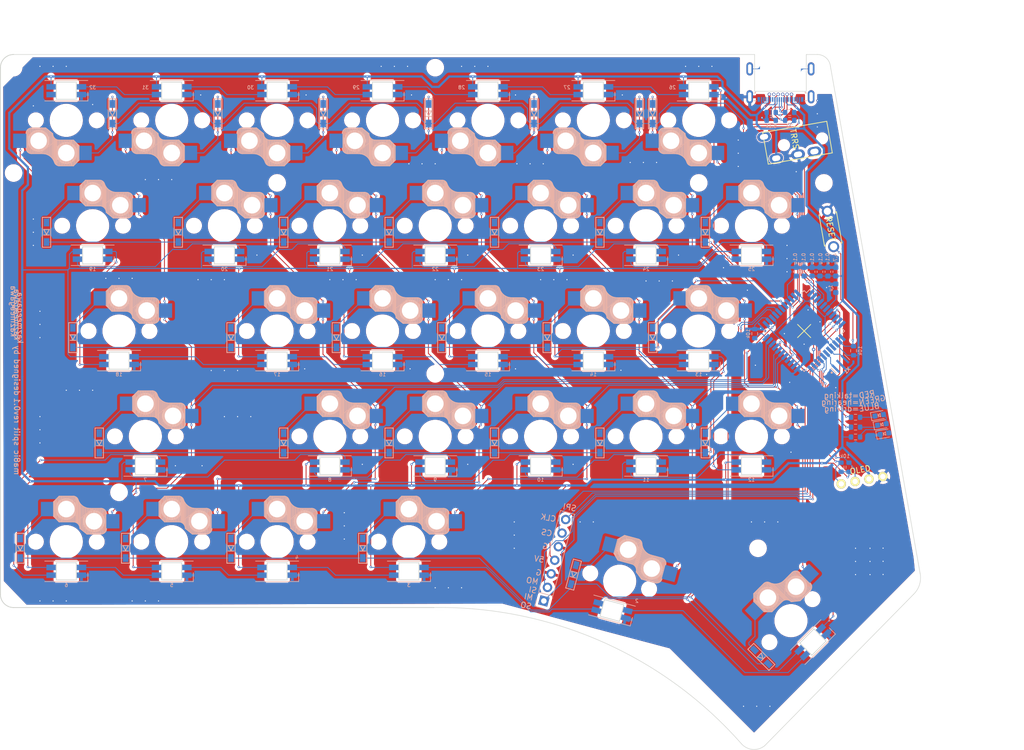
<source format=kicad_pcb>
(kicad_pcb (version 20211014) (generator pcbnew)
  (title_block (title "HatsuLight69") (date "2023-01-02") (rev "0.1") (company "kazmeegawa"))
  (layers (0 "F.Cu" signal) (31 "B.Cu" signal) (34 "B.Paste" user) (35 "F.Paste" user) (36 "B.SilkS" user "B.Silkscreen") (37 "F.SilkS" user "F.Silkscreen") (38 "B.Mask" user) (39 "F.Mask" user) (44 "Edge.Cuts" user))
  (net 0 "")
  (net 1 "Net-(C1-Pad1)")
  (net 2 "GND")
  (net 3 "Net-(C2-Pad2)")
  (net 4 "VCC")
  (net 5 "Net-(D1-Pad1)")
  (net 6 "Net-(D2-Pad1)")
  (net 7 "Net-(D3-Pad2)")
  (net 8 "ROW0")
  (net 9 "Net-(D4-Pad2)")
  (net 10 "Net-(D5-Pad2)")
  (net 11 "Net-(D6-Pad2)")
  (net 12 "Net-(D7-Pad2)")
  (net 13 "Net-(D8-Pad2)")
  (net 14 "Net-(D9-Pad2)")
  (net 15 "Net-(D10-Pad2)")
  (net 16 "ROW1")
  (net 17 "Net-(D11-Pad2)")
  (net 18 "Net-(D12-Pad2)")
  (net 19 "Net-(D13-Pad2)")
  (net 20 "Net-(D14-Pad2)")
  (net 21 "Net-(D15-Pad2)")
  (net 22 "Net-(D16-Pad2)")
  (net 23 "Net-(D17-Pad2)")
  (net 24 "Net-(D18-Pad2)")
  (net 25 "ROW2")
  (net 26 "Net-(D19-Pad2)")
  (net 27 "Net-(D20-Pad2)")
  (net 28 "Net-(D21-Pad2)")
  (net 29 "Net-(D22-Pad2)")
  (net 30 "Net-(D23-Pad2)")
  (net 31 "Net-(D24-Pad2)")
  (net 32 "Net-(D25-Pad2)")
  (net 33 "ROW3")
  (net 34 "Net-(D26-Pad2)")
  (net 35 "Net-(D27-Pad2)")
  (net 36 "Net-(D28-Pad2)")
  (net 37 "Net-(D29-Pad2)")
  (net 38 "Net-(D30-Pad2)")
  (net 39 "Net-(D31-Pad2)")
  (net 40 "Net-(D32-Pad2)")
  (net 41 "Net-(D33-Pad2)")
  (net 42 "ROW4")
  (net 43 "Net-(D34-Pad2)")
  (net 44 "Net-(D35-Pad2)")
  (net 45 "Net-(D36-Pad2)")
  (net 46 "Net-(D37-Pad2)")
  (net 47 "Net-(D38-Pad2)")
  (net 48 "Net-(D39-Pad2)")
  (net 49 "LED")
  (net 50 "Net-(D40-Pad2)")
  (net 51 "Net-(D41-Pad2)")
  (net 52 "Net-(D42-Pad2)")
  (net 53 "Net-(D43-Pad2)")
  (net 54 "Net-(D44-Pad2)")
  (net 55 "Net-(D45-Pad2)")
  (net 56 "Net-(D46-Pad2)")
  (net 57 "Net-(D47-Pad2)")
  (net 58 "Net-(D48-Pad2)")
  (net 59 "Net-(D49-Pad2)")
  (net 60 "Net-(D50-Pad2)")
  (net 61 "Net-(D51-Pad2)")
  (net 62 "Net-(D52-Pad2)")
  (net 63 "Net-(D53-Pad2)")
  (net 64 "Net-(D54-Pad2)")
  (net 65 "Net-(D55-Pad2)")
  (net 66 "Net-(D56-Pad2)")
  (net 67 "Net-(D57-Pad2)")
  (net 68 "Net-(D58-Pad2)")
  (net 69 "Net-(D59-Pad2)")
  (net 70 "Net-(D60-Pad2)")
  (net 71 "Net-(D61-Pad2)")
  (net 72 "Net-(D62-Pad2)")
  (net 73 "Net-(D63-Pad2)")
  (net 74 "Net-(D64-Pad2)")
  (net 76 "Net-(D65-Pad2)")
  (net 77 "Net-(D66-Pad2)")
  (net 79 "Net-(J1-PadA5)")
  (net 80 "Net-(J1-PadA6)")
  (net 81 "Net-(J1-PadA7)")
  (net 82 "unconnected-(J1-PadA8)")
  (net 87 "Net-(J1-PadB5)")
  (net 91 "SCL")
  (net 92 "SDA")
  (net 93 "MISO")
  (net 94 "MOSI")
  (net 95 "NCS")
  (net 96 "SCLK")
  (net 97 "/MCU/D-")
  (net 98 "/MCU/D+")
  (net 99 "Net-(R5-Pad2)")
  (net 100 "Net-(R6-Pad2)")
  (net 101 "Net-(R7-Pad1)")
  (net 102 "Net-(R8-Pad2)")
  (net 103 "COL0")
  (net 104 "COL1")
  (net 105 "COL2")
  (net 106 "COL3")
  (net 107 "COL4")
  (net 108 "COL5")
  (net 109 "COL6")
  (net 112 "/MCU/XTAL1")
  (net 113 "/MCU/XTAL2")
  (net 114 "DATA")
  (footprint "kbd:ChocV1_V2_Hotswap" (layer "F.Cu") (at 135.7313 41.67191)
    (fp_text reference "SW6")
    (fp_text value "SW_PUSH-kbd" hide)
  )
  (footprint "kbd:ChocV1_V2_Hotswap_2u" (layer "F.Cu") (at 190.50005 132.15941 -135)
    (fp_text reference "SW33")
    (fp_text value "SW_PUSH-kbd" hide)
  )
  (footprint "" (layer "F.Cu") (at 50.006292 32.146875)
    (fp_text reference "")
    (fp_text value "")
  )
  (footprint "kbd:ChocV1_V2_Hotswap" (layer "F.Cu") (at 164.3063 98.82191 180)
    (fp_text reference "SW26")
    (fp_text value "SW_PUSH-kbd" hide)
  )
  (footprint "kbd:ChocV1_V2_Hotswap" (layer "F.Cu") (at 173.8313 79.77191 180)
    (fp_text reference "SW21")
    (fp_text value "SW_PUSH-kbd" hide)
  )
  (footprint "" (layer "F.Cu") (at 196.45329 52.982857)
    (fp_text reference "")
    (fp_text value "")
  )
  (footprint "kbd:ChocV1_V2_Hotswap" (layer "F.Cu") (at 154.7813 79.77191 180)
    (fp_text reference "SW20")
    (fp_text value "SW_PUSH-kbd" hide)
  )
  (footprint "kbd:ChocV1_V2_Hotswap" (layer "F.Cu") (at 59.5313 117.87191 180)
    (fp_text reference "SW28")
    (fp_text value "SW_PUSH-kbd" hide)
  )
  (footprint "" (layer "F.Cu") (at 126.206356 32.146875)
    (fp_text reference "")
    (fp_text value "")
  )
  (footprint "kbd:ChocV1_V2_Hotswap" (layer "F.Cu") (at 97.6313 41.67191)
    (fp_text reference "SW4")
    (fp_text value "SW_PUSH-kbd" hide)
  )
  (footprint "kbd:ChocV1_V2_Hotswap" (layer "F.Cu") (at 145.2563 98.82191 180)
    (fp_text reference "SW25")
    (fp_text value "SW_PUSH-kbd" hide)
  )
  (footprint "kbd:ChocV1_V2_Hotswap" (layer "F.Cu") (at 107.1563 60.72191 180)
    (fp_text reference "SW11")
    (fp_text value "SW_PUSH-kbd" hide)
  )
  (footprint "kbd:ChocV1_V2_Hotswap" (layer "F.Cu") (at 126.2063 60.72191 180)
    (fp_text reference "SW12")
    (fp_text value "SW_PUSH-kbd" hide)
  )
  (footprint "kbd:ChocV1_V2_Hotswap" (layer "F.Cu") (at 78.5813 117.87191 180)
    (fp_text reference "SW29")
    (fp_text value "SW_PUSH-kbd" hide)
  )
  (footprint "kbd:ChocV1_V2_Hotswap" (layer "F.Cu") (at 97.6313 117.87191 180)
    (fp_text reference "SW30")
    (fp_text value "SW_PUSH-kbd" hide)
  )
  (footprint "" (layer "F.Cu") (at 50.006292 51.196875)
    (fp_text reference "")
    (fp_text value "")
  )
  (footprint "kbd:ChocV1_V2_Hotswap" (layer "F.Cu") (at 59.5313 41.67191)
    (fp_text reference "SW2")
    (fp_text value "SW_PUSH-kbd" hide)
  )
  (footprint "" (layer "F.Cu") (at 126.206356 87.511011)
    (fp_text reference "")
    (fp_text value "")
  )
  (footprint "kbd:ChocV1_V2_Hotswap" (layer "F.Cu") (at 183.3563 98.82191 180)
    (fp_text reference "SW27")
    (fp_text value "SW_PUSH-kbd" hide)
  )
  (footprint "kbd:ChocV1_V2_Hotswap_1.5u" (layer "F.Cu") (at 64.2938 60.72191 180)
    (fp_text reference "SW9" hide)
    (fp_text value "SW_PUSH-kbd" hide)
  )
  (footprint "kbd:ChocV1_V2_Hotswap" (layer "F.Cu") (at 97.6313 79.77191 180)
    (fp_text reference "SW17")
    (fp_text value "SW_PUSH-kbd" hide)
  )
  (footprint "kbd:ChocV1_V2_Hotswap" (layer "F.Cu") (at 135.7313 79.77191 180)
    (fp_text reference "SW19")
    (fp_text value "SW_PUSH-kbd" hide)
  )
  (footprint "kbd:ChocV1_V2_Hotswap" (layer "F.Cu") (at 173.8313 41.67191)
    (fp_text reference "SW8")
    (fp_text value "SW_PUSH-kbd" hide)
  )
  (footprint "kbd:ChocV1_V2_Hotswap" (layer "F.Cu") (at 183.3563 60.72191 180)
    (fp_text reference "SW15")
    (fp_text value "SW_PUSH-kbd" hide)
  )
  (footprint "MountingHole:MountingHole_2.2mm_M2" (layer "F.Cu") (at 97.631332 52.982857)
    (fp_text reference "REF**" hide)
    (fp_text value "MountingHole_2.2mm_M2" hide)
  )
  (footprint "kbd:ChocV1_V2_Hotswap" (layer "F.Cu") (at 88.1063 60.72191 180)
    (fp_text reference "SW10")
    (fp_text value "SW_PUSH-kbd" hide)
  )
  (footprint "kbd:ResetSW_1side" (layer "F.Cu") (at 197.644016 61.317319 100)
    (fp_text reference "SW1" hide)
    (fp_text value "SW_PUSH")
  )
  (footprint "kbd:ChocV1_V2_Hotswap_2u" (layer "F.Cu") (at 69.0563 79.77191 180)
    (fp_text reference "SW16")
    (fp_text value "SW_PUSH-kbd" hide)
  )
  (footprint "ma8ic_split_69:OLED_v2" (layer "F.Cu") (at 203.341907 106.757517 10)
    (fp_text reference "J3" hide)
    (fp_text value "I2C" hide)
  )
  (footprint "MountingHole:MountingHole_2.2mm_M2" (layer "F.Cu") (at 69.056308 108.942279)
    (fp_text reference "REF**" hide)
    (fp_text value "MountingHole_2.2mm_M2" hide)
  )
  (footprint "kbd:ChocV1_V2_Hotswap" (layer "F.Cu") (at 145.2563 60.72191 180)
    (fp_text reference "SW13")
    (fp_text value "SW_PUSH-kbd" hide)
  )
  (footprint "kbd:ChocV1_V2_Hotswap" (layer "F.Cu") (at 126.2063 98.82191 180)
    (fp_text reference "SW24")
    (fp_text value "SW_PUSH-kbd" hide)
  )
  (footprint "kbd:ChocV1_V2_Hotswap" (layer "F.Cu") (at 154.7813 41.67191)
    (fp_text reference "SW7")
    (fp_text value "SW_PUSH-kbd" hide)
  )
  (footprint "kbd:ChocV1_V2_Hotswap" (layer "F.Cu") (at 78.5813 41.67191)
    (fp_text reference "SW3")
    (fp_text value "SW_PUSH-kbd" hide)
  )
  (footprint "kbd:ChocV1_V2_Hotswap_2.5u" (layer "F.Cu") (at 73.818812 98.82191 180)
    (fp_text reference "SW22")
    (fp_text value "SW_PUSH-kbd" hide)
  )
  (footprint "kbd:ChocV1_V2_Hotswap" (layer "F.Cu") (at 159.5438 125.01566 165)
    (fp_text reference "SW32")
    (fp_text value "SW_PUSH-kbd" hide)
  )
  (footprint "kbd:ChocV1_V2_Hotswap" (layer "F.Cu") (at 116.6813 79.77191 180)
    (fp_text reference "SW18")
    (fp_text value "SW_PUSH-kbd" hide)
  )
  (footprint "kbd:ChocV1_V2_Hotswap" (layer "F.Cu") (at 116.6813 41.67191)
    (fp_text reference "SW5")
    (fp_text value "SW_PUSH-kbd" hide)
  )
  (footprint "MountingHole:MountingHole_2.2mm_M2" (layer "F.Cu") (at 173.831396 52.982857)
    (fp_text reference "REF**" hide)
    (fp_text value "MountingHole_2.2mm_M2" hide)
  )
  (footprint "kbd:ChocV1_V2_Hotswap" (layer "F.Cu") (at 164.3063 60.72191 180)
    (fp_text reference "SW14")
    (fp_text value "SW_PUSH-kbd" hide)
  )
  (footprint "MountingHole:MountingHole_2.2mm_M2" (layer "F.Cu") (at 184.54703 119.0626)
    (fp_text reference "REF**" hide)
    (fp_text value "MountingHole_2.2mm_M2" hide)
  )
  (footprint "kbd:ChocV1_V2_Hotswap_1.5u" (layer "F.Cu") (at 121.4438 117.87191 180)
    (fp_text reference "SW31" hide)
    (fp_text value "SW_PUSH-kbd" hide)
  )
  (footprint "kbd:ChocV1_V2_Hotswap" (layer "F.Cu") (at 107.1563 98.82191 180)
    (fp_text reference "SW23")
    (fp_text value "SW_PUSH-kbd" hide)
  )
  (footprint "kbd:MJ-4PP-9_1side" (layer "F.Cu") (at 197.613604 44.67377 -80)
    (fp_text reference "J2")
    (fp_text value "MJ-4PP-9" hide)
  )
  (footprint "kbd:D3_SMD_v2" (layer "B.Cu") (at 113.10957 119.06268 90)
    (fp_text reference "D33")
    (fp_text value "D_Small" hide)
  )
  (footprint "ma8ic_split_69:C_0603_1608Metric" (layer "B.Cu") (at 197.1675 69.05625 90)
    (fp_text reference "C6" hide)
    (fp_text value "0.1u" hide)
  )
  (footprint "kbd:D3_SMD_v2" (layer "B.Cu") (at 144.065846 40.481364 90)
    (fp_text reference "D8")
    (fp_text value "D_Small" hide)
  )
  (footprint "ma8ic_split_69:R_0603_1608Metric" (layer "B.Cu") (at 186.928125 40.243125 180)
    (fp_text reference "R2")
    (fp_text value "5.1k")
  )
  (footprint "ma8ic_split_69:C_0603_1608Metric" (layer "B.Cu") (at 198.59625 69.05625 90)
    (fp_text reference "C7" hide)
    (fp_text value "4.7u" hide)
  )
  (footprint "kbd:YS-SK6812MINI-E" (layer "B.Cu") (at 107.15644 104.179855 180)
    (fp_text reference "D43")
    (fp_text value "SK6812MINI" hide)
    (fp_line (start -1.8 1.55) (end -1.8 -1.55) (layer "Edge.Cuts") (width 0.12))
    (fp_line (start -1.8 -1.55) (end 1.8 -1.55) (layer "Edge.Cuts") (width 0.12))
    (fp_line (start 1.8 1.55) (end -1.8 1.55) (layer "Edge.Cuts") (width 0.12))
    (fp_line (start 1.8 -1.55) (end 1.8 1.55) (layer "Edge.Cuts") (width 0.12))
  )
  (footprint "ma8ic_split_69:LED_0603_1608Metric" (layer "B.Cu") (at 207.406875 98.345625 10)
    (fp_text reference "D3" hide)
    (fp_text value "BLUE")
  )
  (footprint "kbd:YS-SK6812MINI-E" (layer "B.Cu") (at 88.106424 66.079823 180)
    (fp_text reference "D55")
    (fp_text value "SK6812MINI" hide)
    (fp_line (start 1.8 -1.55) (end 1.8 1.55) (layer "Edge.Cuts") (width 0.12))
    (fp_line (start -1.8 -1.55) (end 1.8 -1.55) (layer "Edge.Cuts") (width 0.12))
    (fp_line (start 1.8 1.55) (end -1.8 1.55) (layer "Edge.Cuts") (width 0.12))
    (fp_line (start -1.8 1.55) (end -1.8 -1.55) (layer "Edge.Cuts") (width 0.12))
  )
  (footprint "HatsuLight69:HRS_CX70M-24P1" (layer "B.Cu") (at 188.595 32.146982)
    (fp_text reference "J1")
    (fp_text value "USB_C_Receptacle")
    (fp_line (start 4.67 4.26875) (end 4.67 -2.38125) (layer "Edge.Cuts") (width 0.1))
    (fp_line (start -4.67 4.26875) (end 4.67 4.26875) (layer "Edge.Cuts") (width 0.1))
    (fp_line (start -4.67 -2.38125) (end -4.67 4.26875) (layer "Edge.Cuts") (width 0.1))
  )
  (footprint "kbd:YS-SK6812MINI-E" (layer "B.Cu") (at 78.581416 36.314173 180)
    (fp_text reference "D66")
    (fp_text value "SK6812MINI" hide)
    (fp_line (start -1.8 -1.55) (end 1.8 -1.55) (layer "Edge.Cuts") (width 0.12))
    (fp_line (start -1.8 1.55) (end -1.8 -1.55) (layer "Edge.Cuts") (width 0.12))
    (fp_line (start 1.8 1.55) (end -1.8 1.55) (layer "Edge.Cuts") (width 0.12))
    (fp_line (start 1.8 -1.55) (end 1.8 1.55) (layer "Edge.Cuts") (width 0.12))
  )
  (footprint "kbd:D3_SMD_v2" (layer "B.Cu") (at 165.497114 40.481364 90)
    (fp_text reference "D10")
    (fp_text value "D_Small" hide)
  )
  (footprint "ma8ic_split_69:R_0603_1608Metric" (layer "B.Cu") (at 201.811207 83.3439 90)
    (fp_text reference "R6")
    (fp_text value "10k")
  )
  (footprint "kbd:D3_SMD_v2" (layer "B.Cu") (at 175.022122 61.912632 90)
    (fp_text reference "D17")
    (fp_text value "D_Small" hide)
  )
  (footprint "kbd:YS-SK6812MINI-E" (layer "B.Cu") (at 64.293904 66.079823 180)
    (fp_text reference "D54")
    (fp_text value "SK6812MINI" hide)
    (fp_line (start 1.8 -1.55) (end 1.8 1.55) (layer "Edge.Cuts") (width 0.12))
    (fp_line (start -1.8 -1.55) (end 1.8 -1.55) (layer "Edge.Cuts") (width 0.12))
    (fp_line (start 1.8 1.55) (end -1.8 1.55) (layer "Edge.Cuts") (width 0.12))
    (fp_line (start -1.8 1.55) (end -1.8 -1.55) (layer "Edge.Cuts") (width 0.12))
  )
  (footprint "ma8ic_split_69:R_0603_1608Metric" (layer "B.Cu") (at 202.168125 97.155 180)
    (fp_text reference "R8")
    (fp_text value "1k")
  )
  (footprint "kbd:YS-SK6812MINI-E" (layer "B.Cu") (at 158.1468 130.31791 165)
    (fp_text reference "D37")
    (fp_text value "SK6812MINI" hide)
    (fp_line (start -1.8 -1.55) (end 1.8 -1.55) (layer "Edge.Cuts") (width 0.12))
    (fp_line (start 1.8 1.55) (end -1.8 1.55) (layer "Edge.Cuts") (width 0.12))
    (fp_line (start -1.8 1.55) (end -1.8 -1.55) (layer "Edge.Cuts") (width 0.12))
    (fp_line (start 1.8 -1.55) (end 1.8 1.55) (layer "Edge.Cuts") (width 0.12))
  )
  (footprint "kbd:D3_SMD_v2" (layer "B.Cu") (at 65.48453 100.012664 90)
    (fp_text reference "D24")
    (fp_text value "D_Small" hide)
  )
  (footprint "ma8ic_split_69:R_0603_1608Metric" (layer "B.Cu") (at 200.9775 104.409375 -90)
    (fp_text reference "R10")
    (fp_text value "10k")
  )
  (footprint "kbd:D3_SMD_v2" (layer "B.Cu") (at 117.872074 61.912632 90)
    (fp_text reference "D14")
    (fp_text value "D_Small" hide)
  )
  (footprint "kbd:D3_SMD_v2" (layer "B.Cu") (at 175.022122 100.012664 90)
    (fp_text reference "D29")
    (fp_text value "D_Small" hide)
  )
  (footprint "kbd:D3_SMD_v2" (layer "B.Cu") (at 108.347066 80.962648 90)
    (fp_text reference "D20")
    (fp_text value "D_Small" hide)
  )
  (footprint "kbd:D3_SMD_v2" (layer "B.Cu") (at 67.865782 40.481364 90)
    (fp_text reference "D4")
    (fp_text value "D_Small" hide)
  )
  (footprint "kbd:D3_SMD_v2" (layer "B.Cu") (at 155.972106 100.012664 90)
    (fp_text reference "D28")
    (fp_text value "D_Small" hide)
  )
  (footprint "kbd:YS-SK6812MINI-E" (layer "B.Cu") (at 135.731464 36.314173 180)
    (fp_text reference "D63")
    (fp_text value "SK6812MINI" hide)
    (fp_line (start -1.8 1.55) (end -1.8 -1.55) (layer "Edge.Cuts") (width 0.12))
    (fp_line (start 1.8 1.55) (end -1.8 1.55) (layer "Edge.Cuts") (width 0.12))
    (fp_line (start 1.8 -1.55) (end 1.8 1.55) (layer "Edge.Cuts") (width 0.12))
    (fp_line (start -1.8 -1.55) (end 1.8 -1.55) (layer "Edge.Cuts") (width 0.12))
  )
  (footprint "kbd:D3_SMD_v2" (layer "B.Cu") (at 117.872074 100.012664 90)
    (fp_text reference "D26")
    (fp_text value "D_Small" hide)
  )
  (footprint "kbd:D3_SMD_v2" (layer "B.Cu") (at 185.142443 138.708009 135)
    (fp_text reference "D35")
    (fp_text value "D_Small" hide)
  )
  (footprint "ma8ic_split_69:R_0603_1608Metric" (layer "B.Cu") (at 199.54875 104.409375 -90)
    (fp_text reference "R11")
    (fp_text value "10k")
  )
  (footprint "kbd:YS-SK6812MINI-E" (layer "B.Cu") (at 154.78148 36.314173 180)
    (fp_text reference "D62")
    (fp_text value "SK6812MINI" hide)
    (fp_line (start -1.8 1.55) (end -1.8 -1.55) (layer "Edge.Cuts") (width 0.12))
    (fp_line (start 1.8 1.55) (end -1.8 1.55) (layer "Edge.Cuts") (width 0.12))
    (fp_line (start 1.8 -1.55) (end 1.8 1.55) (layer "Edge.Cuts") (width 0.12))
    (fp_line (start -1.8 -1.55) (end 1.8 -1.55) (layer "Edge.Cuts") (width 0.12))
  )
  (footprint "kbd:YS-SK6812MINI-E" (layer "B.Cu") (at 59.5314 123.229871 180)
    (fp_text reference "D41")
    (fp_text value "SK6812MINI" hide)
    (fp_line (start -1.8 -1.55) (end 1.8 -1.55) (layer "Edge.Cuts") (width 0.12))
    (fp_line (start -1.8 1.55) (end -1.8 -1.55) (layer "Edge.Cuts") (width 0.12))
    (fp_line (start 1.8 -1.55) (end 1.8 1.55) (layer "Edge.Cuts") (width 0.12))
    (fp_line (start 1.8 1.55) (end -1.8 1.55) (layer "Edge.Cuts") (width 0.12))
  )
  (footprint "kbd:YS-SK6812MINI-E" (layer "B.Cu") (at 135.731464 85.129839 180)
    (fp_text reference "D50")
    (fp_text value "SK6812MINI" hide)
    (fp_line (start -1.8 -1.55) (end 1.8 -1.55) (layer "Edge.Cuts") (width 0.12))
    (fp_line (start 1.8 -1.55) (end 1.8 1.55) (layer "Edge.Cuts") (width 0.12))
    (fp_line (start 1.8 1.55) (end -1.8 1.55) (layer "Edge.Cuts") (width 0.12))
    (fp_line (start -1.8 1.55) (end -1.8 -1.55) (layer "Edge.Cuts") (width 0.12))
  )
  (footprint "kbd:YS-SK6812MINI-E" (layer "B.Cu") (at 59.5314 36.314173 180)
    (fp_text reference "D67")
    (fp_text value "SK6812MINI" hide)
    (fp_line (start 1.8 1.55) (end -1.8 1.55) (layer "Edge.Cuts") (width 0.12))
    (fp_line (start 1.8 -1.55) (end 1.8 1.55) (layer "Edge.Cuts") (width 0.12))
    (fp_line (start -1.8 1.55) (end -1.8 -1.55) (layer "Edge.Cuts") (width 0.12))
    (fp_line (start -1.8 -1.55) (end 1.8 -1.55) (layer "Edge.Cuts") (width 0.12))
  )
  (footprint "kbd:D3_SMD_v2" (layer "B.Cu") (at 136.92209 100.012664 90)
    (fp_text reference "D27")
    (fp_text value "D_Small" hide)
  )
  (footprint "kbd:D3_SMD_v2" (layer "B.Cu") (at 136.92209 61.912632 90)
    (fp_text reference "D15")
    (fp_text value "D_Small" hide)
  )
  (footprint "ma8ic_split_69:OSC_CSTNE16M0V530000R0" (layer "B.Cu") (at 199.429955 85.725152 45)
    (fp_text reference "X1")
    (fp_text value "CSTNE16M0V530000R0")
  )
  (footprint "kbd:YS-SK6812MINI-E" (layer "B.Cu") (at 164.306488 66.079823 180)
    (fp_text reference "D59")
    (fp_text value "SK6812MINI" hide)
    (fp_line (start 1.8 -1.55) (end 1.8 1.55) (layer "Edge.Cuts") (width 0.12))
    (fp_line (start -1.8 1.55) (end -1.8 -1.55) (layer "Edge.Cuts") (width 0.12))
    (fp_line (start 1.8 1.55) (end -1.8 1.55) (layer "Edge.Cuts") (width 0.12))
    (fp_line (start -1.8 -1.55) (end 1.8 -1.55) (layer "Edge.Cuts") (width 0.12))
  )
  (footprint "ma8ic_split_69:R_0603_1608Metric" (layer "B.Cu") (at 183.951817 80.248125 90)
    (fp_text reference "R7")
    (fp_text value "10k")
  )
  (footprint "ma8ic_split_69:R_0603_1608Metric" (layer "B.Cu") (at 190.261875 40.243125)
    (fp_text reference "R4")
    (fp_text value "22")
  )
  (footprint "ma8ic_split_69:C_0603_1608Metric" (layer "B.Cu") (at 198.59625 72.032953 -90)
    (fp_text reference "C2" hide)
    (fp_text value "1u")
  )
  (footprint "kbd:YS-SK6812MINI-E" (layer "B.Cu") (at 97.631432 123.229871 180)
    (fp_text reference "D39")
    (fp_text value "SK6812MINI" hide)
    (fp_line (start 1.8 -1.55) (end 1.8 1.55) (layer "Edge.Cuts") (width 0.12))
    (fp_line (start -1.8 1.55) (end -1.8 -1.55) (layer "Edge.Cuts") (width 0.12))
    (fp_line (start 1.8 1.55) (end -1.8 1.55) (layer "Edge.Cuts") (width 0.12))
    (fp_line (start -1.8 -1.55) (end 1.8 -1.55) (layer "Edge.Cuts") (width 0.12))
  )
  (footprint "kbd:D3_SMD_v2" (layer "B.Cu") (at 127.397082 80.962648 90)
    (fp_text reference "D21")
    (fp_text value "D_Small" hide)
  )
  (footprint "ma8ic_split_69:TQFP-44_10x10mm_P0.8mm" (layer "B.Cu") (at 192.881512 79.772022 -135)
    (fp_text reference "U1" hide)
    (fp_text value "ATMEGA32U4" hide)
  )
  (footprint "kbd:D3_SMD_v2" (layer "B.Cu") (at 125.01583 40.481364 90)
    (fp_text reference "D7")
    (fp_text value "D_Small" hide)
  )
  (footprint "kbd:D3_SMD_v2" (layer "B.Cu") (at 70.247034 119.06268 90)
    (fp_text reference "D31")
    (fp_text value "D_Small" hide)
  )
  (footprint "kbd:D3_SMD_v2" (layer "B.Cu") (at 146.447098 80.962648 90)
    (fp_text reference "D22")
    (fp_text value "D_Small" hide)
  )
  (footprint "kbd:D3_SMD_v2" (layer "B.Cu") (at 89.29705 80.962648 90)
    (fp_text reference "D19")
    (fp_text value "D_Small" hide)
  )
  (footprint "kbd:YS-SK6812MINI-E" (layer "B.Cu") (at 107.15644 66.079823 180)
    (fp_text reference "D56")
    (fp_text value "SK6812MINI" hide)
    (fp_line (start 1.8 -1.55) (end 1.8 1.55) (layer "Edge.Cuts") (width 0.12))
    (fp_line (start -1.8 -1.55) (end 1.8 -1.55) (layer "Edge.Cuts") (width 0.12))
    (fp_line (start 1.8 1.55) (end -1.8 1.55) (layer "Edge.Cuts") (width 0.12))
    (fp_line (start -1.8 1.55) (end -1.8 -1.55) (layer "Edge.Cuts") (width 0.12))
  )
  (footprint "kbd:YS-SK6812MINI-E" (layer "B.Cu") (at 145.256472 66.079823 180)
    (fp_text reference "D58")
    (fp_text value "SK6812MINI" hide)
    (fp_line (start -1.8 -1.55) (end 1.8 -1.55) (layer "Edge.Cuts") (width 0.12))
    (fp_line (start 1.8 1.55) (end -1.8 1.55) (layer "Edge.Cuts") (width 0.12))
    (fp_line (start 1.8 -1.55) (end 1.8 1.55) (layer "Edge.Cuts") (width 0.12))
    (fp_line (start -1.8 1.55) (end -1.8 -1.55) (layer "Edge.Cuts") (width 0.12))
  )
  (footprint "kbd:D3_SMD_v2" (layer "B.Cu") (at 60.722026 80.962648 90)
    (fp_text reference "D18")
    (fp_text value "D_Small" hide)
  )
  (footprint "kbd:YS-SK6812MINI-E" (layer "B.Cu") (at 183.356504 104.179855 180)
    (fp_text reference "D47")
    (fp_text value "SK6812MINI" hide)
    (fp_line (start 1.8 1.55) (end -1.8 1.55) (layer "Edge.Cuts") (width 0.12))
    (fp_line (start 1.8 -1.55) (end 1.8 1.55) (layer "Edge.Cuts") (width 0.12))
    (fp_line (start -1.8 1.55) (end -1.8 -1.55) (layer "Edge.Cuts") (width 0.12))
    (fp_line (start -1.8 -1.55) (end 1.8 -1.55) (layer "Edge.Cuts") (width 0.12))
  )
  (footprint "kbd:D3_SMD_v2" (layer "B.Cu") (at 165.497114 80.962648 90)
    (fp_text reference "D23")
    (fp_text value "D_Small" hide)
  )
  (footprint "ma8ic_split_69:R_0603_1608Metric" (layer "B.Cu") (at 190.261875 41.671875)
    (fp_text reference "R3")
    (fp_text value "22")
  )
  (footprint "kbd:D3_SMD_v2" (layer "B.Cu") (at 155.972106 61.912632 90)
    (fp_text reference "D16")
    (fp_text value "D_Small" hide)
  )
  (footprint "kbd:D3_SMD_v2" (layer "B.Cu") (at 98.822058 100.012664 90)
    (fp_text reference "D25")
    (fp_text value "D_Small" hide)
  )
  (footprint "kbd:YS-SK6812MINI-E" (layer "B.Cu") (at 78.581416 123.229871 180)
    (fp_text reference "D40")
    (fp_text value "SK6812MINI" hide)
    (fp_line (start -1.8 -1.55) (end 1.8 -1.55) (layer "Edge.Cuts") (width 0.12))
    (fp_line (start -1.8 1.55) (end -1.8 -1.55) (layer "Edge.Cuts") (width 0.12))
    (fp_line (start 1.8 -1.55) (end 1.8 1.55) (layer "Edge.Cuts") (width 0.12))
    (fp_line (start 1.8 1.55) (end -1.8 1.55) (layer "Edge.Cuts") (width 0.12))
  )
  (footprint "ma8ic_split_69:R_0603_1608Metric" (layer "B.Cu") (at 202.168125 95.369061 180)
    (fp_text reference "R5")
    (fp_text value "1k")
  )
  (footprint "kbd:YS-SK6812MINI-E" (layer "B.Cu") (at 97.631432 36.314173 180)
    (fp_text reference "D65")
    (fp_text value "SK6812MINI" hide)
    (fp_line (start 1.8 -1.55) (end 1.8 1.55) (layer "Edge.Cuts") (width 0.12))
    (fp_line (start -1.8 1.55) (end -1.8 -1.55) (layer "Edge.Cuts") (width 0.12))
    (fp_line (start 1.8 1.55) (end -1.8 1.55) (layer "Edge.Cuts") (width 0.12))
    (fp_line (start -1.8 -1.55) (end 1.8 -1.55) (layer "Edge.Cuts") (width 0.12))
  )
  (footprint "kbd:D3_SMD_v2" (layer "B.Cu") (at 89.29705 119.06268 90)
    (fp_text reference "D32")
    (fp_text value "D_Small" hide)
  )
  (footprint "kbd:YS-SK6812MINI-E" (layer "B.Cu") (at 194.4688 136.03291 -135)
    (fp_text reference "D36")
    (fp_text value "SK6812MINI" hide)
    (fp_line (start -1.8 -1.55) (end 1.8 -1.55) (layer "Edge.Cuts") (width 0.12))
    (fp_line (start 1.8 -1.55) (end 1.8 1.55) (layer "Edge.Cuts") (width 0.12))
    (fp_line (start 1.8 1.55) (end -1.8 1.55) (layer "Edge.Cuts") (width 0.12))
    (fp_line (start -1.8 1.55) (end -1.8 -1.55) (layer "Edge.Cuts") (width 0.12))
  )
  (footprint "kbd:D3_SMD_v2" (layer "B.Cu") (at 79.772042 61.912632 90)
    (fp_text reference "D12")
    (fp_text value "D_Small" hide)
  )
  (footprint "kbd:D3_SMD_v2" (layer "B.Cu") (at 86.915798 40.481364 90)
    (fp_text reference "D5")
    (fp_text value "D_Small" hide)
  )
  (footprint "kbd:D3_SMD_v2" (layer "B.Cu") (at 151.209602 123.825184 75)
    (fp_text reference "D34")
    (fp_text value "D_Small" hide)
  )
  (footprint "ma8ic_split_69:C_0603_1608Metric" (layer "B.Cu") (at 194.31 69.05625 90)
    (fp_text reference "C4" hide)
    (fp_text value "0.1u" hide)
  )
  (footprint "kbd:YS-SK6812MINI-E" (layer "B.Cu") (at 164.306488 104.179855 180)
    (fp_text reference "D46")
    (fp_text value "SK6812MINI" hide)
    (fp_line (start 1.8 1.55) (end -1.8 1.55) (layer "Edge.Cuts") (width 0.12))
    (fp_line (start 1.8 -1.55) (end 1.8 1.55) (layer "Edge.Cuts") (width 0.12))
    (fp_line (start -1.8 1.55) (end -1.8 -1.55) (layer "Edge.Cuts") (width 0.12))
    (fp_line (start -1.8 -1.55) (end 1.8 -1.55) (layer "Edge.Cuts") (width 0.12))
  )
  (footprint "kbd:YS-SK6812MINI-E" (layer "B.Cu") (at 121.4438 123.229871 180)
    (fp_text reference "D38")
    (fp_text value "SK6812MINI" hide)
    (fp_line (start -1.8 -1.55) (end 1.8 -1.55) (layer "Edge.Cuts") (width 0.12))
    (fp_line (start 1.8 1.55) (end -1.8 1.55) (layer "Edge.Cuts") (width 0.12))
    (fp_line (start -1.8 1.55) (end -1.8 -1.55) (layer "Edge.Cuts") (width 0.12))
    (fp_line (start 1.8 -1.55) (end 1.8 1.55) (layer "Edge.Cuts") (width 0.12))
  )
  (footprint "kbd:YS-SK6812MINI-E" (layer "B.Cu") (at 145.256472 104.179855 180)
    (fp_text reference "D45")
    (fp_text value "SK6812MINI" hide)
    (fp_line (start 1.8 1.55) (end -1.8 1.55) (layer "Edge.Cuts") (width 0.12))
    (fp_line (start 1.8 -1.55) (end 1.8 1.55) (layer "Edge.Cuts") (width 0.12))
    (fp_line (start -1.8 -1.55) (end 1.8 -1.55) (layer "Edge.Cuts") (width 0.12))
    (fp_line (start -1.8 1.55) (end -1.8 -1.55) (layer "Edge.Cuts") (width 0.12))
  )
  (footprint "kbd:YS-SK6812MINI-E" (layer "B.Cu") (at 73.818912 104.179855 180)
    (fp_text reference "D42")
    (fp_text value "SK6812MINI" hide)
    (fp_line (start 1.8 -1.55) (end 1.8 1.55) (layer "Edge.Cuts") (width 0.12))
    (fp_line (start 1.8 1.55) (end -1.8 1.55) (layer "Edge.Cuts") (width 0.12))
    (fp_line (start -1.8 1.55) (end -1.8 -1.55) (layer "Edge.Cuts") (width 0.12))
    (fp_line (start -1.8 -1.55) (end 1.8 -1.55) (layer "Edge.Cuts") (width 0.12))
  )
  (footprint "ma8ic_split_69:R_0603_1608Metric" (layer "B.Cu") (at 186.928125 41.671875 180)
    (fp_text reference "R1")
    (fp_text value "5.1k")
  )
  (footprint "kbd:YS-SK6812MINI-E" (layer "B.Cu") (at 97.631432 85.129839 180)
    (fp_text reference "D52")
    (fp_text value "SK6812MINI" hide)
    (fp_line (start -1.8 -1.55) (end 1.8 -1.55) (layer "Edge.Cuts") (width 0.12))
    (fp_line (start 1.8 -1.55) (end 1.8 1.55) (layer "Edge.Cuts") (width 0.12))
    (fp_line (start -1.8 1.55) (end -1.8 -1.55) (layer "Edge.Cuts") (width 0.12))
    (fp_line (start 1.8 1.55) (end -1.8 1.55) (layer "Edge.Cuts") (width 0.12))
  )
  (footprint "ma8ic_split_69:C_0603_1608Metric" (layer "B.Cu") (at 191.4525 69.05625 90)
    (fp_text reference "C1" hide)
    (fp_text value "0.1u" hide)
  )
  (footprint "kbd:YS-SK6812MINI-E" (layer "B.Cu") (at 126.206456 66.079823 180)
    (fp_text reference "D57")
    (fp_text value "SK6812MINI" hide)
    (fp_line (start -1.8 -1.55) (end 1.8 -1.55) (layer "Edge.Cuts") (width 0.12))
    (fp_line (start -1.8 1.55) (end -1.8 -1.55) (layer "Edge.Cuts") (width 0.12))
    (fp_line (start 1.8 1.55) (end -1.8 1.55) (layer "Edge.Cuts") (width 0.12))
    (fp_line (start 1.8 -1.55) (end 1.8 1.55) (layer "Edge.Cuts") (width 0.12))
  )
  (footprint "kbd:YS-SK6812MINI-E" (layer "B.Cu") (at 173.831496 85.129839 180)
    (fp_text reference "D48")
    (fp_text value "SK6812MINI" hide)
    (fp_line (start -1.8 1.55) (end -1.8 -1.55) (layer "Edge.Cuts") (width 0.12))
    (fp_line (start 1.8 1.55) (end -1.8 1.55) (layer "Edge.Cuts") (width 0.12))
    (fp_line (start -1.8 -1.55) (end 1.8 -1.55) (layer "Edge.Cuts") (width 0.12))
    (fp_line (start 1.8 -1.55) (end 1.8 1.55) (layer "Edge.Cuts") (width 0.12))
  )
  (footprint "kbd:YS-SK6812MINI-E" (layer "B.Cu") (at 69.056408 85.129839 180)
    (fp_text reference "D53")
    (fp_text value "SK6812MINI" hide)
    (fp_line (start -1.8 1.55) (end -1.8 -1.55) (layer "Edge.Cuts") (width 0.12))
    (fp_line (start 1.8 -1.55) (end 1.8 1.55) (layer "Edge.Cuts") (width 0.12))
    (fp_line (start -1.8 -1.55) (end 1.8 -1.55) (layer "Edge.Cuts") (width 0.12))
    (fp_line (start 1.8 1.55) (end -1.8 1.55) (layer "Edge.Cuts") (width 0.12))
  )
  (footprint "kbd:D3_SMD_v2" (layer "B.Cu") (at 98.822058 61.912632 90)
    (fp_text reference "D13")
    (fp_text value "D_Small" hide)
  )
  (footprint "kbd:D3_SMD_v2" (layer "B.Cu") (at 51.197018 119.06268 90)
    (fp_text reference "D30")
    (fp_text value "D_Small" hide)
  )
  (footprint "kbd:YS-SK6812MINI-E" (layer "B.Cu") (at 173.831496 36.314173 180)
    (fp_text reference "D61")
    (fp_text value "SK6812MINI" hide)
    (fp_line (start 1.8 1.55) (end -1.8 1.55) (layer "Edge.Cuts") (width 0.12))
    (fp_line (start -1.8 -1.55) (end 1.8 -1.55) (layer "Edge.Cuts") (width 0.12))
    (fp_line (start 1.8 -1.55) (end 1.8 1.55) (layer "Edge.Cuts") (width 0.12))
    (fp_line (start -1.8 1.55) (end -1.8 -1.55) (layer "Edge.Cuts") (width 0.12))
  )
  (footprint "ma8ic_split_69:LED_0603_1608Metric" (layer "B.Cu") (at 206.454375 95.011875 10)
    (fp_text reference "D1" hide)
    (fp_text value "RED")
  )
  (footprint "ma8ic_split_69:C_0603_1608Metric" (layer "B.Cu") (at 192.88125 69.05625 90)
    (fp_text reference "C3" hide)
    (fp_text value "0.1u" hide)
  )
  (footprint "kbd:YS-SK6812MINI-E" (layer "B.Cu") (at 126.206456 104.179855 180)
    (fp_text reference "D44")
    (fp_text value "SK6812MINI" hide)
    (fp_line (start 1.8 -1.55) (end 1.8 1.55) (layer "Edge.Cuts") (width 0.12))
    (fp_line (start 1.8 1.55) (end -1.8 1.55) (layer "Edge.Cuts") (width 0.12))
    (fp_line (start -1.8 1.55) (end -1.8 -1.55) (layer "Edge.Cuts") (width 0.12))
    (fp_line (start -1.8 -1.55) (end 1.8 -1.55) (layer "Edge.Cuts") (width 0.12))
  )
  (footprint "kbd:D3_SMD_v2" (layer "B.Cu") (at 55.959522 61.912632 90)
    (fp_text reference "D11")
    (fp_text value "D_Small" hide)
  )
  (footprint "ma8ic_split_69:C_0603_1608Metric" (layer "B.Cu") (at 195.73875 69.05625 90)
    (fp_text reference "C5" hide)
    (fp_text value "0.1u" hide)
  )
  (footprint "kbd:YS-SK6812MINI-E" (layer "B.Cu") (at 116.681448 85.129839 180)
    (fp_text reference "D51")
    (fp_text value "SK6812MINI" hide)
    (fp_line (start -1.8 1.55) (end -1.8 -1.55) (layer "Edge.Cuts") (width 0.12))
    (fp_line (start 1.8 1.55) (end -1.8 1.55) (layer "Edge.Cuts") (width 0.12))
    (fp_line (start 1.8 -1.55) (end 1.8 1.55) (layer "Edge.Cuts") (width 0.12))
    (fp_line (start -1.8 -1.55) (end 1.8 -1.55) (layer "Edge.Cuts") (width 0.12))
  )
  (footprint "kbd:YS-SK6812MINI-E" (layer "B.Cu") (at 116.681448 36.314173 180)
    (fp_text reference "D64")
    (fp_text value "SK6812MINI" hide)
    (fp_line (start 1.8 -1.55) (end 1.8 1.55) (layer "Edge.Cuts") (width 0.12))
    (fp_line (start 1.8 1.55) (end -1.8 1.55) (layer "Edge.Cuts") (width 0.12))
    (fp_line (start -1.8 1.55) (end -1.8 -1.55) (layer "Edge.Cuts") (width 0.12))
    (fp_line (start -1.8 -1.55) (end 1.8 -1.55) (layer "Edge.Cuts") (width 0.12))
  )
  (footprint "Connector_PinHeader_2.54mm:PinHeader_1x07_P2.54mm_Vertical" (layer "B.Cu") (at 145.837183 128.5875 -15)
    (fp_text reference "J4" hide)
    (fp_text value "SPI")
  )
  (footprint "ma8ic_split_69:LED_0603_1608Metric" (layer "B.Cu") (at 206.930625 96.67875 10)
    (fp_text reference "D2" hide)
    (fp_text value "GREEN")
  )
  (footprint "ma8ic_split_69:R_0603_1608Metric" (layer "B.Cu") (at 202.168125 98.940939)
    (fp_text reference "R9")
    (fp_text value "1k")
  )
  (footprint "kbd:D3_SMD_v2" (layer "B.Cu") (at 105.965814 40.481364 90)
    (fp_text reference "D6")
    (fp_text value "D_Small" hide)
  )
  (footprint "kbd:D3_SMD_v2" (layer "B.Cu") (at 163.115862 40.481364 90)
    (fp_text reference "D9")
    (fp_text value "D_Small" hide)
  )
  (footprint "kbd:YS-SK6812MINI-E" (layer "B.Cu") (at 154.78148 85.129839 180)
    (fp_text reference "D49")
    (fp_text value "SK6812MINI" hide)
    (fp_line (start 1.8 -1.55) (end 1.8 1.55) (layer "Edge.Cuts") (width 0.12))
    (fp_line (start 1.8 1.55) (end -1.8 1.55) (layer "Edge.Cuts") (width 0.12))
    (fp_line (start -1.8 -1.55) (end 1.8 -1.55) (layer "Edge.Cuts") (width 0.12))
    (fp_line (start -1.8 1.55) (end -1.8 -1.55) (layer "Edge.Cuts") (width 0.12))
  )
  (footprint "kbd:YS-SK6812MINI-E" (layer "B.Cu") (at 183.356504 66.079823 180)
    (fp_text reference "D60")
    (fp_text value "SK6812MINI" hide)
    (fp_line (start -1.8 1.55) (end -1.8 -1.55) (layer "Edge.Cuts") (width 0.12))
    (fp_line (start 1.8 -1.55) (end 1.8 1.55) (layer "Edge.Cuts") (width 0.12))
    (fp_line (start -1.8 -1.55) (end 1.8 -1.55) (layer "Edge.Cuts") (width 0.12))
    (fp_line (start 1.8 1.55) (end -1.8 1.55) (layer "Edge.Cuts") (width 0.12))
  )
  (gr_line (start 191.690886 78.581396) (end 194.072138 80.962648) (layer "F.SilkS") (width 0.15))
  (gr_line (start 191.690886 80.962648) (end 194.072138 78.581396) (layer "F.SilkS") (width 0.15))
  (gr_line (start 195.2625 29.765625) (end 193.265 29.765732) (layer "Edge.Cuts") (width 0.1))
  (gr_arc (start 125.968125 129.778125) (mid 156.464366 136.004822) (end 181.553285 154.425969) (layer "Edge.Cuts") (width 0.1))
  (gr_line (start 197.631932 31.909932) (end 213.83625 123.586875) (layer "Edge.Cuts") (width 0.1))
  (gr_arc (start 47.625 32.14691) (mid 48.322442 30.463087) (end 50.00625 29.76561) (layer "Edge.Cuts") (width 0.15))
  (gr_arc (start 195.2625 29.765625) (mid 196.860331 30.381291) (end 197.631932 31.909932) (layer "Edge.Cuts") (width 0.1))
  (gr_arc (start 213.83625 123.586875) (mid 213.72795 125.644066) (end 212.645625 127.396875) (layer "Edge.Cuts") (width 0.1))
  (gr_line (start 50.0063 129.778125) (end 125.968125 129.778125) (layer "Edge.Cuts") (width 0.15))
  (gr_line (start 185.7375 154.78125) (end 212.645625 127.396875) (layer "Edge.Cuts") (width 0.1))
  (gr_line (start 183.925 29.765732) (end 50.00625 29.76561) (layer "Edge.Cuts") (width 0.1))
  (gr_arc (start 185.737499 154.781249) (mid 183.574497 155.438553) (end 181.553285 154.425969) (layer "Edge.Cuts") (width 0.1))
  (gr_arc (start 50.0063 129.778125) (mid 48.32252 129.080666) (end 47.625085 127.396875) (layer "Edge.Cuts") (width 0.15))
  (gr_line (start 47.625085 127.396875) (end 47.625 32.14691) (layer "Edge.Cuts") (width 0.15))
  (gr_text "4" (at 101.203125 120.729375) (layer "B.SilkS") (effects (font (size 0.640654 0.640654) (thickness 0.1016)) (justify mirror)))
  (gr_text "28" (at 130.96875 35.71875) (layer "B.SilkS") (effects (font (size 0.640654 0.640654) (thickness 0.1016)) (justify mirror)))
  (gr_text "kazmeegawa" (at 50.006392 76.200144 270) (layer "B.SilkS") (effects (font (size 1 1)) (justify mirror)))
  (gr_text "CS" (at 147.399375 116.443125 -10) (layer "B.SilkS") (effects (font (size 1 1)) (justify left mirror)))
  (gr_text "20" (at 88.10625 68.58) (layer "B.SilkS") (effects (font (size 0.640654 0.640654) (thickness 0.1016)) (justify mirror)))
  (gr_text "0.1u" (at 195.834 66.7004 90) (layer "B.SilkS") (effects (font (size 0.640654 0.640654) (thickness 0.1016)) (justify mirror)))
  (gr_text "27" (at 150.01875 35.71875) (layer "B.SilkS") (effects (font (size 0.640654 0.640654) (thickness 0.1016)) (justify mirror)))
  (gr_text "14" (at 154.78125 87.63) (layer "B.SilkS") (effects (font (size 0.640654 0.640654) (thickness 0.1016)) (justify mirror)))
  (gr_text "22" (at 126.20625 68.58) (layer "B.SilkS") (effects (font (size 0.640654 0.640654) (thickness 0.1016)) (justify mirror)))
  (gr_text "10k" (at 203.001833 83.3439 90) (layer "B.SilkS") (effects (font (size 0.640654 0.640654) (thickness 0.1016)) (justify mirror)))
  (gr_text "G" (at 145.494375 123.586875 -10) (layer "B.SilkS") (effects (font (size 1 1)) (justify left mirror)))
  (gr_text "23" (at 145.25625 68.58) (layer "B.SilkS") (effects (font (size 0.640654 0.640654) (thickness 0.1016)) (justify mirror)))
  (gr_text "11" (at 164.30625 106.68) (layer "B.SilkS") (effects (font (size 0.640654 0.640654) (thickness 0.1016)) (justify mirror)))
  (gr_text "0.1u" (at 191.262 66.7004 90) (layer "B.SilkS") (effects (font (size 0.640654 0.640654) (thickness 0.1016)) (justify mirror)))
  (gr_text "22" (at 190.261875 42.709689) (layer "B.SilkS") (effects (font (size 0.640654 0.640654) (thickness 0.1016)) (justify mirror)))
  (gr_text "15" (at 135.73125 87.63) (layer "B.SilkS") (effects (font (size 0.640654 0.640654) (thickness 0.1016)) (justify mirror)))
  (gr_text "5V" (at 145.970625 121.205625 -10) (layer "B.SilkS") (effects (font (size 1 1)) (justify left mirror)))
  (gr_text "24" (at 164.30625 68.58) (layer "B.SilkS") (effects (font (size 0.640654 0.640654) (thickness 0.1016)) (justify mirror)))
  (gr_text "31" (at 73.81875 35.71875) (layer "B.SilkS") (effects (font (size 0.640654 0.640654) (thickness 0.1016)) (justify mirror)))
  (gr_text "10k" (at 200.263125 102.39375) (layer "B.SilkS") (effects (font (size 0.640654 0.640654) (thickness 0.1016)) (justify mirror)))
  (gr_text "16" (at 116.68125 87.63) (layer "B.SilkS") (effects (font (size 0.640654 0.640654) (thickness 0.1016)) (justify mirror)))
  (gr_text "6" (at 59.53125 125.73) (layer "B.SilkS") (effects (font (size 0.640654 0.640654) (thickness 0.1016)) (justify mirror)))
  (gr_text "kazmeegawa" (at 50.601705 76.795457 270) (layer "B.SilkS") (effects (font (size 1 1)) (justify mirror)))
  (gr_text "17" (at 97.63125 87.63) (layer "B.SilkS") (effects (font (size 0.640654 0.640654) (thickness 0.1016)) (justify mirror)))
  (gr_text "1" (at 197.405625 131.92125) (layer "B.SilkS") (effects (font (size 0.640654 0.640654) (thickness 0.1016)) (justify mirror)))
  (gr_text "13" (at 173.83125 87.63) (layer "B.SilkS") (effects (font (size 0.640654 0.640654) (thickness 0.1016)) (justify mirror)))
  (gr_text "25" (at 183.35625 68.58) (layer "B.SilkS") (effects (font (size 0.640654 0.640654) (thickness 0.1016)) (justify mirror)))
  (gr_text "18" (at 69.05625 87.63) (layer "B.SilkS") (effects (font (size 0.640654 0.640654) (thickness 0.1016)) (justify mirror)))
  (gr_text "9" (at 126.20625 106.68) (layer "B.SilkS") (effects (font (size 0.640654 0.640654) (thickness 0.1016)) (justify mirror)))
  (gr_text "19" (at 64.29375 68.58) (layer "B.SilkS") (effects (font (size 0.640654 0.640654) (thickness 0.1016)) (justify mirror)))
  (gr_text "0.1u" (at 192.786 66.7004 90) (layer "B.SilkS") (effects (font (size 0.640654 0.640654) (thickness 0.1016)) (justify mirror)))
  (gr_text "30" (at 92.830284 35.733767) (layer "B.SilkS") (effects (font (size 0.640654 0.640654) (thickness 0.1016)) (justify mirror)))
  (gr_text "32" (at 64.29375 35.71875) (layer "B.SilkS") (effects (font (size 0.640654 0.640654) (thickness 0.1016)) (justify mirror)))
  (gr_text "G" (at 146.685 118.824375 -10) (layer "B.SilkS") (effects (font (size 1 1)) (justify left mirror)))
  (gr_text "=talking" (at 202.8825 91.44) (layer "B.SilkS") (effects (font (size 1 1)) (justify left mirror)))
  (gr_text "=hearing" (at 202.8825 92.630625) (layer "B.SilkS") (effects (font (size 1 1)) (justify left mirror)))
  (gr_text "ma8ic split rev0.1" (at 50.601705 98.822038 270) (layer "B.SilkS") (effects (font (size 1 1)) (justify mirror)))
  (gr_text "SPI" (at 150.495 111.680625 -10) (layer "B.SilkS") (effects (font (size 1 1)) (justify mirror)))
  (gr_text "MI\nSO" (at 143.8275 128.825625 -10) (layer "B.SilkS") (effects (font (size 1 1)) (justify left mirror)))
  (gr_text "10k" (at 182.761191 80.264 90) (layer "B.SilkS") (effects (font (size 0.640654 0.640654) (thickness 0.1016)) (justify mirror)))
  (gr_text "10" (at 145.25625 106.68) (layer "B.SilkS") (effects (font (size 0.640654 0.640654) (thickness 0.1016)) (justify mirror)))
  (gr_text "0.1u" (at 197.104 66.7004 90) (layer "B.SilkS") (effects (font (size 0.640654 0.640654) (thickness 0.1016)) (justify mirror)))
  (gr_text "CLK" (at 148.11375 113.82375 -10) (layer "B.SilkS") (effects (font (size 1 1)) (justify left mirror)))
  (gr_text "4.7u" (at 198.5264 66.7004 90) (layer "B.SilkS") (effects (font (size 0.640654 0.640654) (thickness 0.1016)) (justify mirror)))
  (gr_text "21" (at 107.15625 68.58) (layer "B.SilkS") (effects (font (size 0.640654 0.640654) (thickness 0.1016)) (justify mirror)))
  (gr_text "=driving" (at 202.8825 93.82125) (layer "B.SilkS") (effects (font (size 1 1)) (justify left mirror)))
  (gr_text "1u" (at 197.644016 72.032953 90) (layer "B.SilkS") (effects (font (size 0.640654 0.640654) (thickness 0.1016)) (justify mirror)))
  (gr_text "3" (at 121.44375 125.73) (layer "B.SilkS") (effects (font (size 0.640654 0.640654) (thickness 0.1016)) (justify mirror)))
  (gr_text "5" (at 78.58125 125.73) (layer "B.SilkS") (effects (font (size 0.640654 0.640654) (thickness 0.1016)) (justify mirror)))
  (gr_text "12" (at 183.35625 106.68) (layer "B.SilkS") (effects (font (size 0.640654 0.640654) (thickness 0.1016)) (justify mirror)))
  (gr_text "7" (at 73.81875 106.68) (layer "B.SilkS") (effects (font (size 0.640654 0.640654) (thickness 0.1016)) (justify mirror)))
  (gr_text "8" (at 107.15625 106.68) (layer "B.SilkS") (effects (font (size 0.640654 0.640654) (thickness 0.1016)) (justify mirror)))
  (gr_text "26" (at 169.06875 35.71875) (layer "B.SilkS") (effects (font (size 0.640654 0.640654) (thickness 0.1016)) (justify mirror)))
  (gr_text "kazmeegawa" (at 51.197018 77.39077 270) (layer "B.SilkS") (effects (font (size 1 1)) (justify mirror)))
  (gr_text "29" (at 111.91875 35.71875) (layer "B.SilkS") (effects (font (size 0.640654 0.640654) (thickness 0.1016)) (justify mirror)))
  (gr_text "2" (at 162.639375 128.5875) (layer "B.SilkS") (effects (font (size 0.640654 0.640654) (thickness 0.1016)) (justify mirror)))
  (gr_text "designed by" (at 50.601705 86.915778 270) (layer "B.SilkS") (effects (font (size 1 1)) (justify mirror)))
  (gr_text "MO\nSI" (at 144.78 125.968125 -10) (layer "B.SilkS") (effects (font (size 1 1)) (justify left mirror)))
  (gr_text "0.1u" (at 194.31 66.7004 90) (layer "B.SilkS") (effects (font (size 0.640654 0.640654) (thickness 0.1016)) (justify mirror)))
  (gr_text "5.1k" (at 186.928125 42.709689) (layer "B.SilkS") (effects (font (size 0.640654 0.640654) (thickness 0.1016)) (justify mirror)))
  (target plus (at 59.5313 41.67191) (size 5) (width 0.1) (layer "Edge.Cuts"))
  (target plus (at 59.5313 41.67191) (size 5) (width 0.1) (layer "Edge.Cuts"))
  (segment (start 191.4525 69.83125) (end 189.865 71.41875) (width 0.1524) (layer "B.Cu") (net 1))
  (segment (start 189.865 73.406) (end 190.503457 74.044457) (width 0.1524) (layer "B.Cu") (net 1))
  (segment (start 190.503457 74.044457) (end 190.54806 74.044457) (width 0.1524) (layer "B.Cu") (net 1))
  (segment (start 189.865 71.41875) (end 189.865 73.406) (width 0.1524) (layer "B.Cu") (net 1))
  (segment (start 192.244588 74.610838) (end 193.595625 75.961875) (width 0.1524) (layer "F.Cu") (net 2))
  (via (at 128.5875 126.20625) (size 0.4) (drill 0.2) (layers "F.Cu" "B.Cu") (net 2))
  (via (at 113.03 103.886) (size 0.4) (drill 0.2) (layers "F.Cu" "B.Cu") (net 2))
  (via (at 198.59625 90.01125) (size 0.4) (drill 0.2) (layers "F.Cu" "B.Cu") (net 2))
  (via (at 107.15625 70.485) (size 0.4) (drill 0.2) (layers "F.Cu" "B.Cu") (net 2))
  (via (at 59.53125 90.4875) (size 0.4) (drill 0.2) (layers "F.Cu" "B.Cu") (net 2))
  (via (at 173.83125 31.90875) (size 0.4) (drill 0.2) (layers "F.Cu" "B.Cu") (net 2))
  (via (at 183.35625 114.3) (size 0.4) (drill 0.2) (layers "F.Cu" "B.Cu") (net 2))
  (via (at 54.76875 31.90875) (size 0.4) (drill 0.2) (layers "F.Cu" "B.Cu") (net 2))
  (via (at 53.578125 39.0525) (size 0.4) (drill 0.2) (layers "F.Cu" "B.Cu") (net 2))
  (via (at 132.08 66.04) (size 0.4) (drill 0.2) (layers "F.Cu" "B.Cu") (net 2))
  (via (at 143.35125 49.53) (size 0.4) (drill 0.2) (layers "F.Cu" "B.Cu") (net 2))
  (via (at 118.824375 31.90875) (size 0.4) (drill 0.2) (layers "F.Cu" "B.Cu") (net 2))
  (via (at 121.205625 31.90875) (size 0.4) (drill 0.2) (layers "F.Cu" "B.Cu") (net 2))
  (via (at 85.725 70.485) (size 0.4) (drill 0.2) (layers "F.Cu" "B.Cu") (net 2))
  (via (at 76.2 128.5875) (size 0.4) (drill 0.2) (layers "F.Cu" "B.Cu") (net 2))
  (via (at 190.261875 89.05875) (size 0.4) (drill 0.2) (layers "F.Cu" "B.Cu") (net 2))
  (via (at 116.443125 31.90875) (size 0.4) (drill 0.2) (layers "F.Cu" "B.Cu") (net 2))
  (via (at 196.929375 71.91375) (size 0.4) (drill 0.2) (layers "F.Cu" "B.Cu") (net 2))
  (via (at 71.4375 70.246875) (size 0.4) (drill 0.2) (layers "F.Cu" "B.Cu") (net 2))
  (via (at 88.10625 95.25) (size 0.4) (drill 0.2) (layers "F.Cu" "B.Cu") (net 2))
  (via (at 195.2625 38.1) (size 0.4) (drill 0.2) (layers "F.Cu" "B.Cu") (net 2))
  (via (at 140.49375 116.68125) (size 0.4) (drill 0.2) (layers "F.Cu" "B.Cu") (net 2))
  (via (at 59.53125 31.90875) (size 0.4) (drill 0.2) (layers "F.Cu" "B.Cu") (net 2))
  (via (at 130.96875 126.20625) (size 0.4) (drill 0.2) (layers "F.Cu" "B.Cu") (net 2))
  (via (at 145.25625 70.485) (size 0.4) (drill 0.2) (layers "F.Cu" "B.Cu") (net 2))
  (via (at 57.15 128.5875) (size 0.4) (drill 0.2) (layers "F.Cu" "B.Cu") (net 2))
  (via (at 109.5375 70.485) (size 0.4) (drill 0.2) (layers "F.Cu" "B.Cu") (net 2))
  (via (at 54.76875 128.5875) (size 0.4) (drill 0.2) (layers "F.Cu" "B.Cu") (net 2))
  (via (at 163.83 49.291875) (size 0.4) (drill 0.2) (layers "F.Cu" "B.Cu") (net 2))
  (via (at 54.76875 100.0125) (size 0.4) (drill 0.2) (layers "F.Cu" "B.Cu") (net 2))
  (via (at 186.69 147.6375) (size 0.4) (drill 0.2) (layers "F.Cu" "B.Cu") (net 2))
  (via (at 161.44875 49.291875) (size 0.4) (drill 0.2) (layers "F.Cu" "B.Cu") (net 2))
  (via (at 189.785625 64.29375) (size 0.4) (drill 0.2) (layers "F.Cu" "B.Cu") (net 2))
  (via (at 132.08 103.886) (size 0.4) (drill 0.2) (layers "F.Cu" "B.Cu") (net 2))
  (via (at 140.49375 114.3) (size 0.4) (drill 0.2) (layers "F.Cu" "B.Cu") (net 2))
  (via (at 147.6375 70.485) (size 0.4) (drill 0.2) (layers "F.Cu" "B.Cu") (net 2))
  (via (at 192.244588 74.610838) (size 0.4) (drill 0.2) (layers "F.Cu" "B.Cu") (net 2))
  (via (at 54.76875 76.2) (size 0.4) (drill 0.2) (layers "F.Cu" "B.Cu") (net 2))
  (via (at 76.2 52.3875) (size 0.4) (drill 0.2) (layers "F.Cu" "B.Cu") (net 2))
  (via (at 140.716 37.084) (size 0.4) (drill 0.2) (layers "F.Cu" "B.Cu") (net 2))
  (via (at 111.91875 70.485) (size 0.4) (drill 0.2) (layers "F.Cu" "B.Cu") (net 2))
  (via (at 53.578125 61.9125) (size 0.4) (drill 0.2) (layers "F.Cu" "B.Cu") (net 2))
  (via (at 121.666 86.614) (size 0.4) (drill 0.2) (layers "F.Cu" "B.Cu") (net 2))
  (via (at 189.785625 69.05625) (size 0.4) (drill 0.2) (layers "F.Cu" "B.Cu") (net 2))
  (via (at 53.578125 64.29375) (size 0.4) (drill 0.2) (layers "F.Cu" "B.Cu") (net 2))
  (via (at 53.578125 59.53125) (size 0.4) (drill 0.2) (layers "F.Cu" "B.Cu") (net 2))
  (via (at 154.78125 114.3) (size 0.4) (drill 0.2) (layers "F.Cu" "B.Cu") (net 2))
  (via (at 73.81875 52.3875) (size 0.4) (drill 0.2) (layers "F.Cu" "B.Cu") (net 2))
  (via (at 195.73875 78.105) (size 0.4) (drill 0.2) (layers "F.Cu" "B.Cu") (net 2))
  (via (at 84.074 104.14) (size 0.4) (drill 0.2) (layers "F.Cu" "B.Cu") (net 2))
  (via (at 54.76875 80.9625) (size 0.4) (drill 0.2) (layers "F.Cu" "B.Cu") (net 2))
  (via (at 185.26125 41.195625) (size 0.4) (drill 0.2) (layers "F.Cu" "B.Cu") (net 2))
  (via (at 93.98 66.04) (size 0.4) (drill 0.2) (layers "F.Cu" "B.Cu") (net 2))
  (via (at 189.309375 80.248125) (size 0.4) (drill 0.2) (layers "F.Cu" "B.Cu") (net 2))
  (via (at 150.01875 70.485) (size 0.4) (drill 0.2) (layers "F.Cu" "B.Cu") (net 2))
  (via (at 64.29375 38.814375) (size 0.4) (drill 0.2) (layers "F.Cu" "B.Cu") (net 2))
  (via (at 69.05625 70.246875) (size 0.4) (drill 0.2) (layers "F.Cu" "B.Cu") (net 2))
  (via (at 202.168125 119.0625) (size 0.4) (drill 0.2) (layers "F.Cu" "B.Cu") (net 2))
  (via (at 151.13 103.886) (size 0.4) (drill 0.2) (layers "F.Cu" "B.Cu") (net 2))
  (via (at 181.9275 147.6375) (size 0.4) (drill 0.2) (layers "F.Cu" "B.Cu") (net 2))
  (via (at 130.96875 31.90875) (size 0.4) (drill 0.2) (layers "F.Cu" "B.Cu") (net 2))
  (via (at 195.2625 40.48125) (size 0.4) (drill 0.2) (layers "F.Cu" "B.Cu") (net 2))
  (via (at 130.96875 70.485) (size 0.4) (drill 0.2) (layers "F.Cu" "B.Cu") (net 2))
  (via (at 207.150512 121.421771) (size 0.4) (drill 0.2) (layers "F.Cu" "B.Cu") (net 2))
  (via (at 169.06875 70.723125) (size 0.4) (drill 0.2) (layers "F.Cu" "B.Cu") (net 2))
  (via (at 102.87 37.084) (size 0.4) (drill 0.2) (layers "F.Cu" "B.Cu") (net 2))
  (via (at 85.725 86.915625) (size 0.4) (drill 0.2) (layers "F.Cu" "B.Cu") (net 2))
  (via (at 109.775625 115.014375) (size 0.4) (drill 0.2) (layers "F.Cu" "B.Cu") (net 2))
  (via (at 140.49375 119.0625) (size 0.4) (drill 0.2) (layers "F.Cu" "B.Cu") (net 2))
  (via (at 145.7325 49.53) (size 0.4) (drill 0.2) (layers "F.Cu" "B.Cu") (net 2))
  (via (at 190.5 101.679375) (size 0.4) (drill 0.2) (layers "F.Cu" "B.Cu") (net 2))
  (via (at 54.76875 95.25) (size 0.4) (drill 0.2) (layers "F.Cu" "B.Cu") (net 2))
  (via (at 176.2125 31.90875) (size 0.4) (drill 0.2) (layers "F.Cu" "B.Cu") (net 2))
  (via (at 204.7875 121.44375) (size 0.4) (drill 0.2) (layers "F.Cu" "B.Cu") (net 2))
  (via (at 207.150512 119.040521) (size 0.4) (drill 0.2) (layers "F.Cu" "B.Cu") (net 2))
  (via (at 180.975 47.625) (size 0.4) (drill 0.2) (layers "F.Cu" "B.Cu") (net 2))
  (via (at 90.4875 86.915625) (size 0.4) (drill 0.2) (layers "F.Cu" "B.Cu") (net 2))
  (via (at 73.81875 128.5875) (size 0.4) (drill 0.2) (layers "F.Cu" "B.Cu") (net 2))
  (via (at 178.816 37.592) (size 0.4) (drill 0.2) (layers "F.Cu" "B.Cu") (net 2))
  (via (at 78.58125 52.3875) (size 0.4) (drill 0.2) (layers "F.Cu" "B.Cu") (net 2))
  (via (at 207.150512 123.803021) (size 0.4) (drill 0.2) (layers "F.Cu" "B.Cu") (net 2))
  (via (at 171.45 31.90875) (size 0.4) (drill 0.2) (layers "F.Cu" "B.Cu") (net 2))
  (via (at 54.76875 78.58125) (size 0.4) (drill 0.2) (layers "F.Cu" "B.Cu") (net 2))
  (via (at 152.4 114.3) (size 0.4) (drill 0.2) (layers "F.Cu" "B.Cu") (net 2))
  (via (at 83.34375 70.485) (size 0.4) (drill 0.2) (layers "F.Cu" "B.Cu") (net 2))
  (via (at 185.7375 114.3) (size 0.4) (drill 0.2) (layers "F.Cu" "B.Cu") (net 2))
  (via (at 178.308 68.326) (size 0.4) (drill 0.2) (layers "F.Cu" "B.Cu") (net 2))
  (via (at 195.2625 42.8625) (size 0.4) (drill 0.2) (layers "F.Cu" "B.Cu") (net 2))
  (via (at 202.168125 121.44375) (size 0.4) (drill 0.2) (layers "F.Cu" "B.Cu") (net 2))
  (via (at 88.10625 86.915625) (size 0.4) (drill 0.2) (layers "F.Cu" "B.Cu") (net 2))
  (via (at 189.785625 66.675) (size 0.4) (drill 0.2) (layers "F.Cu" "B.Cu") (net 2))
  (via (at 204.7875 123.825) (size 0.4) (drill 0.2) (layers "F.Cu" "B.Cu") (net 2))
  (via (at 128.5875 70.485) (size 0.4) (drill 0.2) (layers "F.Cu" "B.Cu") (net 2))
  (via (at 121.92 37.084) (size 0.4) (drill 0.2) (layers "F.Cu" "B.Cu") (net 2))
  (via (at 121.44375 49.53) (size 0.4) (drill 0.2) (layers "F.Cu" "B.Cu") (net 2))
  (via (at 90.4875 95.25) (size 0.4) (drill 0.2) (layers "F.Cu" "B.Cu") (net 2))
  (via (at 135.73125 31.90875) (size 0.4) (drill 0.2) (layers "F.Cu" "B.Cu") (net 2))
  (via (at 109.775625 112.633125) (size 0.4) (drill 0.2) (layers "F.Cu" "B.Cu") (net 2))
  (via (at 170.18 66.04) (size 0.4) (drill 0.2) (layers "F.Cu" "B.Cu") (net 2))
  (via (at 83.82 37.084) (size 0.4) (drill 0.2) (layers "F.Cu" "B.Cu") (net 2))
  (via (at 140.97 49.53) (size 0.4) (drill 0.2) (layers "F.Cu" "B.Cu") (net 2))
  (via (at 185.023125 79.295625) (size 0.4) (drill 0.2) (layers "F.Cu" "B.Cu") (net 2))
  (via (at 175.26 87.63) (size 0.4) (drill 0.2) (layers "F.Cu" "B.Cu") (net 2))
  (via (at 166.6875 70.723125) (size 0.4) (drill 0.2) (layers "F.Cu" "B.Cu") (net 2))
  (via (at 184.30875 147.6375) (size 0.4) (drill 0.2) (layers "F.Cu" "B.Cu") (net 2))
  (via (at 166.21125 49.291875) (size 0.4) (drill 0.2) (layers "F.Cu" "B.Cu") (net 2))
  (via (at 160.02 37.084) (size 0.4) (drill 0.2) (layers "F.Cu" "B.Cu") (net 2))
  (via (at 204.7875 119.0625) (size 0.4) (drill 0.2) (layers "F.Cu" "B.Cu") (net 2))
  (via (at 61.9125 90.4875) (size 0.4) (drill 0.2) (layers "F.Cu" "B.Cu") (net 2))
  (via (at 64.29375 90.4875) (size 0.4) (drill 0.2) (layers "F.Cu" "B.Cu") (net 2))
  (via (at 126.20625 126.20625) (size 0.4) (drill 0.2) (layers "F.Cu" "B.Cu") (net 2))
  (via (at 102.616 86.614) (size 0.4) (drill 0.2) (layers "F.Cu" "B.Cu") (net 2))
  (via (at 184.070625 85.963125) (size 0.4) (drill 0.2) (layers "F.Cu" "B.Cu") (net 2))
  (via (at 66.675 70.246875) (size 0.4) (drill 0.2) (layers "F.Cu" "B.Cu") (net 2))
  (via (at 193.595625 75.961875) (size 0.4) (drill 0.2) (layers "F.Cu" "B.Cu") (net 2))
  (via (at 71.4375 128.5875) (size 0.4) (drill 0.2) (layers "F.Cu" "B.Cu") (net 2))
  (via (at 159.766 86.868) (size 0.4) (drill 0.2) (layers "F.Cu" "B.Cu") (net 2))
  (via (at 182.626 72.39) (size 0.4) (drill 0.2) (layers "F.Cu" "B.Cu") (net 2))
  (via (at 180.975 45.24375) (size 0.4) (drill 0.2) (layers "F.Cu" "B.Cu") (net 2))
  (via (at 123.825 49.53) (size 0.4) (drill 0.2) (layers "F.Cu" "B.Cu") (net 2))
  (via (at 126.20625 49.53) (size 0.4) (drill 0.2) (layers "F.Cu" "B.Cu") (net 2))
  (via (at 164.30625 70.723125) (size 0.4) (drill 0.2) (layers "F.Cu" "B.Cu") (net 2))
  (via (at 133.35 31.90875) (size 0.4) (drill 0.2) (layers "F.Cu" "B.Cu") (net 2))
  (via (at 151.13 66.04) (size 0.4) (drill 0.2) (layers "F.Cu" "B.Cu") (net 2))
  (via (at 59.53125 128.5875) (size 0.4) (drill 0.2) (layers "F.Cu" "B.Cu") (net 2))
  (via (at 88.10625 70.485) (size 0.4) (drill 0.2) (layers "F.Cu" "B.Cu") (net 2))
  (via (at 54.76875 97.63125) (size 0.4) (drill 0.2) (layers "F.Cu" "B.Cu") (net 2))
  (via (at 180.975 50.00625) (size 0.4) (drill 0.2) (layers "F.Cu" "B.Cu") (net 2))
  (via (at 192.88125 82.153125) (size 0.4) (drill 0.2) (layers "F.Cu" "B.Cu") (net 2))
  (via (at 113.03 66.04) (size 0.4) (drill 0.2) (layers "F.Cu" "B.Cu") (net 2))
  (via (at 79.248 104.14) (size 0.4) (drill 0.2) (layers "F.Cu" "B.Cu") (net 2))
  (via (at 126.20625 70.485) (size 0.4) (drill 0.2) (layers "F.Cu" "B.Cu") (net 2))
  (via (at 202.168125 123.825) (size 0.4) (drill 0.2) (layers "F.Cu" "B.Cu") (net 2))
  (via (at 109.775625 117.395625) (size 0.4) (drill 0.2) (layers "F.Cu" "B.Cu") (net 2))
  (via (at 140.716 86.614) (size 0.4) (drill 0.2) (layers "F.Cu" "B.Cu") (net 2))
  (via (at 191.4525 50.95875) (size 0.4) (drill 0.2) (layers "F.Cu" "B.Cu") (net 2))
  (via (at 57.15 31.90875) (size 0.4) (drill 0.2) (layers "F.Cu" "B.Cu") (net 2))
  (via (at 92.86875 95.25) (size 0.4) (drill 0.2) (layers "F.Cu" "B.Cu") (net 2))
  (via (at 188.11875 114.3) (size 0.4) (drill 0.2) (layers "F.Cu" "B.Cu") (net 2))
  (segment (start 109.90644 67.18236) (end 109.90644 66.779823) (width 0.1524) (layer "B.Cu") (net 2))
  (segment (start 128.956456 67.182344) (end 128.956456 66.779823) (width 0.1524) (layer "B.Cu") (net 2))
  (segment (start 190.795 38.487932) (end 190.883318 38.57625) (width 0.1524) (layer "B.Cu") (net 2))
  (segment (start 167.056488 67.182312) (end 167.056488 66.779823) (width 0.1524) (layer "B.Cu") (net 2))
  (segment (start 176.581496 37.014173) (end 178.238173 37.014173) (width 0.1524) (layer "B.Cu") (net 2))
  (segment (start 183.951817 78.700058) (end 183.951817 79.423125) (width 0.1524) (layer "B.Cu") (net 2))
  (segment (start 197.64375 71.675625) (end 197.766422 71.552953) (width 0.1524) (layer "B.Cu") (net 2))
  (segment (start 128.956456 105.282344) (end 128.956456 104.879855) (width 0.1524) (layer "B.Cu") (net 2))
  (segment (start 185.975625 77.390625) (end 185.26125 77.390625) (width 0.1524) (layer "B.Cu") (net 2))
  (segment (start 185.7375 41.671875) (end 185.26125 41.195625) (width 0.1524) (layer "B.Cu") (net 2))
  (segment (start 191.813275 38.57625) (end 191.995 38.394525) (width 0.1524) (layer "B.Cu") (net 2))
  (segment (start 198.043392 82.67116) (end 197.92366 82.67116) (width 0.1524) (layer "B.Cu") (net 2))
  (segment (start 190.795 37.890732) (end 190.795 38.487932) (width 0.1524) (layer "B.Cu") (net 2))
  (segment (start 176.6316 85.879943) (end 176.581496 85.829839) (width 0.1524) (layer "B.Cu") (net 2))
  (segment (start 197.64375 73.878413) (end 197.64375 71.675625) (width 0.1524) (layer "B.Cu") (net 2))
  (segment (start 191.113745 73.479995) (end 192.244588 74.610838) (width 0.1524) (layer "B.Cu") (net 2))
  (segment (start 186.395 38.487932) (end 186.3386 38.544332) (width 0.1524) (layer "B.Cu") (net 2))
  (segment (start 197.766422 71.552953) (end 198.834642 71.552953) (width 0.1524) (layer "B.Cu") (net 2))
  (segment (start 185.26125 77.390625) (end 183.951817 78.700058) (width 0.1524) (layer "B.Cu") (net 2))
  (segment (start 191.813275 38.57625) (end 191.92875 38.57625) (width 0.1524) (layer "B.Cu") (net 2))
  (segment (start 185.2514 38.544332) (end 185.195 38.487932) (width 0.1524) (layer "B.Cu") (net 2))
  (segment (start 191.113745 73.478772) (end 191.113745 73.479995) (width 0.1524) (layer "B.Cu") (net 2))
  (segment (start 186.588262 78.004255) (end 186.588262 78.003262) (width 0.1524) (layer "B.Cu") (net 2))
  (segment (start 186.3386 38.544332) (end 185.2514 38.544332) (width 0.1524) (layer "B.Cu") (net 2))
  (segment (start 178.238173 37.014173) (end 178.816 37.592) (width 0.1524) (layer "B.Cu") (net 2))
  (segment (start 109.90644 105.28236) (end 109.90644 104.879855) (width 0.1524) (layer "B.Cu") (net 2))
  (segment (start 191.995 38.394525) (end 191.995 37.890732) (width 0.1524) (layer "B.Cu") (net 2))
  (segment (start 148.006472 105.282328) (end 148.006472 104.879855) (width 0.1524) (layer "B.Cu") (net 2))
  (segment (start 185.195 38.487932) (end 185.195 37.890732) (width 0.1524) (layer "B.Cu") (net 2))
  (segment (start 196.346335 75.175828) (end 197.64375 73.878413) (width 0.1524) (layer "B.Cu") (net 2))
  (segment (start 186.106504 105.282296) (end 186.106504 104.879855) (width 0.1524) (layer "B.Cu") (net 2))
  (segment (start 186.588262 78.003262) (end 185.975625 77.390625) (width 0.1524) (layer "B.Cu") (net 2))
  (segment (start 185.2514 38.544332) (end 185.2514 38.5861) (width 0.1524) (layer "B.Cu") (net 2))
  (segment (start 67.043904 67.220496) (end 67.043904 66.779823) (width 0.1524) (layer "B.Cu") (net 2))
  (segment (start 191.92875 38.57625) (end 192.643125 39.290625) (width 0.1524) (layer "B.Cu") (net 2))
  (segment (start 167.056488 105.282312) (end 167.056488 104.879855) (width 0.1524) (layer "B.Cu") (net 2))
  (segment (start 186.106504 67.182296) (end 186.106504 66.779823) (width 0.1524) (layer "B.Cu") (net 2))
  (segment (start 148.006472 67.182328) (end 148.006472 66.779823) (width 0.1524) (layer "B.Cu") (net 2))
  (segment (start 197.92366 82.67116) (end 197.1675 81.915) (width 0.1524) (layer "B.Cu") (net 2))
  (segment (start 185.2514 38.5861) (end 184.546875 39.290625) (width 0.1524) (layer "B.Cu") (net 2))
  (segment (start 186.395 37.890732) (end 186.395 38.487932) (width 0.1524) (layer "B.Cu") (net 2))
  (segment (start 90.856424 67.182376) (end 90.856424 66.779823) (width 0.1524) (layer "B.Cu") (net 2))
  (segment (start 190.883318 38.57625) (end 191.813275 38.57625) (width 0.1524) (layer "B.Cu") (net 2))
  (segment (start 186.103125 41.671875) (end 185.7375 41.671875) (width 0.1524) (layer "B.Cu") (net 2))
  (segment (start 198.59625 72.807953) (end 198.59625 74.057284) (width 0.1524) (layer "B.Cu") (net 3))
  (segment (start 198.59625 74.057284) (end 196.912021 75.741513) (width 0.1524) (layer "B.Cu") (net 3))
  (segment (start 148.7186 70.7374) (end 148.7186 68.5509) (width 0.1524) (layer "F.Cu") (net 4))
  (segment (start 90.678 68.6763) (end 90.8034 68.5509) (width 0.1524) (layer "F.Cu") (net 4))
  (segment (start 110.744 71.882) (end 110.744 68.58) (width 0.1524) (layer "F.Cu") (net 4))
  (segment (start 171.75 127.900227) (end 178.827701 120.822526) (width 0.1524) (layer "F.Cu") (net 4))
  (segment (start 52.578 121.666) (end 52.578 122.428) (width 0.1524) (layer "F.Cu") (net 4))
  (segment (start 109.728 72.898) (end 110.236 72.39) (width 0.1524) (layer "F.Cu") (net 4))
  (segment (start 200.739375 106.20375) (end 198.207225 103.6716) (width 0.1524) (layer "F.Cu") (net 4))
  (segment (start 198.207225 103.6716) (end 196.093438 103.6716) (width 0.1524) (layer "F.Cu") (net 4))
  (segment (start 121.92 103.886) (end 121.92 107.696) (width 0.1524) (layer "F.Cu") (net 4))
  (segment (start 140.97 107.696) (end 140.9812 107.7072) (width 0.1524) (layer "F.Cu") (net 4))
  (segment (start 90.678 122.428) (end 90.678 107.7415) (width 0.1524) (layer "F.Cu") (net 4))
  (segment (start 114.554 107.7415) (end 114.57675 107.71875) (width 0.1524) (layer "F.Cu") (net 4))
  (segment (start 147.828 71.628) (end 148.7186 70.7374) (width 0.1524) (layer "F.Cu") (net 4))
  (segment (start 178.827701 106.7747) (end 178.704401 106.6514) (width 0.1524) (layer "F.Cu") (net 4))
  (segment (start 102.87 107.696) (end 102.84725 107.71875) (width 0.1524) (layer "F.Cu") (net 4))
  (segment (start 128.778 71.628) (end 129.6686 70.7374) (width 0.1524) (layer "F.Cu") (net 4))
  (segment (start 190.595 36.965732) (end 190.595 38.433125) (width 0.4) (layer "F.Cu") (net 4))
  (segment (start 140.97 103.886) (end 140.97 107.696) (width 0.1524) (layer "F.Cu") (net 4))
  (segment (start 110.236 72.39) (end 110.744 71.882) (width 0.1524) (layer "F.Cu") (net 4))
  (segment (start 90.678 84.328) (end 90.678 68.6763) (width 0.1524) (layer "F.Cu") (net 4))
  (segment (start 186.595 36.965732) (end 186.595 38.433125) (width 0.4) (layer "F.Cu") (net 4))
  (segment (start 90.678 107.7415) (end 90.70075 107.71875) (width 0.1524) (layer "F.Cu") (net 4))
  (segment (start 128.778 84.328) (end 128.778 71.628) (width 0.1524) (layer "F.Cu") (net 4))
  (segment (start 190.595 38.433125) (end 191.4525 39.290625) (width 0.4) (layer "F.Cu") (net 4))
  (segment (start 178.827701 120.822526) (end 178.827701 106.7747) (width 0.1524) (layer "F.Cu") (net 4))
  (segment (start 147.828 84.328) (end 147.828 71.628) (width 0.1524) (layer "F.Cu") (net 4))
  (segment (start 171.75 128.2917) (end 171.75 127.900227) (width 0.1524) (layer "F.Cu") (net 4))
  (segment (start 109.728 84.328) (end 109.728 72.898) (width 0.1524) (layer "F.Cu") (net 4))
  (segment (start 186.595 38.433125) (end 185.7375 39.290625) (width 0.4) (layer "F.Cu") (net 4))
  (segment (start 121.92 107.696) (end 121.94275 107.71875) (width 0.1524) (layer "F.Cu") (net 4))
  (segment (start 114.554 122.428) (end 114.554 107.7415) (width 0.1524) (layer "F.Cu") (net 4))
  (segment (start 53.03895 106.9452) (end 52.578 107.40615) (width 0.1524) (layer "F.Cu") (net 4))
  (segment (start 71.628 122.428) (end 71.628 109.474) (width 0.1524) (layer "F.Cu") (net 4))
  (segment (start 146.959384 110.736266) (end 149.98845 107.7072) (width 0.1524) (layer "F.Cu") (net 4))
  (segment (start 146.959384 120.377145) (end 146.959384 110.736266) (width 0.1524) (layer "F.Cu") (net 4))
  (segment (start 66.75 106.96875) (end 66.77355 106.9452) (width 0.1524) (layer "F.Cu") (net 4))
  (segment (start 150 107.69565) (end 149.98845 107.7072) (width 0.1524) (layer "F.Cu") (net 4))
  (segment (start 178.704401 103.632) (end 178.704401 106.6514) (width 0.1524) (layer "F.Cu") (net 4))
  (segment (start 147.809384 121.227145) (end 146.959384 120.377145) (width 0.1524) (layer "F.Cu") (net 4))
  (segment (start 102.87 103.886) (end 102.87 107.696) (width 0.1524) (layer "F.Cu") (net 4))
  (segment (start 52.578 107.40615) (end 52.578 121.666) (width 0.1524) (layer "F.Cu") (net 4))
  (segment (start 71.628 109.474) (end 72.136 108.966) (width 0.1524) (layer "F.Cu") (net 4))
  (segment (start 129.6686 70.7374) (end 129.6686 68.5509) (width 0.1524) (layer "F.Cu") (net 4))
  (via (at 121.92 103.886) (size 0.4) (drill 0.2) (layers "F.Cu" "B.Cu") (net 4))
  (via (at 71.628 122.428) (size 0.4) (drill 0.2) (layers "F.Cu" "B.Cu") (net 4))
  (via (at 102.87 103.886) (size 0.4) (drill 0.2) (layers "F.Cu" "B.Cu") (net 4))
  (via (at 196.093438 103.6716) (size 0.4) (drill 0.2) (layers "F.Cu" "B.Cu") (net 4))
  (via (at 110.744 68.58) (size 0.4) (drill 0.2) (layers "F.Cu" "B.Cu") (net 4))
  (via (at 56.7756 33.75) (size 0.4) (drill 0.2) (layers "F.Cu" "B.Cu") (net 4))
  (via (at 109.728 84.328) (size 0.4) (drill 0.2) (layers "F.Cu" "B.Cu") (net 4))
  (via (at 200.739375 106.20375) (size 0.4) (drill 0.2) (layers "F.Cu" "B.Cu") (net 4))
  (via (at 113.9124 33.75) (size 0.4) (drill 0.2) (layers "F.Cu" "B.Cu") (net 4))
  (via (at 102.84725 107.71875) (size 0.4) (drill 0.2) (layers "F.Cu" "B.Cu") (net 4))
  (via (at 140.9812 107.7072) (size 0.4) (drill 0.2) (layers "F.Cu" "B.Cu") (net 4))
  (via (at 171.0624 33.75) (size 0.4) (drill 0.2) (layers "F.Cu" "B.Cu") (net 4))
  (via (at 185.7375 39.290625) (size 0.4) (drill 0.2) (layers "F.Cu" "B.Cu") (net 4))
  (via (at 114.554 122.428) (size 0.4) (drill 0.2) (layers "F.Cu" "B.Cu") (net 4))
  (via (at 75.8002 33.75) (size 0.4) (drill 0.2) (layers "F.Cu" "B.Cu") (net 4))
  (via (at 152.0256 33.75) (size 0.4) (drill 0.2) (layers "F.Cu" "B.Cu") (net 4))
  (via (at 140.97 103.886) (size 0.4) (drill 0.2) (layers "F.Cu" "B.Cu") (net 4))
  (via (at 90.678 122.428) (size 0.4) (drill 0.2) (layers "F.Cu" "B.Cu") (net 4))
  (via (at 52.578 122.428) (size 0.4) (drill 0.2) (layers "F.Cu" "B.Cu") (net 4))
  (via (at 128.778 84.328) (size 0.4) (drill 0.2) (layers "F.Cu" "B.Cu") (net 4))
  (via (at 53.03895 106.9452) (size 0.4) (drill 0.2) (layers "F.Cu" "B.Cu") (net 4))
  (via (at 133.001 33.75) (size 0.4) (drill 0.2) (layers "F.Cu" "B.Cu") (net 4))
  (via (at 178.704401 106.6514) (size 0.4) (drill 0.2) (layers "F.Cu" "B.Cu") (net 4))
  (via (at 114.57675 107.71875) (size 0.4) (drill 0.2) (layers "F.Cu" "B.Cu") (net 4))
  (via (at 90.678 84.328) (size 0.4) (drill 0.2) (layers "F.Cu" "B.Cu") (net 4))
  (via (at 178.704401 103.632) (size 0.4) (drill 0.2) (layers "F.Cu" "B.Cu") (net 4))
  (via (at 171.75 128.2917) (size 0.4) (drill 0.2) (layers "F.Cu" "B.Cu") (net 4))
  (via (at 191.4525 39.290625) (size 0.4) (drill 0.2) (layers "F.Cu" "B.Cu") (net 4))
  (via (at 90.70075 107.71875) (size 0.4) (drill 0.2) (layers "F.Cu" "B.Cu") (net 4))
  (via (at 121.94275 107.71875) (size 0.4) (drill 0.2) (layers "F.Cu" "B.Cu") (net 4))
  (via (at 72.136 108.966) (size 0.4) (drill 0.2) (layers "F.Cu" "B.Cu") (net 4))
  (via (at 148.7186 68.5509) (size 0.4) (drill 0.2) (layers "F.Cu" "B.Cu") (net 4))
  (via (at 147.828 84.328) (size 0.4) (drill 0.2) (layers "F.Cu" "B.Cu") (net 4))
  (via (at 149.98845 107.7072) (size 0.4) (drill 0.2) (layers "F.Cu" "B.Cu") (net 4))
  (via (at 129.6686 68.5509) (size 0.4) (drill 0.2) (layers "F.Cu" "B.Cu") (net 4))
  (via (at 94.8878 33.75) (size 0.4) (drill 0.2) (layers "F.Cu" "B.Cu") (net 4))
  (via (at 90.8034 68.5509) (size 0.4) (drill 0.2) (layers "F.Cu" "B.Cu") (net 4))
  (segment (start 102.84725 107.71875) (end 105 107.71875) (width 0.4) (layer "B.Cu") (net 4))
  (segment (start 142.506472 103.479855) (end 141.376145 103.479855) (width 0.1524) (layer "B.Cu") (net 4))
  (segment (start 202.6875 85.92) (end 199.786875 88.820625) (width 0.4) (layer "B.Cu") (net 4))
  (segment (start 133.13655 107.7072) (end 136.7697 107.7072) (width 0.4) (layer "B.Cu") (net 4))
  (segment (start 119.431448 33.756052) (end 119.4375 33.75) (width 0.1524) (layer "B.Cu") (net 4))
  (segment (start 199.868299 70.131701) (end 199.875 70.125) (width 0.1524) (layer "B.Cu") (net 4))
  (segment (start 51.5625 54.375) (end 51.5625 68.71875) (width 0.4) (layer "B.Cu") (net 4))
  (segment (start 104.40644 65.379823) (end 103.276177 65.379823) (width 0.1524) (layer "B.Cu") (net 4))
  (segment (start 62.2814 33.81235) (end 62.34375 33.75) (width 0.1524) (layer "B.Cu") (net 4))
  (segment (start 52.59375 53.34375) (end 51.5625 54.375) (width 0.4) (layer "B.Cu") (net 4))
  (segment (start 90.779871 122.529871) (end 90.678 122.428) (width 0.1524) (layer "B.Cu") (net 4))
  (segment (start 199.875 63.6675) (end 199.875 69.620625) (width 0.4) (layer "B.Cu") (net 4))
  (segment (start 131.34375 107.71875) (end 133.125 107.71875) (width 0.4) (layer "B.Cu") (net 4))
  (segment (start 199.609375 69.83125) (end 199.875 70.096875) (width 0.1524) (layer "B.Cu") (net 4))
  (segment (start 173.82131 68.4514) (end 176.892887 65.379823) (width 0.2) (layer "B.Cu") (net 4))
  (segment (start 132.981464 35.614173) (end 132.631464 35.614173) (width 0.1524) (layer "B.Cu") (net 4))
  (segment (start 100.381432 33.818932) (end 100.3125 33.75) (width 0.1524) (layer "B.Cu") (net 4))
  (segment (start 187.5282 79.9338) (end 187.452 80.01) (width 0.1524) (layer "B.Cu") (net 4))
  (segment (start 187.3758 80.0862) (end 187.2996 80.01) (width 0.1524) (layer "B.Cu") (net 4))
  (segment (start 199.875 74.25) (end 200.0625 74.4375) (width 0.4) (layer "B.Cu") (net 4))
  (segment (start 56.7756 33.75) (end 55.78125 33.75) (width 0.4) (layer "B.Cu") (net 4))
  (segment (start 103.276145 103.479855) (end 102.87 103.886) (width 0.1524) (layer "B.Cu") (net 4))
  (segment (start 131.25 68.4375) (end 131.2361 68.4514) (width 0.1524) (layer "B.Cu") (net 4))
  (segment (start 177.1875 33.75) (end 171.0624 33.75) (width 0.4) (layer "B.Cu") (net 4))
  (segment (start 202.6689 84.1689) (end 202.6875 84.1875) (width 0.1524) (layer "B.Cu") (net 4))
  (segment (start 196.84215 103.6716) (end 196.093438 103.6716) (width 0.4) (layer "B.Cu") (net 4))
  (segment (start 141.0986 65.6574) (end 141.0986 68.4514) (width 0.1524) (layer "B.Cu") (net 4))
  (segment (start 150 68.4375) (end 149.9861 68.4514) (width 0.1524) (layer "B.Cu") (net 4))
  (segment (start 104.40644 103.479855) (end 103.276145 103.479855) (width 0.1524) (layer "B.Cu") (net 4))
  (segment (start 56.7814 35.614173) (end 56.7814 33.7558) (width 0.1524) (layer "B.Cu") (net 4))
  (segment (start 168.75 106.59375) (end 168.69235 106.6514) (width 0.1524) (layer "B.Cu") (net 4))
  (segment (start 49.21875 40.3125) (end 49.21875 46.78125) (width 0.4) (layer "B.Cu") (net 4))
  (segment (start 113.9124 33.75) (end 100.3125 33.75) (width 0.4) (layer "B.Cu") (net 4))
  (segment (start 102.9954 65.6606) (end 102.9954 68.4514) (width 0.1524) (layer "B.Cu") (net 4))
  (segment (start 90.779839 84.429839) (end 90.678 84.328) (width 0.1524) (layer "B.Cu") (net 4))
  (segment (start 202.6875 83.53125) (end 202.6875 83.90625) (width 0.4) (layer "B.Cu") (net 4))
  (segment (start 176.892887 65.379823) (end 180.606504 65.379823) (width 0.2) (layer "B.Cu") (net 4))
  (segment (start 178.114173 35.614173) (end 178.125 35.625) (width 0.1524) (layer "B.Cu") (net 4))
  (segment (start 152.03148 35.614173) (end 151.68148 35.614173) (width 0.1524) (layer "B.Cu") (net 4))
  (segment (start 171.6267 128.1684) (end 157.607748 128.1684) (width 0.1524) (layer "B.Cu") (net 4))
  (segment (start 192.88125 43.164026) (end 196.453125 46.735901) (width 0.4) (layer "B.Cu") (net 4))
  (segment (start 192.024 85.1916) (end 192.024 84.7344) (width 0.1524) (layer "B.Cu") (net 4))
  (segment (start 199.786875 100.726875) (end 202.40625 103.34625) (width 0.4) (layer "B.Cu") (net 4))
  (segment (start 75.53895 106.9452) (end 76.3125 107.71875) (width 0.4) (layer "B.Cu") (net 4))
  (segment (start 157.213674 127.774326) (end 156.827361 127.774326) (width 0.1524) (layer "B.Cu") (net 4))
  (segment (start 199.875 69.84375) (end 199.875 70.125) (width 0.4) (layer "B.Cu") (net 4))
  (segment (start 69.5848 103.8972) (end 69.5848 106.9452) (width 0.1524) (layer "B.Cu") (net 4))
  (segment (start 149.098 83.058) (end 147.828 84.328) (width 0.1524) (layer "B.Cu") (net 4))
  (segment (start 133.001 33.75) (end 128.71875 33.75) (width 0.4) (layer "B.Cu") (net 4))
  (segment (start 132.981464 35.614173) (end 132.981464 33.769536) (width 0.1524) (layer "B.Cu") (net 4))
  (segment (start 113.931448 33.769048) (end 113.9124 33.75) (width 0.1524) (layer "B.Cu") (net 4))
  (segment (start 52.578 122.428) (end 52.679871 122.529871) (width 0.1524) (layer "B.Cu") (net 4))
  (segment (start 75.8002 33.75) (end 62.34375 33.75) (width 0.4) (layer "B.Cu") (net 4))
  (segment (start 191.4525 39.290625) (end 192.88125 40.719375) (width 0.4) (layer "B.Cu") (net 4))
  (segment (start 147.929839 84.429839) (end 147.828 84.328) (width 0.1524) (layer "B.Cu") (net 4))
  (segment (start 75.831416 35.614173) (end 75.831416 33.781216) (width 0.1524) (layer "B.Cu") (net 4))
  (segment (start 199.8625 69.83125) (end 199.875 69.84375) (width 0.1524) (layer "B.Cu") (net 4))
  (segment (start 194.649279 73.478772) (end 194.592828 73.478772) (width 0.1524) (layer "B.Cu") (net 4))
  (segment (start 123.456456 103.479855) (end 122.326145 103.479855) (width 0.1524) (layer "B.Cu") (net 4))
  (segment (start 198.609077 82.105474) (end 196.670505 80.166902) (width 0.1524) (layer "B.Cu") (net 4))
  (segment (start 55.78125 33.75) (end 49.21875 40.3125) (width 0.4) (layer "B.Cu") (net 4))
  (segment (start 66.77355 106.9452) (end 69.5848 106.9452) (width 0.4) (layer "B.Cu") (net 4))
  (segment (start 112.5139 68.4514) (end 122.0486 68.4514) (width 0.2) (layer "B.Cu") (net 4))
  (segment (start 160.1486 68.4514) (end 173.82131 68.4514) (width 0.2) (layer "B.Cu") (net 4))
  (segment (start 78.75 107.625) (end 78.65625 107.71875) (width 0.1524) (layer "B.Cu") (net 4))
  (segment (start 121.94275 107.71875) (end 131.34375 107.71875) (width 0.4) (layer "B.Cu") (net 4))
  (segment (start 61.543904 65.379823) (end 60.604177 65.379823) (width 0.1524) (layer "B.Cu") (net 4))
  (segment (start 157.59375 33.75) (end 152.0256 33.75) (width 0.4) (layer "B.Cu") (net 4))
  (segment (start 157.53148 33.81227) (end 157.59375 33.75) (width 0.1524) (layer "B.Cu") (net 4))
  (segment (start 94.881432 33.756368) (end 94.8878 33.75) (width 0.1524) (layer "B.Cu") (net 4))
  (segment (start 186.022576 78.732976) (end 186.022576 78.56994) (width 0.1524) (layer "B.Cu") (net 4))
  (segment (start 152.03148 84.429839) (end 147.929839 84.429839) (width 0.1524) (layer "B.Cu") (net 4))
  (segment (start 85.356424 65.379823) (end 84.226177 65.379823) (width 0.1524) (layer "B.Cu") (net 4))
  (segment (start 189.595 38.487932) (end 189.988118 38.88105) (width 0.1524) (layer "B.Cu") (net 4))
  (segment (start 92.8125 68.4375) (end 92.7986 68.4514) (width 0.1524) (layer "B.Cu") (net 4))
  (segment (start 60.09375 65.89025) (end 60.09375 68.4514) (width 0.1524) (layer "B.Cu") (net 4))
  (segment (start 178.856546 103.479855) (end 178.704401 103.632) (width 0.1524) (layer "B.Cu") (net 4))
  (segment (start 112.5 107.71875) (end 114.57675 107.71875) (width 0.4) (layer "B.Cu") (net 4))
  (segment (start 180.606504 103.479855) (end 178.856546 103.479855) (width 0.1524) (layer "B.Cu") (net 4))
  (segment (start 132.981464 84.429839) (end 128.879839 84.429839) (width 0.1524) (layer "B.Cu") (net 4))
  (segment (start 185.086526 43.164026) (end 187.817224 43.164026) (width 0.4) (layer "B.Cu") (net 4))
  (segment (start 204.592613 105.532613) (end 204.592613 106.536984) (width 0.4) (layer "B.Cu") (net 4))
  (segment (start 75.831416 122.529871) (end 71.729871 122.529871) (width 0.1524) (layer "B.Cu") (net 4))
  (segment (start 141.0986 68.4514) (end 149.9861 68.4514) (width 0.2) (layer "B.Cu") (net 4))
  (segment (start 122.0486 65.6574) (end 122.0486 68.4514) (width 0.1524) (layer "B.Cu") (net 4))
  (segment (start 202.7316 103.6716) (end 204.592613 105.532613) (width 0.4) (layer "B.Cu") (net 4))
  (segment (start 136.7697 107.7072) (end 140.9812 107.7072) (width 0.4) (layer "B.Cu") (net 4))
  (segment (start 105 107.71875) (end 112.5 107.71875) (width 0.4) (layer "B.Cu") (net 4))
  (segment (start 199.82 69.620625) (end 199.875 69.620625) (width 0.1524) (layer "B.Cu") (net 4))
  (segment (start 72.1472 106.9452) (end 75.53895 106.9452) (width 0.4) (layer "B.Cu") (net 4))
  (segment (start 191.042925 38.88105) (end 191.4525 39.290625) (width 0.1524) (layer "B.Cu") (net 4))
  (segment (start 195.73875 69.83125) (end 197.1675 69.83125) (width 0.1524) (layer "B.Cu") (net 4))
  (segment (start 192.029282 137.482479) (end 188.287761 141.224) (width 0.1524) (layer "B.Cu") (net 4))
  (segment (start 196.670505 80.166902) (end 196.670505 77.1144) (width 0.1524) (layer "B.Cu") (net 4))
  (segment (start 51.5625 88.03125) (end 51.5625 105.46875) (width 0.4) (layer "B.Cu") (net 4))
  (segment (start 53.03895 106.9452) (end 66.77355 106.9452) (width 0.4) (layer "B.Cu") (net 4))
  (segment (start 56.7814 33.7558) (end 56.7756 33.75) (width 0.1524) (layer "B.Cu") (net 4))
  (segment (start 197.817801 76.307199) (end 199.6875 74.4375) (width 0.1524) (layer "B.Cu") (net 4))
  (segment (start 187.452 80.1624) (end 187.3758 80.0862) (width 0.1524) (layer "B.Cu") (net 4))
  (segment (start 178.125 34.6875) (end 177.1875 33.75) (width 0.4) (layer "B.Cu") (net 4))
  (segment (start 171.081496 35.614173) (end 170.731496 35.614173) (width 0.1524) (layer "B.Cu") (net 4))
  (segment (start 200.9775 105.234375) (end 200.9775 105.965625) (width 0.1524) (layer "B.Cu") (net 4))
  (segment (start 81.375 33.75) (end 75.8002 33.75) (width 0.4) (layer "B.Cu") (net 4))
  (segment (start 193.0908 74.3712) (end 187.5282 79.9338) (width 0.1524) (layer "B.Cu") (net 4))
  (segment (start 187.595 38.62375) (end 187.369618 38.849132) (width 0.1524) (layer "B.Cu") (net 4))
  (segment (start 62.34375 33.75) (end 56.7756 33.75) (width 0.4) (layer "B.Cu") (net 4))
  (segment (start 142.506472 65.379823) (end 141.376177 65.379823) (width 0.1524) (layer "B.Cu") (net 4))
  (segment (start 200.672503 84.1689) (end 201.811207 84.1689) (width 0.1524) (layer "B.Cu") (net 4))
  (segment (start 94.881432 35.614173) (end 94.531432 35.614173) (width 0.1524) (layer "B.Cu") (net 4))
  (segment (start 207.706161 96.542002) (end 207.706161 95.351377) (width 0.1524) (layer "B.Cu") (net 4))
  (segment (start 171.081496 35.614173) (end 171.081496 33.769096) (width 0.1524) (layer "B.Cu") (net 4))
  (segment (start 202.6875 84.1875) (end 202.6875 85.92) (width 0.4) (layer "B.Cu") (net 4))
  (segment (start 187.5282 79.9338) (end 187.3758 80.0862) (width 0.1524) (layer "B.Cu") (net 4))
  (segment (start 161.556488 65.379823) (end 160.426177 65.379823) (width 0.1524) (layer "B.Cu") (net 4))
  (segment (start 178.125 35.625) (end 183.219375 40.719375) (width 0.4) (layer "B.Cu") (net 4))
  (segment (start 187.834745 43.181547) (end 187.817224 43.164026) (width 0.4) (layer "B.Cu") (net 4))
  (segment (start 180.606504 65.379823) (end 180.137023 65.379823) (width 0.1524) (layer "B.Cu") (net 4))
  (segment (start 119.4375 33.75) (end 113.9124 33.75) (width 0.4) (layer "B.Cu") (net 4))
  (segment (start 94.881432 122.529871) (end 90.779871 122.529871) (width 0.1524) (layer "B.Cu") (net 4))
  (segment (start 128.879839 84.429839) (end 128.778 84.328) (width 0.1524) (layer "B.Cu") (net 4))
  (segment (start 92.7986 68.4514) (end 102.9954 68.4514) (width 0.2) (layer "B.Cu") (net 4))
  (segment (start 140.9812 107.7072) (end 149.98845 107.7072) (width 0.4) (layer "B.Cu") (net 4))
  (segment (start 149.98845 107.7072) (end 153.4803 107.7072) (width 0.4) (layer "B.Cu") (net 4))
  (segment (start 191.67943 72.95983) (end 191.67943 72.913086) (width 0.1524) (layer "B.Cu") (net 4))
  (segment (start 160.426145 103.479855) (end 160.0486 103.8574) (width 0.1524) (layer "B.Cu") (net 4))
  (segment (start 49.21875 46.78125) (end 52.59375 50.15625) (width 0.4) (layer "B.Cu") (net 4))
  (segment (start 186.178993 38.849132) (end 185.7375 39.290625) (width 0.1524) (layer "B.Cu") (net 4))
  (segment (start 160.1486 65.6574) (end 160.1486 68.4514) (width 0.1524) (layer "B.Cu") (net 4))
  (segment (start 114.57675 107.71875) (end 121.94275 107.71875) (width 0.4) (layer "B.Cu") (net 4))
  (segment (start 60.09375 68.4514) (end 69.3889 68.4514) (width 0.2) (layer "B.Cu") (net 4))
  (segment (start 200.9775 105.234375) (end 199.54875 105.234375) (width 0.1524) (layer "B.Cu") (net 4))
  (segment (start 187.452 80.01) (end 187.452 80.1624) (width 0.1524) (layer "B.Cu") (net 4))
  (segment (start 193.3087 57.1012) (end 199.875 63.6675) (width 0.4) (layer "B.Cu") (net 4))
  (segment (start 100.3125 33.75) (end 94.8878 33.75) (width 0.4) (layer "B.Cu") (net 4))
  (segment (start 71.729871 122.529871) (end 71.628 122.428) (width 0.1524) (layer "B.Cu") (net 4))
  (segment (start 199.609375 69.83125) (end 199.8625 69.83125) (width 0.1524) (layer "B.Cu") (net 4))
  (segment (start 199.875 69.620625) (end 199.875 69.84375) (width 0.4) (layer "B.Cu") (net 4))
  (segment (start 59.8264 68.71875) (end 59.8264 83.9564) (width 0.1524) (layer "B.Cu") (net 4))
  (segment (start 78.65625 107.71875) (end 85.875 107.71875) (width 0.4) (layer "B.Cu") (net 4))
  (segment (start 122.326145 103.479855) (end 121.92 103.886) (width 0.1524) (layer "B.Cu") (net 4))
  (segment (start 171.081496 84.429839) (end 164.185839 84.429839) (width 0.1524) (layer "B.Cu") (net 4))
  (segment (start 202.6875 83.90625) (end 202.6875 84.1875) (width 0.4) (layer "B.Cu") (net 4))
  (segment (start 83.9486 68.4514) (end 92.7986 68.4514) (width 0.2) (layer "B.Cu") (net 4))
  (segment (start 76.3125 107.71875) (end 78.65625 107.71875) (width 0.4) (layer "B.Cu") (net 4))
  (segment (start 60.604177 65.379823) (end 60.09375 65.89025) (width 0.1524) (layer "B.Cu") (net 4))
  (segment (start 154.5361 106.6514) (end 160.0486 106.6514) (width 0.4) (layer "B.Cu") (net 4))
  (segment (start 156.827361 127.774326) (end 155.671677 128.93001) (width 0.1524) (layer "B.Cu") (net 4))
  (segment (start 192.024 84.7344) (end 187.452 80.1624) (width 0.1524) (layer "B.Cu") (net 4))
  (segment (start 197.477706 76.307199) (end 197.817801 76.307199) (width 0.1524) (layer "B.Cu") (net 4))
  (segment (start 157.607748 128.1684) (end 157.213674 127.774326) (width 0.1524) (layer "B.Cu") (net 4))
  (segment (start 51.5625 68.71875) (end 59.8264 68.71875) (width 0.2) (layer "B.Cu") (net 4))
  (segment (start 171.75 128.2917) (end 171.6267 128.1684) (width 0.1524) (layer "B.Cu") (net 4))
  (segment (start 201.658125 98.940939) (end 199.905939 98.940939) (width 0.1524) (layer "B.Cu") (net 4))
  (segment (start 207.706161 95.351377) (end 207.229911 94.875127) (width 0.1524) (layer "B.Cu") (net 4))
  (segment (start 70.002145 103.479855) (end 69.5848 103.8972) (width 0.1524) (layer "B.Cu") (net 4))
  (segment (start 196.093438 103.6716) (end 190.04715 103.6716) (width 0.4) (layer "B.Cu") (net 4))
  (segment (start 103.276177 65.379823) (end 102.9954 65.6606) (width 0.1524) (layer "B.Cu") (net 4))
  (segment (start 52.679871 122.529871) (end 56.7814 122.529871) (width 0.1524) (layer "B.Cu") (net 4))
  (segment (start 123.456456 65.379823) (end 122.326177 65.379823) (width 0.1524) (layer "B.Cu") (net 4))
  (segment (start 199.6875 74.4375) (end 200.0625 74.4375) (width 0.1524) (layer "B.Cu") (net 4))
  (segment (start 51.5625 68.71875) (end 51.5625 88.03125) (width 0.4) (layer "B.Cu") (net 4))
  (segment (start 199.786875 98.821875) (end 199.786875 100.726875) (width 0.4) (layer "B.Cu") (net 4))
  (segment (start 202.40625 103.34625) (end 202.7316 103.6716) (width 0.4) (layer "B.Cu") (net 4))
  (segment (start 81.331416 33.793584) (end 81.375 33.75) (width 0.1524) (layer "B.Cu") (net 4))
  (segment (start 198.609077 82.105474) (end 200.672503 84.1689) (width 0.1524) (layer "B.Cu") (net 4))
  (segment (start 184.30875 40.719375) (end 184.30875 42.38625) (width 0.4) (layer "B.Cu") (net 4))
  (segment (start 199.6875 74.4375) (end 199.875 74.25) (width 0.1524) (layer "B.Cu") (net 4))
  (segment (start 132.981464 33.769536) (end 133.001 33.75) (width 0.1524) (layer "B.Cu") (net 4))
  (segment (start 188.287761 141.224) (end 184.6823 141.224) (width 0.1524) (layer "B.Cu") (net 4))
  (segment (start 126.84375 35.625) (end 125.625 35.625) (width 0.4) (layer "B.Cu") (net 4))
  (segment (start 196.670505 77.1144) (end 197.477706 76.307199) (width 0.1524) (layer "B.Cu") (net 4))
  (segment (start 85.875 107.71875) (end 90.70075 107.71875) (width 0.4) (layer "B.Cu") (net 4))
  (segment (start 128.71875 33.75) (end 126.84375 35.625) (width 0.4) (layer "B.Cu") (net 4))
  (segment (start 193.0908 74.3712) (end 191.67943 72.95983) (width 0.1524) (layer "B.Cu") (net 4))
  (segment (start 138.481464 33.762714) (end 138.46875 33.75) (width 0.1524) (layer "B.Cu") (net 4))
  (segment (start 138.46875 33.75) (end 133.001 33.75) (width 0.4) (layer "B.Cu") (net 4))
  (segment (start 183.219375 40.719375) (end 184.30875 40.719375) (width 0.4) (layer "B.Cu") (net 4))
  (segment (start 160.0486 106.6514) (end 168.69235 106.6514) (width 0.4) (layer "B.Cu") (net 4))
  (segment (start 207.229911 94.875127) (end 206.414159 94.059375) (width 0.1524) (layer "B.Cu") (net 4))
  (segment (start 194.31 69.83125) (end 195.73875 69.83125) (width 0.1524) (layer "B.Cu") (net 4))
  (segment (start 202.63515 83.8539) (end 202.6875 83.90625) (width 0.1524) (layer "B.Cu") (net 4))
  (segment (start 149.9861 68.4514) (end 160.1486 68.4514) (width 0.2) (layer "B.Cu") (net 4))
  (segment (start 184.6823 141.224) (end 171.75 128.2917) (width 0.1524) (layer "B.Cu") (net 4))
  (segment (start 196.4436 77.1144) (end 196.670505 77.1144) (width 0.1524) (layer "B.Cu") (net 4))
  (segment (start 131.2361 68.4514) (end 141.0986 68.4514) (width 0.2) (layer "B.Cu") (net 4))
  (segment (start 102.9954 68.4514) (end 112.5139 68.4514) (width 0.2) (layer "B.Cu") (net 4))
  (segment (start 171.0624 33.75) (end 157.59375 33.75) (width 0.4) (layer "B.Cu") (net 4))
  (segment (start 162.814 83.058) (end 149.098 83.058) (width 0.1524) (layer "B.Cu") (net 4))
  (segment (start 52.59375 50.15625) (end 52.59375 53.34375) (width 0.4) (layer "B.Cu") (net 4))
  (segment (start 160.426177 65.379823) (end 160.1486 65.6574) (width 0.1524) (layer "B.Cu") (net 4))
  (segment (start 94.881432 35.614173) (end 94.881432 33.756368) (width 0.1524) (layer "B.Cu") (net 4))
  (segment (start 153.4803 107.7072) (end 154.5361 106.6514) (width 0.4) (layer "B.Cu") (net 4))
  (segment (start 69.3889 68.4514) (end 83.9486 68.4514) (width 0.2) (layer "B.Cu") (net 4))
  (segment (start 191.150328 86.065272) (end 192.024 85.1916) (width 0.1524) (layer "B.Cu") (net 4))
  (segment (start 193.7004 74.3712) (end 193.0908 74.3712) (width 0.1524) (layer "B.Cu") (net 4))
  (segment (start 193.3087 51.00755) (end 193.3087 57.1012) (width 0.4) (layer "B.Cu") (net 4))
  (segment (start 189.595 37.890732) (end 189.595 38.487932) (width 0.1524) (layer "B.Cu") (net 4))
  (segment (start 152.03148 35.614173) (end 152.03148 33.75588) (width 0.1524) (layer "B.Cu") (net 4))
  (segment (start 199.905939 98.940939) (end 199.786875 98.821875) (width 0.1524) (layer "B.Cu") (net 4))
  (segment (start 200.9775 105.965625) (end 200.739375 106.20375) (width 0.1524) (layer "B.Cu") (net 4))
  (segment (start 72.1472 108.9548) (end 72.1472 106.9452) (width 0.1524) (layer "B.Cu") (net 4))
  (segment (start 123.75 33.75) (end 119.4375 33.75) (width 0.4) (layer "B.Cu") (net 4))
  (segment (start 71.068912 103.479855) (end 70.002145 103.479855) (width 0.1524) (layer "B.Cu") (net 4))
  (segment (start 192.88125 40.719375) (end 192.88125 43.164026) (width 0.4) (layer "B.Cu") (net 4))
  (segment (start 83.9486 65.6574) (end 83.9486 68.4514) (width 0.1524) (layer "B.Cu") (net 4))
  (segment (start 66.306408 84.429839) (end 60.299839 84.429839) (width 0.1524) (layer "B.Cu") (net 4))
  (segment (start 196.453125 46.735901) (end 196.453125 47.863125) (width 0.4) (layer "B.Cu") (net 4))
  (segment (start 59.8264 83.9564) (end 60.299839 84.429839) (width 0.1524) (layer "B.Cu") (net 4))
  (segment (start 94.881432 84.429839) (end 90.779839 84.429839) (width 0.1524) (layer "B.Cu") (net 4))
  (segment (start 187.817224 43.164026) (end 192.88125 43.164026) (width 0.4) (layer "B.Cu") (net 4))
  (segment (start 122.0486 68.4514) (end 131.2361 68.4514) (width 0.2) (layer "B.Cu") (net 4))
  (segment (start 118.6938 122.529871) (end 114.655871 122.529871) (width 0.1524) (layer "B.Cu") (net 4))
  (segment (start 59.8264 68.71875) (end 60.09375 68.4514) (width 0.2) (layer "B.Cu") (net 4))
  (segment (start 114.655871 122.529871) (end 114.554 122.428) (width 0.1524) (layer "B.Cu") (net 4))
  (segment (start 194.592828 73.478772) (end 193.7004 74.3712) (width 0.1524) (layer "B.Cu") (net 4))
  (segment (start 196.453125 47.863125) (end 193.3087 51.00755) (width 0.4) (layer "B.Cu") (net 4))
  (segment (start 202.6875 77.0625) (end 202.6875 83.53125) (width 0.4) (layer "B.Cu") (net 4))
  (segment (start 113.931448 35.614173) (end 113.931448 33.769048) (width 0.1524) (layer "B.Cu") (net 4))
  (segment (start 192.88125 69.83125) (end 194.31 69.83125) (width 0.1524) (layer "B.Cu") (net 4))
  (segment (start 84.226177 65.379823) (end 83.9486 65.6574) (width 0.1524) (layer "B.Cu") (net 4))
  (segment (start 75.831416 35.614173) (end 75.481416 35.614173) (width 0.1524) (layer "B.Cu") (net 4))
  (segment (start 161.556488 103.479855) (end 160.426145 103.479855) (width 0.1524) (layer "B.Cu") (net 4))
  (segment (start 199.786875 94.059375) (end 199.786875 98.821875) (width 0.4) (layer "B.Cu") (net 4))
  (segment (start 187.369618 38.849132) (end 186.178993 38.849132) (width 0.1524) (layer "B.Cu") (net 4))
  (segment (start 90.70075 107.71875) (end 102.84725 107.71875) (width 0.4) (layer "B.Cu") (net 4))
  (segment (start 206.414159 94.059375) (end 199.786875 94.059375) (width 0.1524) (layer "B.Cu") (net 4))
  (segment (start 69.5848 106.9452) (end 72.1472 106.9452) (width 0.4) (layer "B.Cu") (net 4))
  (segment (start 125.625 35.625) (end 123.75 33.75) (width 0.4) (layer "B.Cu") (net 4))
  (segment (start 75.831416 33.781216) (end 75.8002 33.75) (width 0.1524) (layer "B.Cu") (net 4))
  (segment (start 197.1675 69.83125) (end 198.59625 69.83125) (width 0.1524) (layer "B.Cu") (net 4))
  (segment (start 122.326177 65.379823) (end 122.0486 65.6574) (width 0.1524) (layer "B.Cu") (net 4))
  (segment (start 109.829839 84.429839) (end 109.728 84.328) (width 0.1524) (layer "B.Cu") (net 4))
  (segment (start 198.59625 69.83125) (end 199.609375 69.83125) (width 0.1524) (layer "B.Cu") (net 4))
  (segment (start 72.136 108.966) (end 72.1472 108.9548) (width 0.1524) (layer "B.Cu") (net 4))
  (segment (start 199.786875 100.726875) (end 196.84215 103.6716) (width 0.4) (layer "B.Cu") (net 4))
  (segment (start 199.875 70.096875) (end 199.875 70.125) (width 0.1524) (layer "B.Cu") (net 4))
  (segment (start 141.376145 103.479855) (end 140.97 103.886) (width 0.1524) (layer "B.Cu") (net 4))
  (segment (start 160.0486 103.8574) (end 160.0486 106.6514) (width 0.1524) (layer "B.Cu") (net 4))
  (segment (start 152.03148 33.75588) (end 152.0256 33.75) (width 0.1524) (layer "B.Cu") (net 4))
  (segment (start 164.185839 84.429839) (end 162.814 83.058) (width 0.1524) (layer "B.Cu") (net 4))
  (segment (start 201.811207 84.1689) (end 202.6689 84.1689) (width 0.1524) (layer "B.Cu") (net 4))
  (segment (start 199.786875 88.820625) (end 199.786875 94.059375) (width 0.4) (layer "B.Cu") (net 4))
  (segment (start 200.0625 74.4375) (end 202.6875 77.0625) (width 0.4) (layer "B.Cu") (net 4))
  (segment (start 187.06735 106.6514) (end 190.04715 103.6716) (width 0.4) (layer "B.Cu") (net 4))
  (segment (start 199.875 70.40625) (end 199.875 74.25) (width 0.4) (layer "B.Cu") (net 4))
  (segment (start 199.875 70.125) (end 199.875 70.40625) (width 0.4) (layer "B.Cu") (net 4))
  (segment (start 113.931448 35.614173) (end 113.581448 35.614173) (width 0.1524) (layer "B.Cu") (net 4))
  (segment (start 184.30875 42.38625) (end 185.086526 43.164026) (width 0.4) (layer "B.Cu") (net 4))
  (segment (start 193.7004 74.3712) (end 196.4436 77.1144) (width 0.1524) (layer "B.Cu") (net 4))
  (segment (start 178.125 35.625) (end 178.125 34.6875) (width 0.4) (layer "B.Cu") (net 4))
  (segment (start 94.8878 33.75) (end 81.375 33.75) (width 0.4) (layer "B.Cu") (net 4))
  (segment (start 133.125 107.71875) (end 133.13655 107.7072) (width 0.4) (layer "B.Cu") (net 4))
  (segment (start 141.376177 65.379823) (end 141.0986 65.6574) (width 0.1524) (layer "B.Cu") (net 4))
  (segment (start 199.609375 69.83125) (end 199.82 69.620625) (width 0.1524) (layer "B.Cu") (net 4))
  (segment (start 113.931448 84.429839) (end 109.829839 84.429839) (width 0.1524) (layer "B.Cu") (net 4))
  (segment (start 187.2996 80.01) (end 186.022576 78.732976) (width 0.1524) (layer "B.Cu") (net 4))
  (segment (start 187.595 37.890732) (end 187.595 38.62375) (width 0.1524) (layer "B.Cu") (net 4))
  (segment (start 152.0256 33.75) (end 138.46875 33.75) (width 0.4) (layer "B.Cu") (net 4))
  (segment (start 187.834745 48.530443) (end 187.834745 43.181547) (width 0.4) (layer "B.Cu") (net 4))
  (segment (start 171.081496 33.769096) (end 171.0624 33.75) (width 0.1524) (layer "B.Cu") (net 4))
  (segment (start 191.113745 86.065272) (end 191.150328 86.065272) (width 0.1524) (layer "B.Cu") (net 4))
  (segment (start 185.7375 39.290625) (end 184.30875 40.719375) (width 0.4) (layer "B.Cu") (net 4))
  (segment (start 168.69235 106.6514) (end 187.06735 106.6514) (width 0.4) (layer "B.Cu") (net 4))
  (segment (start 187.452 80.01) (end 187.2996 80.01) (width 0.1524) (layer "B.Cu") (net 4))
  (segment (start 189.988118 38.88105) (end 191.042925 38.88105) (width 0.1524) (layer "B.Cu") (net 4))
  (segment (start 51.5625 105.46875) (end 53.03895 106.9452) (width 0.4) (layer "B.Cu") (net 4))
  (segment (start 202.678125 95.369061) (end 205.458401 95.369061) (width 0.1524) (layer "B.Cu") (net 5))
  (segment (start 205.458401 95.369061) (end 205.678839 95.148623) (width 0.1524) (layer "B.Cu") (net 5))
  (segment (start 205.815587 97.155) (end 206.155089 96.815498) (width 0.1524) (layer "B.Cu") (net 6))
  (segment (start 202.678125 97.155) (end 205.815587 97.155) (width 0.1524) (layer "B.Cu") (net 6))
  (segment (start 202.678125 98.940939) (end 203.987814 97.63125) (width 0.1524) (layer "B.Cu") (net 7))
  (segment (start 203.987814 97.63125) (end 207.604784 97.63125) (width 0.1524) (layer "B.Cu") (net 7))
  (segment (start 207.604784 97.63125) (end 208.182411 98.208877) (width 0.1524) (layer "B.Cu") (net 7))
  (segment (start 184.0737 51.5112) (end 188.387823 51.5112) (width 0.1524) (layer "F.Cu") (net 8))
  (segment (start 192.013 55.136377) (end 192.013 74.237) (width 0.1524) (layer "F.Cu") (net 8))
  (segment (start 184.0737 51.5112) (end 181.9275 49.365) (width 0.1524) (layer "F.Cu") (net 8))
  (segment (start 188.387823 51.5112) (end 192.013 55.136377) (width 0.1524) (layer "F.Cu") (net 8))
  (segment (start 181.9275 49.291875) (end 181.9275 43.100625) (width 0.1524) (layer "F.Cu") (net 8))
  (segment (start 181.9275 49.365) (end 181.9275 49.291875) (width 0.1524) (layer "F.Cu") (net 8))
  (segment (start 192.013 74.237) (end 190.78125 75.46875) (width 0.1524) (layer "F.Cu") (net 8))
  (via (at 190.78125 75.46875) (size 0.4) (drill 0.2) (layers "F.Cu" "B.Cu") (net 8))
  (via (at 181.9275 43.100625) (size 0.4) (drill 0.2) (layers "F.Cu" "B.Cu") (net 8))
  (segment (start 122.8725 38.57625) (end 123.825 39.52875) (width 0.1524) (layer "B.Cu") (net 8))
  (segment (start 124.409489 42.256364) (end 125.01583 42.256364) (width 0.1524) (layer "B.Cu") (net 8))
  (segment (start 107.048011 42.256364) (end 110.728125 38.57625) (width 0.1524) (layer "B.Cu") (net 8))
  (segment (start 83.105625 38.57625) (end 85.725 41.195625) (width 0.1524) (layer "B.Cu") (net 8))
  (segment (start 86.071364 42.256364) (end 86.915798 42.256364) (width 0.1524) (layer "B.Cu") (net 8))
  (segment (start 166.6875 40.48125) (end 168.5925 38.57625) (width 0.1524) (layer "B.Cu") (net 8))
  (segment (start 91.678125 38.57625) (end 103.8225 38.57625) (width 0.1524) (layer "B.Cu") (net 8))
  (segment (start 123.825 39.52875) (end 123.825 41.671875) (width 0.1524) (layer "B.Cu") (net 8))
  (segment (start 104.775 39.52875) (end 104.775 41.91) (width 0.1524) (layer "B.Cu") (net 8))
  (segment (start 166.341136 42.256364) (end 166.6875 41.91) (width 0.1524) (layer "B.Cu") (net 8))
  (segment (start 103.8225 38.57625) (end 104.775 39.52875) (width 0.1524) (layer "B.Cu") (net 8))
  (segment (start 190.78125 75.46875) (end 190.78125 75.409018) (width 0.1524) (layer "B.Cu") (net 8))
  (segment (start 86.915798 42.256364) (end 87.998011 42.256364) (width 0.1524) (layer "B.Cu") (net 8))
  (segment (start 148.828125 38.57625) (end 160.9725 38.57625) (width 0.1524) (layer "B.Cu") (net 8))
  (segment (start 145.148011 42.256364) (end 148.828125 38.57625) (width 0.1524) (layer "B.Cu") (net 8))
  (segment (start 72.628125 38.57625) (end 83.105625 38.57625) (width 0.1524) (layer "B.Cu") (net 8))
  (segment (start 141.9225 38.57625) (end 142.875 39.52875) (width 0.1524) (layer "B.Cu") (net 8))
  (segment (start 168.5925 38.57625) (end 178.63875 38.57625) (width 0.1524) (layer "B.Cu") (net 8))
  (segment (start 85.725 41.91) (end 86.071364 42.256364) (width 0.1524) (layer "B.Cu") (net 8))
  (segment (start 105.121364 42.256364) (end 105.965814 42.256364) (width 0.1524) (layer "B.Cu") (net 8))
  (segment (start 67.865782 42.256364) (end 68.948011 42.256364) (width 0.1524) (layer "B.Cu") (net 8))
  (segment (start 190.78125 75.409018) (end 189.982374 74.610142) (width 0.1524) (layer "B.Cu") (net 8))
  (segment (start 87.998011 42.256364) (end 91.678125 38.57625) (width 0.1524) (layer "B.Cu") (net 8))
  (segment (start 161.925 39.52875) (end 161.925 41.671875) (width 0.1524) (layer "B.Cu") (net 8))
  (segment (start 161.925 41.671875) (end 162.509489 42.256364) (width 0.1524) (layer "B.Cu") (net 8))
  (segment (start 104.775 41.91) (end 105.121364 42.256364) (width 0.1524) (layer "B.Cu") (net 8))
  (segment (start 181.9275 43.100625) (end 181.9275 41.865) (width 0.1524) (layer "B.Cu") (net 8))
  (segment (start 125.01583 42.256364) (end 126.098011 42.256364) (width 0.1524) (layer "B.Cu") (net 8))
  (segment (start 129.778125 38.57625) (end 141.9225 38.57625) (width 0.1524) (layer "B.Cu") (net 8))
  (segment (start 105.965814 42.256364) (end 107.048011 42.256364) (width 0.1524) (layer "B.Cu") (net 8))
  (segment (start 68.948011 42.256364) (end 72.628125 38.57625) (width 0.1524) (layer "B.Cu") (net 8))
  (segment (start 142.875 41.671875) (end 143.459489 42.256364) (width 0.1524) (layer "B.Cu") (net 8))
  (segment (start 85.725 41.195625) (end 85.725 41.91) (width 0.1524) (layer "B.Cu") (net 8))
  (segment (start 165.497114 42.256364) (end 166.341136 42.256364) (width 0.1524) (layer "B.Cu") (net 8))
  (segment (start 163.115862 42.256364) (end 165.497114 42.256364) (width 0.1524) (layer "B.Cu") (net 8))
  (segment (start 143.459489 42.256364) (end 144.065846 42.256364) (width 0.1524) (layer "B.Cu") (net 8))
  (segment (start 110.728125 38.57625) (end 122.8725 38.57625) (width 0.1524) (layer "B.Cu") (net 8))
  (segment (start 123.825 41.671875) (end 124.409489 42.256364) (width 0.1524) (layer "B.Cu") (net 8))
  (segment (start 160.9725 38.57625) (end 161.925 39.52875) (width 0.1524) (layer "B.Cu") (net 8))
  (segment (start 142.875 39.52875) (end 142.875 41.671875) (width 0.1524) (layer "B.Cu") (net 8))
  (segment (start 126.098011 42.256364) (end 129.778125 38.57625) (width 0.1524) (layer "B.Cu") (net 8))
  (segment (start 162.509489 42.256364) (end 163.115862 42.256364) (width 0.1524) (layer "B.Cu") (net 8))
  (segment (start 181.9275 41.865) (end 178.63875 38.57625) (width 0.1524) (layer "B.Cu") (net 8))
  (segment (start 166.6875 41.91) (end 166.6875 40.48125) (width 0.1524) (layer "B.Cu") (net 8))
  (segment (start 144.065846 42.256364) (end 145.148011 42.256364) (width 0.1524) (layer "B.Cu") (net 8))
  (segment (start 67.865625 43.815) (end 67.865625 37.442273) (width 0.1524) (layer "F.Cu") (net 9))
  (via (at 67.865625 37.442273) (size 0.4) (drill 0.2) (layers "F.Cu" "B.Cu") (net 9))
  (via (at 67.865625 43.815) (size 0.4) (drill 0.2) (layers "F.Cu" "B.Cu") (net 9))
  (segment (start 67.865625 37.442273) (end 67.865625 38.706207) (width 0.1524) (layer "B.Cu") (net 9))
  (segment (start 62.8313 47.57191) (end 65.29934 47.57191) (width 0.1524) (layer "B.Cu") (net 9))
  (segment (start 67.865625 45.005625) (end 67.865625 43.815) (width 0.1524) (layer "B.Cu") (net 9))
  (segment (start 65.29934 47.57191) (end 67.865625 45.005625) (width 0.1524) (layer "B.Cu") (net 9))
  (segment (start 67.865625 38.706207) (end 67.865782 38.706364) (width 0.1524) (layer "B.Cu") (net 9))
  (segment (start 86.915625 43.815) (end 86.915625 37.442273) (width 0.1524) (layer "F.Cu") (net 10))
  (via (at 86.915625 43.815) (size 0.4) (drill 0.2) (layers "F.Cu" "B.Cu") (net 10))
  (via (at 86.915625 37.442273) (size 0.4) (drill 0.2) (layers "F.Cu" "B.Cu") (net 10))
  (segment (start 86.915625 38.706191) (end 86.915798 38.706364) (width 0.1524) (layer "B.Cu") (net 10))
  (segment (start 81.8813 47.57191) (end 84.34934 47.57191) (width 0.1524) (layer "B.Cu") (net 10))
  (segment (start 84.34934 47.57191) (end 86.915625 45.005625) (width 0.1524) (layer "B.Cu") (net 10))
  (segment (start 86.915625 45.005625) (end 86.915625 43.815) (width 0.1524) (layer "B.Cu") (net 10))
  (segment (start 86.915625 37.442273) (end 86.915625 38.706191) (width 0.1524) (layer "B.Cu") (net 10))
  (segment (start 105.965625 43.815) (end 105.965625 37.442273) (width 0.1524) (layer "F.Cu") (net 11))
  (via (at 105.965625 37.442273) (size 0.4) (drill 0.2) (layers "F.Cu" "B.Cu") (net 11))
  (via (at 105.965625 43.815) (size 0.4) (drill 0.2) (layers "F.Cu" "B.Cu") (net 11))
  (segment (start 103.161215 47.57191) (end 105.965625 44.7675) (width 0.1524) (layer "B.Cu") (net 11))
  (segment (start 105.965625 37.442273) (end 105.965625 38.706175) (width 0.1524) (layer "B.Cu") (net 11))
  (segment (start 105.965625 38.706175) (end 105.965814 38.706364) (width 0.1524) (layer "B.Cu") (net 11))
  (segment (start 100.9313 47.57191) (end 103.161215 47.57191) (width 0.1524) (layer "B.Cu") (net 11))
  (segment (start 105.965625 44.7675) (end 105.965625 43.815) (width 0.1524) (layer "B.Cu") (net 11))
  (segment (start 125.015625 43.576875) (end 125.015625 37.442273) (width 0.1524) (layer "F.Cu") (net 12))
  (via (at 125.015625 37.442273) (size 0.4) (drill 0.2) (layers "F.Cu" "B.Cu") (net 12))
  (via (at 125.015625 43.576875) (size 0.4) (drill 0.2) (layers "F.Cu" "B.Cu") (net 12))
  (segment (start 122.687465 47.57191) (end 125.015625 45.24375) (width 0.1524) (layer "B.Cu") (net 12))
  (segment (start 125.015625 45.24375) (end 125.015625 43.576875) (width 0.1524) (layer "B.Cu") (net 12))
  (segment (start 125.015625 38.706159) (end 125.01583 38.706364) (width 0.1524) (layer "B.Cu") (net 12))
  (segment (start 125.015625 37.442273) (end 125.015625 38.706159) (width 0.1524) (layer "B.Cu") (net 12))
  (segment (start 119.9813 47.57191) (end 122.687465 47.57191) (width 0.1524) (layer "B.Cu") (net 12))
  (segment (start 144.065625 43.815) (end 144.065625 37.442273) (width 0.1524) (layer "F.Cu") (net 13))
  (via (at 144.065625 37.442273) (size 0.4) (drill 0.2) (layers "F.Cu" "B.Cu") (net 13))
  (via (at 144.065625 43.815) (size 0.4) (drill 0.2) (layers "F.Cu" "B.Cu") (net 13))
  (segment (start 139.0313 47.57191) (end 140.54684 47.57191) (width 0.1524) (layer "B.Cu") (net 13))
  (segment (start 140.54684 47.57191) (end 144.065625 44.053125) (width 0.1524) (layer "B.Cu") (net 13))
  (segment (start 144.065625 44.053125) (end 144.065625 43.815) (width 0.1524) (layer "B.Cu") (net 13))
  (segment (start 144.065625 38.706143) (end 144.065846 38.706364) (width 0.1524) (layer "B.Cu") (net 13))
  (segment (start 144.065625 37.442273) (end 144.065625 38.706143) (width 0.1524) (layer "B.Cu") (net 13))
  (segment (start 163.115625 43.815) (end 163.115625 37.442273) (width 0.1524) (layer "F.Cu") (net 14))
  (via (at 163.115625 37.442273) (size 0.4) (drill 0.2) (layers "F.Cu" "B.Cu") (net 14))
  (via (at 163.115625 43.815) (size 0.4) (drill 0.2) (layers "F.Cu" "B.Cu") (net 14))
  (segment (start 160.54934 47.57191) (end 163.115625 45.005625) (width 0.1524) (layer "B.Cu") (net 14))
  (segment (start 163.115625 37.442273) (end 163.115625 38.706127) (width 0.1524) (layer "B.Cu") (net 14))
  (segment (start 163.115625 45.005625) (end 163.115625 43.815) (width 0.1524) (layer "B.Cu") (net 14))
  (segment (start 163.115625 38.706127) (end 163.115862 38.706364) (width 0.1524) (layer "B.Cu") (net 14))
  (segment (start 158.0813 47.57191) (end 160.54934 47.57191) (width 0.1524) (layer "B.Cu") (net 14))
  (segment (start 165.496875 43.815) (end 165.496875 37.442273) (width 0.1524) (layer "F.Cu") (net 15))
  (via (at 165.496875 43.815) (size 0.4) (drill 0.2) (layers "F.Cu" "B.Cu") (net 15))
  (via (at 165.496875 37.442273) (size 0.4) (drill 0.2) (layers "F.Cu" "B.Cu") (net 15))
  (segment (start 165.5313 43.849425) (end 165.496875 43.815) (width 0.1524) (layer "B.Cu") (net 15))
  (segment (start 165.5313 45.37191) (end 165.5313 43.849425) (width 0.1524) (layer "B.Cu") (net 15))
  (segment (start 165.496875 38.706125) (end 165.497114 38.706364) (width 0.1524) (layer "B.Cu") (net 15))
  (segment (start 165.496875 37.442273) (end 165.496875 38.706125) (width 0.1524) (layer "B.Cu") (net 15))
  (segment (start 186.5625 74.34375) (end 175.96875 63.75) (width 0.1524) (layer "F.Cu") (net 16))
  (segment (start 188.625 74.34375) (end 186.5625 74.34375) (width 0.1524) (layer "F.Cu") (net 16))
  (via (at 175.96875 63.75) (size 0.4) (drill 0.2) (layers "F.Cu" "B.Cu") (net 16))
  (via (at 188.625 74.34375) (size 0.4) (drill 0.2) (layers "F.Cu" "B.Cu") (net 16))
  (segment (start 189.416689 75.175828) (end 189.416689 75.135439) (width 0.1524) (layer "B.Cu") (net 16))
  (segment (start 175.96875 63.75) (end 175.08449 63.75) (width 0.1524) (layer "B.Cu") (net 16))
  (segment (start 136.92209 63.687632) (end 155.972106 63.687632) (width 0.1524) (layer "B.Cu") (net 16))
  (segment (start 55.959522 63.687632) (end 79.772042 63.687632) (width 0.1524) (layer "B.Cu") (net 16))
  (segment (start 155.972106 63.687632) (end 175.022122 63.687632) (width 0.1524) (layer "B.Cu") (net 16))
  (segment (start 79.772042 63.687632) (end 98.822058 63.687632) (width 0.1524) (layer "B.Cu") (net 16))
  (segment (start 189.416689 75.135439) (end 188.625 74.34375) (width 0.1524) (layer "B.Cu") (net 16))
  (segment (start 98.822058 63.687632) (end 117.872074 63.687632) (width 0.1524) (layer "B.Cu") (net 16))
  (segment (start 117.872074 63.687632) (end 136.92209 63.687632) (width 0.1524) (layer "B.Cu") (net 16))
  (segment (start 175.08449 63.75) (end 175.022122 63.687632) (width 0.1524) (layer "B.Cu") (net 16))
  (segment (start 55.959522 59.856188) (end 55.959522 60.137632) (width 0.1524) (layer "B.Cu") (net 17))
  (segment (start 60.9938 54.82191) (end 55.959522 59.856188) (width 0.1524) (layer "B.Cu") (net 17))
  (segment (start 79.772042 59.856168) (end 84.8063 54.82191) (width 0.1524) (layer "B.Cu") (net 18))
  (segment (start 79.772042 60.137632) (end 79.772042 59.856168) (width 0.1524) (layer "B.Cu") (net 18))
  (segment (start 98.822058 60.137632) (end 98.822058 59.856152) (width 0.1524) (layer "B.Cu") (net 19))
  (segment (start 98.822058 59.856152) (end 103.8563 54.82191) (width 0.1524) (layer "B.Cu") (net 19))
  (segment (start 117.872074 59.856136) (end 122.9063 54.82191) (width 0.1524) (layer "B.Cu") (net 20))
  (segment (start 117.872074 60.137632) (end 117.872074 59.856136) (width 0.1524) (layer "B.Cu") (net 20))
  (segment (start 136.92209 60.137632) (end 136.92209 59.85612) (width 0.1524) (layer "B.Cu") (net 21))
  (segment (start 136.92209 59.85612) (end 141.9563 54.82191) (width 0.1524) (layer "B.Cu") (net 21))
  (segment (start 155.972106 60.137632) (end 155.972106 59.856104) (width 0.1524) (layer "B.Cu") (net 22))
  (segment (start 155.972106 59.856104) (end 161.0063 54.82191) (width 0.1524) (layer "B.Cu") (net 22))
  (segment (start 175.022122 59.856088) (end 180.0563 54.82191) (width 0.1524) (layer "B.Cu") (net 23))
  (segment (start 175.022122 60.137632) (end 175.022122 59.856088) (width 0.1524) (layer "B.Cu") (net 23))
  (segment (start 60.722026 79.187648) (end 60.722026 78.906184) (width 0.1524) (layer "B.Cu") (net 24))
  (segment (start 60.722026 78.906184) (end 65.7563 73.87191) (width 0.1524) (layer "B.Cu") (net 24))
  (segment (start 166.5 77.625) (end 173.4375 70.6875) (width 0.1524) (layer "F.Cu") (net 25))
  (segment (start 166.5 82.6875) (end 166.5 77.625) (width 0.1524) (layer "F.Cu") (net 25))
  (via (at 173.4375 70.6875) (size 0.4) (drill 0.2) (layers "F.Cu" "B.Cu") (net 25))
  (via (at 166.5 82.6875) (size 0.4) (drill 0.2) (layers "F.Cu" "B.Cu") (net 25))
  (segment (start 89.29705 82.737648) (end 108.347066 82.737648) (width 0.1524) (layer "B.Cu") (net 25))
  (segment (start 165.497114 82.737648) (end 166.449852 82.737648) (width 0.1524) (layer "B.Cu") (net 25))
  (segment (start 108.347066 82.737648) (end 127.397082 82.737648) (width 0.1524) (layer "B.Cu") (net 25))
  (segment (start 166.449852 82.737648) (end 166.5 82.6875) (width 0.1524) (layer "B.Cu") (net 25))
  (segment (start 183.79699 70.6875) (end 188.851003 75.741513) (width 0.1524) (layer "B.Cu") (net 25))
  (segment (start 127.397082 82.737648) (end 146.447098 82.737648) (width 0.1524) (layer "B.Cu") (net 25))
  (segment (start 60.722026 82.737648) (end 89.29705 82.737648) (width 0.1524) (layer "B.Cu") (net 25))
  (segment (start 173.4375 70.6875) (end 183.79699 70.6875) (width 0.1524) (layer "B.Cu") (net 25))
  (segment (start 146.447098 82.737648) (end 165.497114 82.737648) (width 0.1524) (layer "B.Cu") (net 25))
  (segment (start 89.29705 78.90616) (end 89.29705 79.187648) (width 0.1524) (layer "B.Cu") (net 26))
  (segment (start 94.3313 73.87191) (end 89.29705 78.90616) (width 0.1524) (layer "B.Cu") (net 26))
  (segment (start 108.347066 79.187648) (end 108.347066 78.906144) (width 0.1524) (layer "B.Cu") (net 27))
  (segment (start 108.347066 78.906144) (end 113.3813 73.87191) (width 0.1524) (layer "B.Cu") (net 27))
  (segment (start 127.397082 79.187648) (end 127.397082 78.906128) (width 0.1524) (layer "B.Cu") (net 28))
  (segment (start 127.397082 78.906128) (end 132.4313 73.87191) (width 0.1524) (layer "B.Cu") (net 28))
  (segment (start 146.447098 79.187648) (end 146.447098 78.906112) (width 0.1524) (layer "B.Cu") (net 29))
  (segment (start 146.447098 78.906112) (end 151.4813 73.87191) (width 0.1524) (layer "B.Cu") (net 29))
  (segment (start 165.497114 78.906096) (end 170.5313 73.87191) (width 0.1524) (layer "B.Cu") (net 30))
  (segment (start 165.497114 79.187648) (end 165.497114 78.906096) (width 0.1524) (layer "B.Cu") (net 30))
  (segment (start 65.48453 98.237664) (end 65.48453 97.956192) (width 0.1524) (layer "B.Cu") (net 31))
  (segment (start 65.48453 97.956192) (end 70.518812 92.92191) (width 0.1524) (layer "B.Cu") (net 31))
  (segment (start 98.822058 98.237664) (end 98.822058 97.956152) (width 0.1524) (layer "B.Cu") (net 32))
  (segment (start 98.822058 97.956152) (end 103.8563 92.92191) (width 0.1524) (layer "B.Cu") (net 32))
  (segment (start 181.03125 83.625) (end 181.03125 78.75) (width 0.1524) (layer "F.Cu") (net 33))
  (segment (start 180.84375 83.8125) (end 176.022 88.63425) (width 0.1524) (layer "F.Cu") (net 33))
  (segment (start 176.022 98.044) (end 176.022 101.6) (width 0.1524) (layer "F.Cu") (net 33))
  (segment (start 180.84375 83.8125) (end 181.03125 83.625) (width 0.1524) (layer "F.Cu") (net 33))
  (segment (start 176.022 88.63425) (end 176.022 98.044) (width 0.1524) (layer "F.Cu") (net 33))
  (via (at 181.03125 78.75) (size 0.4) (drill 0.2) (layers "F.Cu" "B.Cu") (net 33))
  (via (at 176.022 101.6) (size 0.4) (drill 0.2) (layers "F.Cu" "B.Cu") (net 33))
  (segment (start 175.209786 101.6) (end 175.022122 101.787664) (width 0.1524) (layer "B.Cu") (net 33))
  (segment (start 181.59375 78.1875) (end 181.03125 78.75) (width 0.1524) (layer "B.Cu") (net 33))
  (segment (start 65.48453 101.787664) (end 98.822058 101.787664) (width 0.1524) (layer "B.Cu") (net 33))
  (segment (start 186.1875 75.46875) (end 183.46875 78.1875) (width 0.1524) (layer "B.Cu") (net 33))
  (segment (start 98.822058 101.787664) (end 117.872074 101.787664) (width 0.1524) (layer "B.Cu") (net 33))
  (segment (start 155.972106 101.787664) (end 175.022122 101.787664) (width 0.1524) (layer "B.Cu") (net 33))
  (segment (start 136.92209 101.787664) (end 155.972106 101.787664) (width 0.1524) (layer "B.Cu") (net 33))
  (segment (start 187.446869 75.46875) (end 186.1875 75.46875) (width 0.1524) (layer "B.Cu") (net 33))
  (segment (start 188.285318 76.307199) (end 187.446869 75.46875) (width 0.1524) (layer "B.Cu") (net 33))
  (segment (start 176.022 101.6) (end 175.209786 101.6) (width 0.1524) (layer "B.Cu") (net 33))
  (segment (start 117.872074 101.787664) (end 136.92209 101.787664) (width 0.1524) (layer "B.Cu") (net 33))
  (segment (start 183.46875 78.1875) (end 181.59375 78.1875) (width 0.1524) (layer "B.Cu") (net 33))
  (segment (start 117.872074 98.237664) (end 117.872074 97.956136) (width 0.1524) (layer "B.Cu") (net 34))
  (segment (start 117.872074 97.956136) (end 122.9063 92.92191) (width 0.1524) (layer "B.Cu") (net 34))
  (segment (start 136.92209 98.237664) (end 136.92209 97.95612) (width 0.1524) (layer "B.Cu") (net 35))
  (segment (start 136.92209 97.95612) (end 141.9563 92.92191) (width 0.1524) (layer "B.Cu") (net 35))
  (segment (start 155.972106 97.956104) (end 161.0063 92.92191) (width 0.1524) (layer "B.Cu") (net 36))
  (segment (start 155.972106 98.237664) (end 155.972106 97.956104) (width 0.1524) (layer "B.Cu") (net 36))
  (segment (start 175.022122 97.956088) (end 180.0563 92.92191) (width 0.1524) (layer "B.Cu") (net 37))
  (segment (start 175.022122 98.237664) (end 175.022122 97.956088) (width 0.1524) (layer "B.Cu") (net 37))
  (segment (start 56.2313 111.97191) (end 51.197018 117.006192) (width 0.1524) (layer "B.Cu") (net 38))
  (segment (start 51.197018 117.006192) (end 51.197018 117.28768) (width 0.1524) (layer "B.Cu") (net 38))
  (segment (start 70.247034 117.28768) (end 70.247034 117.006176) (width 0.1524) (layer "B.Cu") (net 39))
  (segment (start 70.247034 117.006176) (end 75.2813 111.97191) (width 0.1524) (layer "B.Cu") (net 39))
  (segment (start 89.29705 117.28768) (end 89.29705 117.00616) (width 0.1524) (layer "B.Cu") (net 40))
  (segment (start 89.29705 117.00616) (end 94.3313 111.97191) (width 0.1524) (layer "B.Cu") (net 40))
  (segment (start 113.10957 117.28768) (end 113.10957 117.00614) (width 0.1524) (layer "B.Cu") (net 41))
  (segment (start 113.10957 117.00614) (end 118.1438 111.97191) (width 0.1524) (layer "B.Cu") (net 41))
  (segment (start 181.45935 79.332274) (end 181.45935 83.627952) (width 0.1524) (layer "F.Cu") (net 42))
  (segment (start 179.132501 85.954801) (end 181.45935 83.627952) (width 0.1524) (layer "F.Cu") (net 42))
  (segment (start 179.132501 85.954801) (end 179.132501 121.148749) (width 0.1524) (layer "F.Cu") (net 42))
  (segment (start 179.132501 121.148749) (end 172.391025 127.890225) (width 0.1524) (layer "F.Cu") (net 42))
  (via (at 181.45935 79.332274) (size 0.4) (drill 0.2) (layers "F.Cu" "B.Cu") (net 42))
  (via (at 172.391025 127.890225) (size 0.4) (drill 0.2) (layers "F.Cu" "B.Cu") (net 42))
  (segment (start 186.75 75.9375) (end 187.685384 76.872884) (width 0.1524) (layer "B.Cu") (net 42))
  (segment (start 183.524802 78.5625) (end 186.149802 75.9375) (width 0.1524) (layer "B.Cu") (net 42))
  (segment (start 150.750198 125.539702) (end 150.750198 126.189177) (width 0.1524) (layer "B.Cu") (net 42))
  (segment (start 134.17268 120.83768) (end 113.10957 120.83768) (width 0.1524) (layer "B.Cu") (net 42))
  (segment (start 181.45935 78.8844) (end 181.45935 79.332274) (width 0.1524) (layer "B.Cu") (net 42))
  (segment (start 184.463924 139.963124) (end 186.397558 139.963124) (width 0.1524) (layer "B.Cu") (net 42))
  (segment (start 172.391025 127.890225) (end 184.463924 139.963124) (width 0.1524) (layer "B.Cu") (net 42))
  (segment (start 186.75 75.9375) (end 186.149802 75.9375) (width 0.1524) (layer "B.Cu") (net 42))
  (segment (start 155.410102 125.539702) (end 157.734 127.8636) (width 0.1524) (layer "B.Cu") (net 42))
  (segment (start 181.78125 78.5625) (end 181.45935 78.8844) (width 0.1524) (layer "B.Cu") (net 42))
  (segment (start 51.197018 120.83768) (end 70.247034 120.83768) (width 0.1524) (layer "B.Cu") (net 42))
  (segment (start 146.685 130.254375) (end 143.589375 130.254375) (width 0.1524) (layer "B.Cu") (net 42))
  (segment (start 157.734 127.8636) (end 172.3644 127.8636) (width 0.1524) (layer "B.Cu") (net 42))
  (segment (start 150.750198 125.539702) (end 155.410102 125.539702) (width 0.1524) (layer "B.Cu") (net 42))
  (segment (start 150.750198 126.189177) (end 146.685 130.254375) (width 0.1524) (layer "B.Cu") (net 42))
  (segment (start 183.524802 78.5625) (end 181.78125 78.5625) (width 0.1524) (layer "B.Cu") (net 42))
  (segment (start 187.719632 76.872884) (end 187.685384 76.872884) (width 0.1524) (layer "B.Cu") (net 42))
  (segment (start 172.3644 127.8636) (end 172.391025 127.890225) (width 0.1524) (layer "B.Cu") (net 42))
  (segment (start 143.589375 130.254375) (end 134.17268 120.83768) (width 0.1524) (layer "B.Cu") (net 42))
  (segment (start 70.247034 120.83768) (end 89.29705 120.83768) (width 0.1524) (layer "B.Cu") (net 42))
  (segment (start 89.29705 120.83768) (end 113.10957 120.83768) (width 0.1524) (layer "B.Cu") (net 42))
  (segment (start 151.669006 122.110666) (end 154.235206 122.110666) (width 0.1524) (layer "B.Cu") (net 43))
  (segment (start 154.235206 122.110666) (end 157.883277 118.462595) (width 0.1524) (layer "B.Cu") (net 43))
  (segment (start 183.994668 130.320932) (end 183.994668 134.978532) (width 0.1524) (layer "B.Cu") (net 44))
  (segment (start 182.88 136.0932) (end 182.88 136.445566) (width 0.1524) (layer "B.Cu") (net 44))
  (segment (start 183.994668 134.978532) (end 182.88 136.0932) (width 0.1524) (layer "B.Cu") (net 44))
  (segment (start 182.88 136.445566) (end 183.887328 137.452894) (width 0.1524) (layer "B.Cu") (net 44))
  (segment (start 170.993514 130.353514) (end 160.984269 130.353514) (width 0.1524) (layer "B.Cu") (net 45))
  (segment (start 193.019231 138.472428) (end 189.962859 141.5288) (width 0.1524) (layer "B.Cu") (net 45))
  (segment (start 182.1688 141.5288) (end 170.993514 130.353514) (width 0.1524) (layer "B.Cu") (net 45))
  (segment (start 189.962859 141.5288) (end 182.1688 141.5288) (width 0.1524) (layer "B.Cu") (net 45))
  (segment (start 147.322427 130.048) (end 146.811252 130.559175) (width 0.1524) (layer "B.Cu") (net 46))
  (segment (start 135.433819 122.529871) (end 124.1938 122.529871) (width 0.1524) (layer "B.Cu") (net 46))
  (segment (start 155.309331 130.282306) (end 155.075025 130.048) (width 0.1524) (layer "B.Cu") (net 46))
  (segment (start 155.075025 130.048) (end 147.322427 130.048) (width 0.1524) (layer "B.Cu") (net 46))
  (segment (start 146.811252 130.559175) (end 143.463123 130.559175) (width 0.1524) (layer "B.Cu") (net 46))
  (segment (start 143.463123 130.559175) (end 135.433819 122.529871) (width 0.1524) (layer "B.Cu") (net 46))
  (segment (start 108.181871 123.929871) (end 106.781871 122.529871) (width 0.1524) (layer "B.Cu") (net 47))
  (segment (start 106.781871 122.529871) (end 100.381432 122.529871) (width 0.1524) (layer "B.Cu") (net 47))
  (segment (start 118.6938 123.929871) (end 108.181871 123.929871) (width 0.1524) (layer "B.Cu") (net 47))
  (segment (start 88.877871 123.929871) (end 87.477871 122.529871) (width 0.1524) (layer "B.Cu") (net 48))
  (segment (start 87.477871 122.529871) (end 81.331416 122.529871) (width 0.1524) (layer "B.Cu") (net 48))
  (segment (start 94.881432 123.929871) (end 88.877871 123.929871) (width 0.1524) (layer "B.Cu") (net 48))
  (segment (start 195.647238 87.120938) (end 195.647238 111.293838) (width 0.1524) (layer "F.Cu") (net 49))
  (segment (start 195.647238 111.293838) (end 196.3674 112.014) (width 0.1524) (layer "F.Cu") (net 49))
  (segment (start 195.665338 87.102838) (end 195.647238 87.120938) (width 0.1524) (layer "F.Cu") (net 49))
  (segment (start 196.3674 112.014) (end 198.12 113.7666) (width 0.1524) (layer "F.Cu") (net 49))
  (segment (start 198.12 113.7666) (end 198.12 131.318) (width 0.1524) (layer "F.Cu") (net 49))
  (segment (start 195.46875 86.90625) (end 195.665338 87.102838) (width 0.1524) (layer "F.Cu") (net 49))
  (via (at 198.12 131.318) (size 0.4) (drill 0.2) (layers "F.Cu" "B.Cu") (net 49))
  (via (at 195.46875 86.90625) (size 0.4) (drill 0.2) (layers "F.Cu" "B.Cu") (net 49))
  (segment (start 198.12 131.391761) (end 195.918369 133.593392) (width 0.1524) (layer "B.Cu") (net 49))
  (segment (start 198.12 131.318) (end 198.12 131.391761) (width 0.1524) (layer "B.Cu") (net 49))
  (segment (start 194.649279 86.065272) (end 194.649279 86.086779) (width 0.1524) (layer "B.Cu") (net 49))
  (segment (start 194.649279 86.086779) (end 195.46875 86.90625) (width 0.1524) (layer "B.Cu") (net 49))
  (segment (start 68.427871 122.529871) (end 62.2814 122.529871) (width 0.1524) (layer "B.Cu") (net 50))
  (segment (start 69.827871 123.929871) (end 68.427871 122.529871) (width 0.1524) (layer "B.Cu") (net 50))
  (segment (start 75.831416 123.929871) (end 69.827871 123.929871) (width 0.1524) (layer "B.Cu") (net 50))
  (segment (start 50.038 107.95) (end 54.864 103.124) (width 0.1524) (layer "F.Cu") (net 51))
  (segment (start 50.038 122.174) (end 50.038 107.95) (width 0.1524) (layer "F.Cu") (net 51))
  (via (at 50.038 122.174) (size 0.4) (drill 0.2) (layers "F.Cu" "B.Cu") (net 51))
  (via (at 54.864 103.124) (size 0.4) (drill 0.2) (layers "F.Cu" "B.Cu") (net 51))
  (segment (start 76.568912 102.730912) (end 76.568912 103.479855) (width 0.1524) (layer "B.Cu") (net 51))
  (segment (start 66.548 103.124) (end 67.564 102.108) (width 0.1524) (layer "B.Cu") (net 51))
  (segment (start 51.793871 123.929871) (end 50.038 122.174) (width 0.1524) (layer "B.Cu") (net 51))
  (segment (start 67.564 102.108) (end 75.946 102.108) (width 0.1524) (layer "B.Cu") (net 51))
  (segment (start 56.7814 123.929871) (end 51.793871 123.929871) (width 0.1524) (layer "B.Cu") (net 51))
  (segment (start 54.864 103.124) (end 66.548 103.124) (width 0.1524) (layer "B.Cu") (net 51))
  (segment (start 75.946 102.108) (end 76.568912 102.730912) (width 0.1524) (layer "B.Cu") (net 51))
  (segment (start 109.474 102.108) (end 109.90644 102.54044) (width 0.1524) (layer "B.Cu") (net 52))
  (segment (start 71.068912 104.879855) (end 71.068912 105.612912) (width 0.1524) (layer "B.Cu") (net 52))
  (segment (start 109.90644 102.54044) (end 109.90644 103.479855) (width 0.1524) (layer "B.Cu") (net 52))
  (segment (start 88.138 103.124) (end 100.838 103.124) (width 0.1524) (layer "B.Cu") (net 52))
  (segment (start 85.09 106.172) (end 88.138 103.124) (width 0.1524) (layer "B.Cu") (net 52))
  (segment (start 71.628 106.172) (end 85.09 106.172) (width 0.1524) (layer "B.Cu") (net 52))
  (segment (start 71.068912 105.612912) (end 71.628 106.172) (width 0.1524) (layer "B.Cu") (net 52))
  (segment (start 101.854 102.108) (end 109.474 102.108) (width 0.1524) (layer "B.Cu") (net 52))
  (segment (start 100.838 103.124) (end 101.854 102.108) (width 0.1524) (layer "B.Cu") (net 52))
  (segment (start 117.094 103.124) (end 119.888 103.124) (width 0.1524) (layer "B.Cu") (net 53))
  (segment (start 105.096985 106.2228) (end 113.9952 106.2228) (width 0.1524) (layer "B.Cu") (net 53))
  (segment (start 120.904 102.108) (end 128.27 102.108) (width 0.1524) (layer "B.Cu") (net 53))
  (segment (start 128.956456 102.794456) (end 128.956456 103.479855) (width 0.1524) (layer "B.Cu") (net 53))
  (segment (start 128.27 102.108) (end 128.956456 102.794456) (width 0.1524) (layer "B.Cu") (net 53))
  (segment (start 104.40644 105.532255) (end 105.096985 106.2228) (width 0.1524) (layer "B.Cu") (net 53))
  (segment (start 104.40644 104.879855) (end 104.40644 105.532255) (width 0.1524) (layer "B.Cu") (net 53))
  (segment (start 113.9952 106.2228) (end 117.094 103.124) (width 0.1524) (layer "B.Cu") (net 53))
  (segment (start 119.888 103.124) (end 120.904 102.108) (width 0.1524) (layer "B.Cu") (net 53))
  (segment (start 123.456456 104.879855) (end 123.456456 105.828856) (width 0.1524) (layer "B.Cu") (net 54))
  (segment (start 136.652 103.124) (end 138.684 103.124) (width 0.1524) (layer "B.Cu") (net 54))
  (segment (start 124.46 106.8324) (end 132.9436 106.8324) (width 0.1524) (layer "B.Cu") (net 54))
  (segment (start 138.684 103.124) (end 139.715536 102.092464) (width 0.1524) (layer "B.Cu") (net 54))
  (segment (start 132.9436 106.8324) (end 136.652 103.124) (width 0.1524) (layer "B.Cu") (net 54))
  (segment (start 147.066 102.092464) (end 148.006472 103.032936) (width 0.1524) (layer "B.Cu") (net 54))
  (segment (start 123.456456 105.828856) (end 124.46 106.8324) (width 0.1524) (layer "B.Cu") (net 54))
  (segment (start 139.715536 102.092464) (end 147.066 102.092464) (width 0.1524) (layer "B.Cu") (net 54))
  (segment (start 148.006472 103.032936) (end 148.006472 103.479855) (width 0.1524) (layer "B.Cu") (net 54))
  (segment (start 142.506472 105.676472) (end 143.0528 106.2228) (width 0.1524) (layer "B.Cu") (net 55))
  (segment (start 154.94 103.124) (end 157.48 103.124) (width 0.1524) (layer "B.Cu") (net 55))
  (segment (start 143.0528 106.2228) (end 151.8412 106.2228) (width 0.1524) (layer "B.Cu") (net 55))
  (segment (start 167.056488 103.048488) (end 167.056488 103.479855) (width 0.1524) (layer "B.Cu") (net 55))
  (segment (start 166.116 102.108) (end 167.056488 103.048488) (width 0.1524) (layer "B.Cu") (net 55))
  (segment (start 142.506472 104.879855) (end 142.506472 105.676472) (width 0.1524) (layer "B.Cu") (net 55))
  (segment (start 158.496 102.108) (end 166.116 102.108) (width 0.1524) (layer "B.Cu") (net 55))
  (segment (start 157.48 103.124) (end 158.496 102.108) (width 0.1524) (layer "B.Cu") (net 55))
  (segment (start 151.8412 106.2228) (end 154.94 103.124) (width 0.1524) (layer "B.Cu") (net 55))
  (segment (start 186.106504 102.794504) (end 186.106504 103.479855) (width 0.1524) (layer "B.Cu") (net 56))
  (segment (start 162.052 106.2228) (end 173.6852 106.2228) (width 0.1524) (layer "B.Cu") (net 56))
  (segment (start 161.556488 105.727288) (end 162.052 106.2228) (width 0.1524) (layer "B.Cu") (net 56))
  (segment (start 177.8 102.108) (end 185.42 102.108) (width 0.1524) (layer "B.Cu") (net 56))
  (segment (start 185.42 102.108) (end 186.106504 102.794504) (width 0.1524) (layer "B.Cu") (net 56))
  (segment (start 173.6852 106.2228) (end 177.8 102.108) (width 0.1524) (layer "B.Cu") (net 56))
  (segment (start 161.556488 104.879855) (end 161.556488 105.727288) (width 0.1524) (layer "B.Cu") (net 56))
  (segment (start 176.53 88.9) (end 178.308 87.122) (width 0.1524) (layer "F.Cu") (net 57))
  (segment (start 176.53 104.14) (end 176.53 88.9) (width 0.1524) (layer "F.Cu") (net 57))
  (via (at 176.53 104.14) (size 0.4) (drill 0.2) (layers "F.Cu" "B.Cu") (net 57))
  (via (at 178.308 87.122) (size 0.4) (drill 0.2) (layers "F.Cu" "B.Cu") (net 57))
  (segment (start 178.308 87.122) (end 178.308 84.836) (width 0.1524) (layer "B.Cu") (net 57))
  (segment (start 180.606504 104.879855) (end 177.269855 104.879855) (width 0.1524) (layer "B.Cu") (net 57))
  (segment (start 178.308 84.836) (end 177.901839 84.429839) (width 0.1524) (layer "B.Cu") (net 57))
  (segment (start 177.269855 104.879855) (end 176.53 104.14) (width 0.1524) (layer "B.Cu") (net 57))
  (segment (start 177.901839 84.429839) (end 176.581496 84.429839) (width 0.1524) (layer "B.Cu") (net 57))
  (segment (start 163.677839 84.429839) (end 157.53148 84.429839) (width 0.1524) (layer "B.Cu") (net 58))
  (segment (start 171.081496 85.829839) (end 165.077839 85.829839) (width 0.1524) (layer "B.Cu") (net 58))
  (segment (start 157.83628 84.125039) (end 157.53148 84.429839) (width 0.1524) (layer "B.Cu") (net 58))
  (segment (start 165.077839 85.829839) (end 163.677839 84.429839) (width 0.1524) (layer "B.Cu") (net 58))
  (segment (start 144.881839 84.429839) (end 138.481464 84.429839) (width 0.1524) (layer "B.Cu") (net 59))
  (segment (start 146.281839 85.829839) (end 144.881839 84.429839) (width 0.1524) (layer "B.Cu") (net 59))
  (segment (start 138.786503 84.1248) (end 138.481464 84.429839) (width 0.1524) (layer "B.Cu") (net 59))
  (segment (start 152.03148 85.829839) (end 146.281839 85.829839) (width 0.1524) (layer "B.Cu") (net 59))
  (segment (start 126.977839 85.829839) (end 125.577839 84.429839) (width 0.1524) (layer "B.Cu") (net 60))
  (segment (start 119.736248 84.125039) (end 119.431448 84.429839) (width 0.1524) (layer "B.Cu") (net 60))
  (segment (start 125.577839 84.429839) (end 119.431448 84.429839) (width 0.1524) (layer "B.Cu") (net 60))
  (segment (start 132.981464 85.829839) (end 126.977839 85.829839) (width 0.1524) (layer "B.Cu") (net 60))
  (segment (start 113.931448 85.829839) (end 107.927839 85.829839) (width 0.1524) (layer "B.Cu") (net 61))
  (segment (start 106.527839 84.429839) (end 100.381432 84.429839) (width 0.1524) (layer "B.Cu") (net 61))
  (segment (start 107.927839 85.829839) (end 106.527839 84.429839) (width 0.1524) (layer "B.Cu") (net 61))
  (segment (start 100.686232 84.125039) (end 100.381432 84.429839) (width 0.1524) (layer "B.Cu") (net 61))
  (segment (start 84.305839 85.829839) (end 82.905839 84.429839) (width 0.1524) (layer "B.Cu") (net 62))
  (segment (start 72.111208 84.125039) (end 71.806408 84.429839) (width 0.1524) (layer "B.Cu") (net 62))
  (segment (start 82.905839 84.429839) (end 71.806408 84.429839) (width 0.1524) (layer "B.Cu") (net 62))
  (segment (start 94.881432 85.829839) (end 84.305839 85.829839) (width 0.1524) (layer "B.Cu") (net 62))
  (segment (start 61.976 85.852) (end 61.976 73.914) (width 0.1524) (layer "F.Cu") (net 63))
  (segment (start 61.976 73.914) (end 68.58 67.31) (width 0.1524) (layer "F.Cu") (net 63))
  (via (at 61.976 85.852) (size 0.4) (drill 0.2) (layers "F.Cu" "B.Cu") (net 63))
  (via (at 68.58 67.31) (size 0.4) (drill 0.2) (layers "F.Cu" "B.Cu") (net 63))
  (segment (start 68.427823 65.379823) (end 67.043904 65.379823) (width 0.1524) (layer "B.Cu") (net 63))
  (segment (start 66.306408 85.829839) (end 61.998161 85.829839) (width 0.1524) (layer "B.Cu") (net 63))
  (segment (start 61.998161 85.829839) (end 61.976 85.852) (width 0.1524) (layer "B.Cu") (net 63))
  (segment (start 68.58 67.31) (end 68.58 65.532) (width 0.1524) (layer "B.Cu") (net 63))
  (segment (start 68.58 65.532) (end 68.427823 65.379823) (width 0.1524) (layer "B.Cu") (net 63))
  (segment (start 61.543904 66.779823) (end 61.543904 67.690704) (width 0.1524) (layer "B.Cu") (net 64))
  (segment (start 82.296 64.008) (end 90.17 64.008) (width 0.1524) (layer "B.Cu") (net 64))
  (segment (start 90.856424 64.694424) (end 90.856424 65.379823) (width 0.1524) (layer "B.Cu") (net 64))
  (segment (start 90.17 64.008) (end 90.856424 64.694424) (width 0.1524) (layer "B.Cu") (net 64))
  (segment (start 75.6412 68.1228) (end 78.74 65.024) (width 0.1524) (layer "B.Cu") (net 64))
  (segment (start 78.74 65.024) (end 81.28 65.024) (width 0.1524) (layer "B.Cu") (net 64))
  (segment (start 61.976 68.1228) (end 75.6412 68.1228) (width 0.1524) (layer "B.Cu") (net 64))
  (segment (start 81.28 65.024) (end 82.296 64.008) (width 0.1524) (layer "B.Cu") (net 64))
  (segment (start 61.543904 67.690704) (end 61.976 68.1228) (width 0.1524) (layer "B.Cu") (net 64))
  (segment (start 109.22 64.008) (end 109.90644 64.69444) (width 0.1524) (layer "B.Cu") (net 65))
  (segment (start 85.356424 67.432223) (end 86.047001 68.1228) (width 0.1524) (layer "B.Cu") (net 65))
  (segment (start 98.044 65.024) (end 100.33 65.024) (width 0.1524) (layer "B.Cu") (net 65))
  (segment (start 100.33 65.024) (end 101.346 64.008) (width 0.1524) (layer "B.Cu") (net 65))
  (segment (start 101.346 64.008) (end 109.22 64.008) (width 0.1524) (layer "B.Cu") (net 65))
  (segment (start 86.047001 68.1228) (end 94.9452 68.1228) (width 0.1524) (layer "B.Cu") (net 65))
  (segment (start 94.9452 68.1228) (end 98.044 65.024) (width 0.1524) (layer "B.Cu") (net 65))
  (segment (start 85.356424 66.779823) (end 85.356424 67.432223) (width 0.1524) (layer "B.Cu") (net 65))
  (segment (start 109.90644 64.69444) (end 109.90644 65.379823) (width 0.1524) (layer "B.Cu") (net 65))
  (segment (start 128.956456 64.678888) (end 128.956456 65.379823) (width 0.1524) (layer "B.Cu") (net 66))
  (segment (start 104.9528 68.1228) (end 113.9952 68.1228) (width 0.1524) (layer "B.Cu") (net 66))
  (segment (start 104.40644 67.57644) (end 104.9528 68.1228) (width 0.1524) (layer "B.Cu") (net 66))
  (segment (start 117.094 65.024) (end 119.364432 65.024) (width 0.1524) (layer "B.Cu") (net 66))
  (segment (start 128.27 63.992432) (end 128.956456 64.678888) (width 0.1524) (layer "B.Cu") (net 66))
  (segment (start 120.396 63.992432) (end 128.27 63.992432) (width 0.1524) (layer "B.Cu") (net 66))
  (segment (start 113.9952 68.1228) (end 117.094 65.024) (width 0.1524) (layer "B.Cu") (net 66))
  (segment (start 104.40644 66.779823) (end 104.40644 67.57644) (width 0.1524) (layer "B.Cu") (net 66))
  (segment (start 119.364432 65.024) (end 120.396 63.992432) (width 0.1524) (layer "B.Cu") (net 66))
  (segment (start 124.0028 68.1228) (end 133.2992 68.1228) (width 0.1524) (layer "B.Cu") (net 67))
  (segment (start 147.32 63.992432) (end 148.006472 64.678904) (width 0.1524) (layer "B.Cu") (net 67))
  (segment (start 133.2992 68.1228) (end 136.398 65.024) (width 0.1524) (layer "B.Cu") (net 67))
  (segment (start 136.398 65.024) (end 138.43 65.024) (width 0.1524) (layer "B.Cu") (net 67))
  (segment (start 139.461568 63.992432) (end 147.32 63.992432) (width 0.1524) (layer "B.Cu") (net 67))
  (segment (start 123.456456 67.576456) (end 124.0028 68.1228) (width 0.1524) (layer "B.Cu") (net 67))
  (segment (start 148.006472 64.678904) (end 148.006472 65.379823) (width 0.1524) (layer "B.Cu") (net 67))
  (segment (start 138.43 65.024) (end 139.461568 63.992432) (width 0.1524) (layer "B.Cu") (net 67))
  (segment (start 123.456456 66.779823) (end 123.456456 67.576456) (width 0.1524) (layer "B.Cu") (net 67))
  (segment (start 158.496 64.008) (end 166.116 64.008) (width 0.1524) (layer "B.Cu") (net 68))
  (segment (start 143.002 68.1228) (end 152.0952 68.1228) (width 0.1524) (layer "B.Cu") (net 68))
  (segment (start 142.506472 67.627272) (end 143.002 68.1228) (width 0.1524) (layer "B.Cu") (net 68))
  (segment (start 152.0952 68.1228) (end 155.194 65.024) (width 0.1524) (layer "B.Cu") (net 68))
  (segment (start 157.48 65.024) (end 158.496 64.008) (width 0.1524) (layer "B.Cu") (net 68))
  (segment (start 142.506472 66.779823) (end 142.506472 67.627272) (width 0.1524) (layer "B.Cu") (net 68))
  (segment (start 167.056488 64.948488) (end 167.056488 65.379823) (width 0.1524) (layer "B.Cu") (net 68))
  (segment (start 166.116 64.008) (end 167.056488 64.948488) (width 0.1524) (layer "B.Cu") (net 68))
  (segment (start 155.194 65.024) (end 157.48 65.024) (width 0.1524) (layer "B.Cu") (net 68))
  (segment (start 185.42 63.754) (end 186.106504 64.440504) (width 0.1524) (layer "B.Cu") (net 69))
  (segment (start 173.6852 68.1228) (end 178.054 63.754) (width 0.1524) (layer "B.Cu") (net 69))
  (segment (start 161.556488 66.779823) (end 161.556488 67.576488) (width 0.1524) (layer "B.Cu") (net 69))
  (segment (start 178.054 63.754) (end 185.42 63.754) (width 0.1524) (layer "B.Cu") (net 69))
  (segment (start 186.106504 64.440504) (end 186.106504 65.379823) (width 0.1524) (layer "B.Cu") (net 69))
  (segment (start 161.556488 67.576488) (end 162.1028 68.1228) (width 0.1524) (layer "B.Cu") (net 69))
  (segment (start 162.1028 68.1228) (end 173.6852 68.1228) (width 0.1524) (layer "B.Cu") (net 69))
  (segment (start 176.580099 44.907901) (end 177.8 43.688) (width 0.1524) (layer "F.Cu") (net 70))
  (segment (start 176.580099 63.755923) (end 176.580099 44.907901) (width 0.1524) (layer "F.Cu") (net 70))
  (segment (start 177.8 43.688) (end 177.8 36.322) (width 0.1524) (layer "F.Cu") (net 70))
  (segment (start 179.221088 66.396912) (end 176.580099 63.755923) (width 0.1524) (layer "F.Cu") (net 70))
  (via (at 179.221088 66.396912) (size 0.4) (drill 0.2) (layers "F.Cu" "B.Cu") (net 70))
  (via (at 177.8 36.322) (size 0.4) (drill 0.2) (layers "F.Cu" "B.Cu") (net 70))
  (segment (start 177.8 36.322) (end 177.092173 35.614173) (width 0.1524) (layer "B.Cu") (net 70))
  (segment (start 179.603999 66.779823) (end 179.221088 66.396912) (width 0.1524) (layer "B.Cu") (net 70))
  (segment (start 180.606504 66.779823) (end 179.603999 66.779823) (width 0.1524) (layer "B.Cu") (net 70))
  (segment (start 177.092173 35.614173) (end 176.581496 35.614173) (width 0.1524) (layer "B.Cu") (net 70))
  (segment (start 166.554173 37.014173) (end 165.154173 35.614173) (width 0.1524) (layer "B.Cu") (net 71))
  (segment (start 171.081496 37.014173) (end 166.554173 37.014173) (width 0.1524) (layer "B.Cu") (net 71))
  (segment (start 165.154173 35.614173) (end 157.53148 35.614173) (width 0.1524) (layer "B.Cu") (net 71))
  (segment (start 145.596173 35.614173) (end 138.481464 35.614173) (width 0.1524) (layer "B.Cu") (net 72))
  (segment (start 152.03148 37.014173) (end 146.996173 37.014173) (width 0.1524) (layer "B.Cu") (net 72))
  (segment (start 146.996173 37.014173) (end 145.596173 35.614173) (width 0.1524) (layer "B.Cu") (net 72))
  (segment (start 126.168173 37.014173) (end 124.768173 35.614173) (width 0.1524) (layer "B.Cu") (net 73))
  (segment (start 132.981464 37.014173) (end 126.168173 37.014173) (width 0.1524) (layer "B.Cu") (net 73))
  (segment (start 124.768173 35.614173) (end 119.431448 35.614173) (width 0.1524) (layer "B.Cu") (net 73))
  (segment (start 113.931448 37.014173) (end 108.134173 37.014173) (width 0.1524) (layer "B.Cu") (net 74))
  (segment (start 106.734173 35.614173) (end 100.381432 35.614173) (width 0.1524) (layer "B.Cu") (net 74))
  (segment (start 108.134173 37.014173) (end 106.734173 35.614173) (width 0.1524) (layer "B.Cu") (net 74))
  (segment (start 87.176173 35.614173) (end 81.331416 35.614173) (width 0.1524) (layer "B.Cu") (net 76))
  (segment (start 94.881432 37.014173) (end 88.576173 37.014173) (width 0.1524) (layer "B.Cu") (net 76))
  (segment (start 88.576173 37.014173) (end 87.176173 35.614173) (width 0.1524) (layer "B.Cu") (net 76))
  (segment (start 75.831416 37.014173) (end 70.034173 37.014173) (width 0.1524) (layer "B.Cu") (net 77))
  (segment (start 68.634173 35.614173) (end 62.2814 35.614173) (width 0.1524) (layer "B.Cu") (net 77))
  (segment (start 70.034173 37.014173) (end 68.634173 35.614173) (width 0.1524) (layer "B.Cu") (net 77))
  (segment (start 187.482575 41.4782) (end 187.438125 41.43375) (width 0.1524) (layer "B.Cu") (net 79))
  (segment (start 186.939525 39.755475) (end 186.939525 41.207025) (width 0.1524) (layer "B.Cu") (net 79))
  (segment (start 186.939525 41.207025) (end 187.16625 41.43375) (width 0.1524) (layer "B.Cu") (net 79))
  (segment (start 187.995 38.7) (end 186.939525 39.755475) (width 0.1524) (layer "B.Cu") (net 79))
  (segment (start 187.16625 41.43375) (end 187.753125 41.43375) (width 0.1524) (layer "B.Cu") (net 79))
  (segment (start 187.444475 41.4274) (end 187.438125 41.43375) (width 0.1524) (layer "B.Cu") (net 79))
  (segment (start 187.995 37.890732) (end 187.995 38.7) (width 0.1524) (layer "B.Cu") (net 79))
  (segment (start 189.309375 37.280107) (end 189.309375 39.52875) (width 0.1524) (layer "F.Cu") (net 80))
  (segment (start 189.309375 39.52875) (end 188.833125 40.005) (width 0.1524) (layer "F.Cu") (net 80))
  (segment (start 188.833125 40.005) (end 188.595 40.005) (width 0.1524) (layer "F.Cu") (net 80))
  (segment (start 188.995 36.965732) (end 189.309375 37.280107) (width 0.1524) (layer "F.Cu") (net 80))
  (via (at 188.595 40.005) (size 0.4) (drill 0.2) (layers "F.Cu" "B.Cu") (net 80))
  (segment (start 188.595 39.766875) (end 188.595 40.005) (width 0.1524) (layer "B.Cu") (net 80))
  (segment (start 188.395 39.566875) (end 188.595 39.766875) (width 0.1524) (layer "B.Cu") (net 80))
  (segment (start 188.395 37.890732) (end 188.395 39.566875) (width 0.1524) (layer "B.Cu") (net 80))
  (segment (start 188.595 40.005) (end 188.833125 40.243125) (width 0.1524) (layer "B.Cu") (net 80))
  (segment (start 189.751875 40.243125) (end 189.74235 40.2336) (width 0.1524) (layer "B.Cu") (net 80))
  (segment (start 188.833125 40.243125) (end 189.751875 40.243125) (width 0.1524) (layer "B.Cu") (net 80))
  (segment (start 188.833125 39.290625) (end 187.6425 39.290625) (width 0.1524) (layer "F.Cu") (net 81))
  (segment (start 187.6425 40.719375) (end 188.356875 41.43375) (width 0.1524) (layer "F.Cu") (net 81))
  (segment (start 187.6425 38.814375) (end 187.6425 39.290625) (width 0.1524) (layer "F.Cu") (net 81))
  (segment (start 187.6425 39.290625) (end 187.6425 40.719375) (width 0.1524) (layer "F.Cu") (net 81))
  (segment (start 187.6425 37.62375) (end 187.6425 38.814375) (width 0.1524) (layer "F.Cu") (net 81))
  (segment (start 187.6425 37.518232) (end 187.6425 37.62375) (width 0.1524) (layer "F.Cu") (net 81))
  (segment (start 188.195 36.965732) (end 187.6425 37.518232) (width 0.1524) (layer "F.Cu") (net 81))
  (segment (start 188.356875 41.43375) (end 188.595 41.43375) (width 0.1524) (layer "F.Cu") (net 81))
  (via (at 188.833125 39.290625) (size 0.4) (drill 0.2) (layers "F.Cu" "B.Cu") (net 81))
  (via (at 188.595 41.43375) (size 0.4) (drill 0.2) (layers "F.Cu" "B.Cu") (net 81))
  (segment (start 188.595 41.43375) (end 188.833125 41.671875) (width 0.1524) (layer "B.Cu") (net 81))
  (segment (start 188.833125 41.671875) (end 189.436875 41.671875) (width 0.1524) (layer "B.Cu") (net 81))
  (segment (start 188.795 37.890732) (end 188.795 39.2525) (width 0.1524) (layer "B.Cu") (net 81))
  (segment (start 188.795 39.2525) (end 188.833125 39.290625) (width 0.1524) (layer "B.Cu") (net 81))
  (segment (start 189.195 37.890732) (end 189.195 38.3952) (width 0.1524) (layer "B.Cu") (net 82))
  (segment (start 189.795 39.7575) (end 188.833125 40.719375) (width 0.1524) (layer "F.Cu") (net 87))
  (segment (start 189.795 39.7575) (end 189.795 36.965732) (width 0.1524) (layer "F.Cu") (net 87))
  (segment (start 188.833125 40.719375) (end 188.595 40.719375) (width 0.1524) (layer "F.Cu") (net 87))
  (via (at 188.595 40.719375) (size 0.4) (drill 0.2) (layers "F.Cu" "B.Cu") (net 87))
  (segment (start 188.595 40.719375) (end 188.229375 40.719375) (width 0.1524) (layer "B.Cu") (net 87))
  (segment (start 188.229375 40.719375) (end 187.753125 40.243125) (width 0.1524) (layer "B.Cu") (net 87))
  (segment (start 196.398238 87.174383) (end 196.274938 87.297683) (width 0.1524) (layer "F.Cu") (net 91))
  (segment (start 196.274938 87.297683) (end 196.274938 99.327115) (width 0.1524) (layer "F.Cu") (net 91))
  (segment (start 196.274938 99.327115) (end 198.629315 101.681492) (width 0.1524) (layer "F.Cu") (net 91))
  (segment (start 198.629315 101.681492) (end 198.629315 102.66494) (width 0.1524) (layer "F.Cu") (net 91))
  (via (at 196.398238 87.174383) (size 0.4) (drill 0.2) (layers "F.Cu" "B.Cu") (net 91))
  (via (at 198.629315 102.66494) (size 0.4) (drill 0.2) (layers "F.Cu" "B.Cu") (net 91))
  (segment (start 196.346335 84.368216) (end 196.875 84.896881) (width 0.1524) (layer "B.Cu") (net 91))
  (segment (start 196.875 84.896881) (end 196.875 86.697621) (width 0.1524) (layer "B.Cu") (net 91))
  (segment (start 200.058065 102.66494) (end 200.9775 103.584375) (width 0.1524) (layer "B.Cu") (net 91))
  (segment (start 200.9775 103.584375) (end 202.091201 104.698076) (width 0.1524) (layer "B.Cu") (net 91))
  (segment (start 196.875 86.697621) (end 196.398238 87.174383) (width 0.1524) (layer "B.Cu") (net 91))
  (segment (start 198.629315 102.66494) (end 200.058065 102.66494) (width 0.1524) (layer "B.Cu") (net 91))
  (segment (start 202.091201 104.698076) (end 202.091201 106.97805) (width 0.1524) (layer "B.Cu") (net 91))
  (segment (start 195.970138 99.653338) (end 195.970138 100.720138) (width 0.1524) (layer "F.Cu") (net 92))
  (segment (start 195.970138 86.814917) (end 195.970138 99.653338) (width 0.1524) (layer "F.Cu") (net 92))
  (segment (start 195.970138 100.720138) (end 198.59625 103.34625) (width 0.1524) (layer "F.Cu") (net 92))
  (segment (start 196.005834 86.779221) (end 195.970138 86.814917) (width 0.1524) (layer "F.Cu") (net 92))
  (via (at 196.005834 86.779221) (size 0.4) (drill 0.2) (layers "F.Cu" "B.Cu") (net 92))
  (via (at 198.59625 103.34625) (size 0.4) (drill 0.2) (layers "F.Cu" "B.Cu") (net 92))
  (segment (start 198.59625 104.536875) (end 199.54875 103.584375) (width 0.1524) (layer "B.Cu") (net 92))
  (segment (start 195.78065 84.96815) (end 196.5 85.6875) (width 0.1524) (layer "B.Cu") (net 92))
  (segment (start 196.5 86.285055) (end 196.005834 86.779221) (width 0.1524) (layer "B.Cu") (net 92))
  (segment (start 198.59625 106.425579) (end 198.59625 104.536875) (width 0.1524) (layer "B.Cu") (net 92))
  (segment (start 199.589788 107.419117) (end 198.59625 106.425579) (width 0.1524) (layer "B.Cu") (net 92))
  (segment (start 198.59625 103.34625) (end 199.310625 103.34625) (width 0.1524) (layer "B.Cu") (net 92))
  (segment (start 196.5 85.6875) (end 196.5 86.285055) (width 0.1524) (layer "B.Cu") (net 92))
  (segment (start 199.310625 103.34625) (end 199.54875 103.584375) (width 0.1524) (layer "B.Cu") (net 92))
  (segment (start 195.78065 84.933902) (end 195.78065 84.96815) (width 0.1524) (layer "B.Cu") (net 92))
  (segment (start 198.75 79.59375) (end 195.7269 82.61685) (width 0.1524) (layer "F.Cu") (net 93))
  (segment (start 194.441427 87.034777) (end 194.441427 110.171451) (width 0.1524) (layer "F.Cu") (net 93))
  (segment (start 195.7269 82.61685) (end 195.7269 85.749304) (width 0.1524) (layer "F.Cu") (net 93))
  (segment (start 194.441427 87.034777) (end 195.7269 85.749304) (width 0.1524) (layer "F.Cu") (net 93))
  (via (at 198.75 79.59375) (size 0.4) (drill 0.2) (layers "F.Cu" "B.Cu") (net 93))
  (via (at 194.441427 110.171451) (size 0.4) (drill 0.2) (layers "F.Cu" "B.Cu") (net 93))
  (segment (start 192.099549 110.171451) (end 194.441427 110.171451) (width 0.1524) (layer "B.Cu") (net 93))
  (segment (start 199.740448 78.56994) (end 199.740448 78.603302) (width 0.1524) (layer "B.Cu") (net 93))
  (segment (start 149.06625 125.358433) (end 149.06625 119.776875) (width 0.1524) (layer "B.Cu") (net 93))
  (segment (start 151.27605 117.567075) (end 151.27605 113.64585) (width 0.1524) (layer "B.Cu") (net 93))
  (segment (start 149.06625 119.776875) (end 151.27605 117.567075) (width 0.1524) (layer "B.Cu") (net 93))
  (segment (start 155.2575 109.6644) (end 191.592498 109.6644) (width 0.1524) (layer "B.Cu") (net 93))
  (segment (start 151.27605 113.64585) (end 155.2575 109.6644) (width 0.1524) (layer "B.Cu") (net 93))
  (segment (start 145.837183 128.5875) (end 149.06625 125.358433) (width 0.1524) (layer "B.Cu") (net 93))
  (segment (start 191.592498 109.6644) (end 192.099549 110.171451) (width 0.1524) (layer "B.Cu") (net 93))
  (segment (start 199.740448 78.603302) (end 198.75 79.59375) (width 0.1524) (layer "B.Cu") (net 93))
  (segment (start 195.4221 81.7029) (end 195.4221 85.623052) (width 0.1524) (layer "F.Cu") (net 94))
  (segment (start 193.96875 87.076402) (end 195.4221 85.623052) (width 0.1524) (layer "F.Cu") (net 94))
  (segment (start 198.09375 79.03125) (end 195.4221 81.7029) (width 0.1524) (layer "F.Cu") (net 94))
  (segment (start 193.96875 87.076402) (end 193.96875 109.6875) (width 0.1524) (layer "F.Cu") (net 94))
  (via (at 198.09375 79.03125) (size 0.4) (drill 0.2) (layers "F.Cu" "B.Cu") (net 94))
  (via (at 193.96875 109.6875) (size 0.4) (drill 0.2) (layers "F.Cu" "B.Cu") (net 94))
  (segment (start 145.970625 125.61009) (end 146.494583 126.134048) (width 0.1524) (layer "B.Cu") (net 94))
  (segment (start 150.97125 115.998548) (end 149.274704 117.695094) (width 0.1524) (layer "B.Cu") (net 94))
  (segment (start 150.97125 113.519598) (end 150.97125 115.998548) (width 0.1524) (layer "B.Cu") (net 94))
  (segment (start 199.174762 78.004255) (end 199.120745 78.004255) (width 0.1524) (layer "B.Cu") (net 94))
  (segment (start 193.96875 109.6875) (end 192.04665 109.6875) (width 0.1524) (layer "B.Cu") (net 94))
  (segment (start 148.020013 117.695094) (end 145.970625 119.744482) (width 0.1524) (layer "B.Cu") (net 94))
  (segment (start 145.970625 119.744482) (end 145.970625 125.61009) (width 0.1524) (layer "B.Cu") (net 94))
  (segment (start 191.71875 109.3596) (end 155.131248 109.3596) (width 0.1524) (layer "B.Cu") (net 94))
  (segment (start 192.04665 109.6875) (end 191.71875 109.3596) (width 0.1524) (layer "B.Cu") (net 94))
  (segment (start 149.274704 117.695094) (end 148.020013 117.695094) (width 0.1524) (layer "B.Cu") (net 94))
  (segment (start 155.131248 109.3596) (end 150.97125 113.519598) (width 0.1524) (layer "B.Cu") (net 94))
  (segment (start 199.120745 78.004255) (end 198.09375 79.03125) (width 0.1524) (layer "B.Cu") (net 94))
  (segment (start 188.529587 81.845413) (end 188.529587 82.476436) (width 0.1524) (layer "F.Cu") (net 95))
  (segment (start 193.0617 87.008549) (end 193.0617 108.75) (width 0.1524) (layer "F.Cu") (net 95))
  (segment (start 188.529587 82.476436) (end 193.0617 87.008549) (width 0.1524) (layer "F.Cu") (net 95))
  (via (at 193.0617 108.75) (size 0.4) (drill 0.2) (layers "F.Cu" "B.Cu") (net 95))
  (via (at 188.529587 81.845413) (size 0.4) (drill 0.2) (layers "F.Cu" "B.Cu") (net 95))
  (segment (start 187.719632 82.67116) (end 187.719632 82.655368) (width 0.1524) (layer "B.Cu") (net 95))
  (segment (start 148.59 115.786057) (end 149.124185 116.320242) (width 0.1524) (layer "B.Cu") (net 95))
  (segment (start 187.719632 82.655368) (end 188.529587 81.845413) (width 0.1524) (layer "B.Cu") (net 95))
  (segment (start 193.0617 108.75) (end 152.949375 108.75) (width 0.1524) (layer "B.Cu") (net 95))
  (segment (start 148.59 113.109375) (end 148.59 115.786057) (width 0.1524) (layer "B.Cu") (net 95))
  (segment (start 152.949375 108.75) (end 148.59 113.109375) (width 0.1524) (layer "B.Cu") (net 95))
  (segment (start 195.1173 85.4968) (end 193.4903 87.1238) (width 0.1524) (layer "F.Cu") (net 96))
  (segment (start 193.4903 87.1238) (end 193.4903 109.10121) (width 0.1524) (layer "F.Cu") (net 96))
  (segment (start 197.53125 78.46875) (end 195.1173 80.8827) (width 0.1524) (layer "F.Cu") (net 96))
  (segment (start 193.4903 109.10121) (end 193.435105 109.156405) (width 0.1524) (layer "F.Cu") (net 96))
  (segment (start 195.1173 80.8827) (end 195.1173 85.4968) (width 0.1524) (layer "F.Cu") (net 96))
  (via (at 197.53125 78.46875) (size 0.4) (drill 0.2) (layers "F.Cu" "B.Cu") (net 96))
  (via (at 193.435105 109.156405) (size 0.4) (drill 0.2) (layers "F.Cu" "B.Cu") (net 96))
  (segment (start 198.56143 77.43857) (end 197.53125 78.46875) (width 0.1524) (layer "B.Cu") (net 96))
  (segment (start 192.09375 109.21875) (end 191.9298 109.0548) (width 0.1524) (layer "B.Cu") (net 96))
  (segment (start 193.435105 109.156405) (end 193.37276 109.21875) (width 0.1524) (layer "B.Cu") (net 96))
  (segment (start 191.9298 109.0548) (end 154.593575 109.0548) (width 0.1524) (layer "B.Cu") (net 96))
  (segment (start 198.609077 77.43857) (end 198.56143 77.43857) (width 0.1524) (layer "B.Cu") (net 96))
  (segment (start 193.37276 109.21875) (end 192.09375 109.21875) (width 0.1524) (layer "B.Cu") (net 96))
  (segment (start 154.593575 109.0548) (end 149.781585 113.86679) (width 0.1524) (layer "B.Cu") (net 96))
  (segment (start 182.88 43.100625) (end 183.594375 42.38625) (width 0.1524) (layer "F.Cu") (net 97))
  (segment (start 192.3178 55.010125) (end 192.3178 69.6928) (width 0.1524) (layer "F.Cu") (net 97))
  (segment (start 182.40375 49.410198) (end 182.40375 43.576875) (width 0.1524) (layer "F.Cu") (net 97))
  (segment (start 182.40375 43.576875) (end 182.88 43.100625) (width 0.1524) (layer "F.Cu") (net 97))
  (segment (start 183.594375 42.38625) (end 190.261875 42.38625) (width 0.1524) (layer "F.Cu") (net 97))
  (segment (start 184.199952 51.2064) (end 188.514075 51.2064) (width 0.1524) (layer "F.Cu") (net 97))
  (segment (start 188.514075 51.2064) (end 192.3178 55.010125) (width 0.1524) (layer "F.Cu") (net 97))
  (segment (start 192.3178 69.6928) (end 193.40625 70.78125) (width 0.1524) (layer "F.Cu") (net 97))
  (segment (start 182.40375 49.410198) (end 184.199952 51.2064) (width 0.1524) (layer "F.Cu") (net 97))
  (via (at 193.40625 70.78125) (size 0.4) (drill 0.2) (layers "F.Cu" "B.Cu") (net 97))
  (via (at 190.261875 42.38625) (size 0.4) (drill 0.2) (layers "F.Cu" "B.Cu") (net 97))
  (segment (start 190.261875 42.38625) (end 190.3725 42.38625) (width 0.1524) (layer "B.Cu") (net 97))
  (segment (start 195.84375 73.21875) (end 195.84375 73.415671) (width 0.1524) (layer "B.Cu") (net 97))
  (segment (start 190.3725 42.38625) (end 191.086875 41.671875) (width 0.1524) (layer "B.Cu") (net 97))
  (segment (start 193.40625 70.78125) (end 195.84375 73.21875) (width 0.1524) (layer "B.Cu") (net 97))
  (segment (start 195.84375 73.415671) (end 195.214964 74.044457) (width 0.1524) (layer "B.Cu") (net 97))
  (segment (start 191.244425 42.83245) (end 191.92875 42.148125) (width 0.1524) (layer "F.Cu") (net 98))
  (segment (start 184.326204 50.9016) (end 188.640327 50.9016) (width 0.1524) (layer "F.Cu") (net 98))
  (segment (start 182.88 49.455396) (end 184.326204 50.9016) (width 0.1524) (layer "F.Cu") (net 98))
  (segment (start 192.6226 69.392175) (end 194.102876 70.872451) (width 0.1524) (layer "F.Cu") (net 98))
  (segment (start 182.88 43.815) (end 183.86255 42.83245) (width 0.1524) (layer "F.Cu") (net 98))
  (segment (start 192.6226 54.883873) (end 192.6226 69.392175) (width 0.1524) (layer "F.Cu") (net 98))
  (segment (start 182.88 49.455396) (end 182.88 43.815) (width 0.1524) (layer "F.Cu") (net 98))
  (segment (start 188.640327 50.9016) (end 192.6226 54.883873) (width 0.1524) (layer "F.Cu") (net 98))
  (segment (start 183.86255 42.83245) (end 191.244425 42.83245) (width 0.1524) (layer "F.Cu") (net 98))
  (via (at 191.92875 42.148125) (size 0.4) (drill 0.2) (layers "F.Cu" "B.Cu") (net 98))
  (via (at 194.102876 70.872451) (size 0.4) (drill 0.2) (layers "F.Cu" "B.Cu") (net 98))
  (segment (start 194.102876 70.872451) (end 196.40625 73.175825) (width 0.1524) (layer "B.Cu") (net 98))
  (segment (start 191.086875 40.243125) (end 191.92875 41.085) (width 0.1524) (layer "B.Cu") (net 98))
  (segment (start 196.40625 73.175825) (end 196.40625 73.984542) (width 0.1524) (layer "B.Cu") (net 98))
  (segment (start 191.92875 41.085) (end 191.92875 42.148125) (width 0.1524) (layer "B.Cu") (net 98))
  (segment (start 196.40625 73.984542) (end 195.78065 74.610142) (width 0.1524) (layer "B.Cu") (net 98))
  (segment (start 198.834375 75.961875) (end 199.310625 76.438125) (width 0.1524) (layer "F.Cu") (net 99))
  (segment (start 199.310625 76.438125) (end 199.310625 81.43875) (width 0.1524) (layer "F.Cu") (net 99))
  (segment (start 197.007838 89.773125) (end 197.007838 90.327838) (width 0.1524) (layer "F.Cu") (net 99))
  (segment (start 199.310625 87.470338) (end 197.007838 89.773125) (width 0.1524) (layer "F.Cu") (net 99))
  (segment (start 197.007838 91.44) (end 197.007838 91.756588) (width 0.1524) (layer "F.Cu") (net 99))
  (segment (start 197.007838 90.327838) (end 197.007838 91.44) (width 0.1524) (layer "F.Cu") (net 99))
  (segment (start 197.007838 91.756588) (end 200.50125 95.25) (width 0.1524) (layer "F.Cu") (net 99))
  (segment (start 199.310625 81.43875) (end 199.310625 87.470338) (width 0.1524) (layer "F.Cu") (net 99))
  (via (at 200.50125 95.25) (size 0.4) (drill 0.2) (layers "F.Cu" "B.Cu") (net 99))
  (via (at 198.834375 75.961875) (size 0.4) (drill 0.2) (layers "F.Cu" "B.Cu") (net 99))
  (segment (start 201.45375 95.164686) (end 201.658125 95.369061) (width 0.1524) (layer "B.Cu") (net 99))
  (segment (start 198.043392 76.752858) (end 198.834375 75.961875) (width 0.1524) (layer "B.Cu") (net 99))
  (segment (start 201.224064 95.25) (end 201.343125 95.369061) (width 0.1524) (layer "B.Cu") (net 99))
  (segment (start 198.043392 76.872884) (end 198.043392 76.752858) (width 0.1524) (layer "B.Cu") (net 99))
  (segment (start 200.50125 95.25) (end 201.224064 95.25) (width 0.1524) (layer "B.Cu") (net 99))
  (segment (start 199.4916 65.8368) (end 199.1868 65.532) (width 0.1524) (layer "F.Cu") (net 100))
  (segment (start 201.7776 76.3524) (end 199.4916 74.0664) (width 0.1524) (layer "F.Cu") (net 100))
  (segment (start 201.691875 76.438125) (end 201.691875 81.43875) (width 0.1524) (layer "F.Cu") (net 100))
  (segment (start 199.4916 74.0664) (end 199.4916 65.8368) (width 0.1524) (layer "F.Cu") (net 100))
  (segment (start 201.7776 76.3524) (end 201.691875 76.438125) (width 0.1524) (layer "F.Cu") (net 100))
  (via (at 201.691875 81.43875) (size 0.4) (drill 0.2) (layers "F.Cu" "B.Cu") (net 100))
  (via (at 199.1868 65.532) (size 0.4) (drill 0.2) (layers "F.Cu" "B.Cu") (net 100))
  (segment (start 200.153873 82.5189) (end 201.811207 82.5189) (width 0.1524) (layer "B.Cu") (net 100))
  (segment (start 201.691875 82.399568) (end 201.811207 82.5189) (width 0.1524) (layer "B.Cu") (net 100))
  (segment (start 201.811207 82.8339) (end 201.811207 82.329607) (width 0.1524) (layer "B.Cu") (net 100))
  (segment (start 198.208373 64.553573) (end 199.1868 65.532) (width 0.1524) (layer "B.Cu") (net 100))
  (segment (start 199.174762 81.539789) (end 200.153873 82.5189) (width 0.1524) (layer "B.Cu") (net 100))
  (segment (start 201.691875 81.43875) (end 201.691875 82.399568) (width 0.1524) (layer "B.Cu") (net 100))
  (segment (start 198.208373 64.517944) (end 198.208373 64.553573) (width 0.1524) (layer "B.Cu") (net 100))
  (segment (start 201.811207 82.329607) (end 201.7776 82.296) (width 0.1524) (layer "B.Cu") (net 100))
  (segment (start 186.022576 80.974104) (end 185.312472 80.264) (width 0.1524) (layer "B.Cu") (net 101))
  (segment (start 183.951817 81.073125) (end 184.760942 80.264) (width 0.1524) (layer "B.Cu") (net 101))
  (segment (start 184.760942 80.264) (end 185.312472 80.264) (width 0.1524) (layer "B.Cu") (net 101))
  (segment (start 196.703038 91.689913) (end 196.703038 93.356788) (width 0.1524) (layer "F.Cu") (net 102))
  (segment (start 196.703038 89.296875) (end 196.703038 91.689913) (width 0.1524) (layer "F.Cu") (net 102))
  (segment (start 196.703038 93.356788) (end 200.50125 97.155) (width 0.1524) (layer "F.Cu") (net 102))
  (via (at 200.50125 97.155) (size 0.4) (drill 0.2) (layers "F.Cu" "B.Cu") (net 102))
  (via (at 196.703038 89.296875) (size 0.4) (drill 0.2) (layers "F.Cu" "B.Cu") (net 102))
  (segment (start 196.703038 89.250402) (end 196.703038 89.296875) (width 0.1524) (layer "B.Cu") (net 102))
  (segment (start 201.45375 96.950625) (end 201.658125 97.155) (width 0.1524) (layer "B.Cu") (net 102))
  (segment (start 200.50125 97.155) (end 201.343125 97.155) (width 0.1524) (layer "B.Cu") (net 102))
  (segment (start 194.083594 86.630958) (end 196.703038 89.250402) (width 0.1524) (layer "B.Cu") (net 102))
  (segment (start 51.2064 48.768) (end 51.2064 47.0916) (width 0.1524) (layer "F.Cu") (net 103))
  (segment (start 77.724 108.204) (end 82.1436 103.7844) (width 0.1524) (layer "F.Cu") (net 103))
  (segment (start 67.818 112.4712) (end 72.0852 108.204) (width 0.1524) (layer "F.Cu") (net 103))
  (segment (start 187.072513 79.177487) (end 182.5461 83.7039) (width 0.1524) (layer "F.Cu") (net 103))
  (segment (start 72.6948 58.674) (end 77.2668 63.246) (width 0.1524) (layer "F.Cu") (net 103))
  (segment (start 77.2668 63.246) (end 77.2668 74.3712) (width 0.1524) (layer "F.Cu") (net 103))
  (segment (start 72.6948 55.3212) (end 69.1896 51.816) (width 0.1524) (layer "F.Cu") (net 103))
  (segment (start 54.2544 51.816) (end 69.1896 51.816) (width 0.1524) (layer "F.Cu") (net 103))
  (segment (start 54.2544 51.816) (end 51.2064 48.768) (width 0.1524) (layer "F.Cu") (net 103))
  (segment (start 182.5461 83.7039) (end 182.5461 83.71875) (width 0.1524) (layer "F.Cu") (net 103))
  (segment (start 82.1436 103.7844) (end 82.1436 96.774) (width 0.1524) (layer "F.Cu") (net 103))
  (segment (start 82.1436 82.6008) (end 77.2668 77.724) (width 0.1524) (layer "F.Cu") (net 103))
  (segment (start 72.0852 108.204) (end 77.724 108.204) (width 0.1524) (layer "F.Cu") (net 103))
  (segment (start 82.1436 93.4212) (end 82.1436 82.6008) (width 0.1524) (layer "F.Cu") (net 103))
  (via (at 67.818 112.4712) (size 0.4) (drill 0.2) (layers "F.Cu" "B.Cu") (net 103))
  (via (at 77.2668 77.724) (size 0.4) (drill 0.2) (layers "F.Cu" "B.Cu") (net 103))
  (via (at 187.072513 79.177487) (size 0.4) (drill 0.2) (layers "F.Cu" "B.Cu") (net 103))
  (via (at 182.5461 83.71875) (size 0.4) (drill 0.2) (layers "F.Cu" "B.Cu") (net 103))
  (via (at 82.1436 93.4212) (size 0.4) (drill 0.2) (layers "F.Cu" "B.Cu") (net 103))
  (via (at 72.6948 58.674) (size 0.4) (drill 0.2) (layers "F.Cu" "B.Cu") (net 103))
  (via (at 77.2668 74.3712) (size 0.4) (drill 0.2) (layers "F.Cu" "B.Cu") (net 103))
  (via (at 51.2064 47.0916) (size 0.4) (drill 0.2) (layers "F.Cu" "B.Cu") (net 103))
  (via (at 72.6948 55.3212) (size 0.4) (drill 0.2) (layers "F.Cu" "B.Cu") (net 103))
  (via (at 82.1436 96.774) (size 0.4) (drill 0.2) (layers "F.Cu" "B.Cu") (net 103))
  (segment (start 72.5938 57.02191) (end 72.5938 58.573) (width 0.1524) (layer "B.Cu") (net 103))
  (segment (start 82.1436 96.774) (end 82.118812 96.749212) (width 0.1524) (layer "B.Cu") (net 103))
  (segment (start 182.254701 88.589049) (end 138.539247 88.589049) (width 0.1524) (layer "B.Cu") (net 103))
  (segment (start 51.2313 47.0667) (end 51.2313 45.37191) (width 0.1524) (layer "B.Cu") (net 103))
  (segment (start 187.78125 78.46875) (end 187.072513 79.177487) (width 0.1524) (layer "B.Cu") (net 103))
  (segment (start 67.8313 112.4845) (end 67.818 112.4712) (width 0.1524) (layer "B.Cu") (net 103))
  (segment (start 187.153947 77.43857) (end 187.153947 77.466447) (width 0.1524) (layer "B.Cu") (net 103))
  (segment (start 72.5938 57.02191) (end 72.5938 55.4222) (width 0.1524) (layer "B.Cu") (net 103))
  (segment (start 82.118812 93.445988) (end 82.1436 93.4212) (width 0.1524) (layer "B.Cu") (net 103))
  (segment (start 82.118812 95.12191) (end 82.118812 93.445988) (width 0.1524) (layer "B.Cu") (net 103))
  (segment (start 67.8313 114.17191) (end 67.8313 112.4845) (width 0.1524) (layer "B.Cu") (net 103))
  (segment (start 77.2668 77.724) (end 77.3563 77.6345) (width 0.1524) (layer "B.Cu") (net 103))
  (segment (start 187.153947 77.466447) (end 187.78125 78.09375) (width 0.1524) (layer "B.Cu") (net 103))
  (segment (start 77.3563 74.4607) (end 77.2668 74.3712) (width 0.1524) (layer "B.Cu") (net 103))
  (segment (start 51.2064 47.0916) (end 51.2313 47.0667) (width 0.1524) (layer "B.Cu") (net 103))
  (segment (start 182.5461 83.71875) (end 182.5461 88.29765) (width 0.1524) (layer "B.Cu") (net 103))
  (segment (start 77.3563 77.6345) (end 77.3563 76.07191) (width 0.1524) (layer "B.Cu") (net 103))
  (segment (start 182.5461 88.29765) (end 182.254701 88.589049) (width 0.1524) (layer "B.Cu") (net 103))
  (segment (start 137.512797 89.615499) (end 85.949301 89.615499) (width 0.1524) (layer "B.Cu") (net 103))
  (segment (start 82.118812 96.749212) (end 82.118812 95.12191) (width 0.1524) (layer "B.Cu") (net 103))
  (segment (start 187.78125 78.09375) (end 187.78125 78.46875) (width 0.1524) (layer "B.Cu") (net 103))
  (segment (start 138.539247 88.589049) (end 137.512797 89.615499) (width 0.1524) (layer "B.Cu") (net 103))
  (segment (start 85.949301 89.615499) (end 82.1436 93.4212) (width 0.1524) (layer "B.Cu") (net 103))
  (segment (start 77.3563 76.07191) (end 77.3563 74.4607) (width 0.1524) (layer "B.Cu") (net 103))
  (segment (start 72.5938 58.573) (end 72.6948 58.674) (width 0.1524) (layer "B.Cu") (net 103))
  (segment (start 72.5938 55.4222) (end 72.6948 55.3212) (width 0.1524) (layer "B.Cu") (net 103))
  (segment (start 105.918 83.9724) (end 105.918 77.724) (width 0.1524) (layer "F.Cu") (net 104))
  (segment (start 86.868 112.4712) (end 86.868 106.5276) (width 0.1524) (layer "F.Cu") (net 104))
  (segment (start 115.3668 106.5276) (end 115.3668 96.774) (width 0.1524) (layer "F.Cu") (net 104))
  (segment (start 70.2564 47.3964) (end 73.152 50.292) (width 0.1524) (layer "F.Cu") (net 104))
  (segment (start 96.4692 64.9224) (end 96.4692 58.674) (width 0.1524) (layer "F.Cu") (net 104))
  (segment (start 115.3668 93.4212) (end 105.918 83.9724) (width 0.1524) (layer "F.Cu") (net 104))
  (segment (start 96.4692 55.3212) (end 91.44 50.292) (width 0.1524) (layer "F.Cu") (net 104))
  (segment (start 105.918 74.3712) (end 96.4692 64.9224) (width 0.1524) (layer "F.Cu") (net 104))
  (segment (start 73.152 50.292) (end 91.44 50.292) (width 0.1524) (layer "F.Cu") (net 104))
  (segment (start 70.2564 47.3964) (end 70.2564 46.9392) (width 0.1524) (layer "F.Cu") (net 104))
  (via (at 96.4692 58.674) (size 0.4) (drill 0.2) (layers "F.Cu" "B.Cu") (net 104))
  (via (at 105.918 74.3712) (size 0.4) (drill 0.2) (layers "F.Cu" "B.Cu") (net 104))
  (via (at 86.868 106.5276) (size 0.4) (drill 0.2) (layers "F.Cu" "B.Cu") (net 104))
  (via (at 115.3668 93.4212) (size 0.4) (drill 0.2) (layers "F.Cu" "B.Cu") (net 104))
  (via (at 115.3668 96.774) (size 0.4) (drill 0.2) (layers "F.Cu" "B.Cu") (net 104))
  (via (at 86.868 112.4712) (size 0.4) (drill 0.2) (layers "F.Cu" "B.Cu") (net 104))
  (via (at 70.2564 46.9392) (size 0.4) (drill 0.2) (layers "F.Cu" "B.Cu") (net 104))
  (via (at 115.3668 106.5276) (size 0.4) (drill 0.2) (layers "F.Cu" "B.Cu") (net 104))
  (via (at 105.918 77.724) (size 0.4) (drill 0.2) (layers "F.Cu" "B.Cu") (net 104))
  (via (at 96.4692 55.3212) (size 0.4) (drill 0.2) (layers "F.Cu" "B.Cu") (net 104))
  (segment (start 86.868 106.5276) (end 115.3668 106.5276) (width 0.1524) (layer "B.Cu") (net 104))
  (segment (start 105.9313 74.3845) (end 105.918 74.3712) (width 0.1524) (layer "B.Cu") (net 104))
  (segment (start 96.4692 58.674) (end 96.4063 58.6111) (width 0.1524) (layer "B.Cu") (net 104))
  (segment (start 185.362599 88.893849) (end 138.665499 88.893849) (width 0.1524) (layer "B.Cu") (net 104))
  (segment (start 138.665499 88.893849) (end 137.639049 89.920299) (width 0.1524) (layer "B.Cu") (net 104))
  (segment (start 186 82.128051) (end 186 88.256448) (width 0.1524) (layer "B.Cu") (net 104))
  (segment (start 115.3668 93.41445) (end 115.3668 93.4212) (width 0.1524) (layer "B.Cu") (net 104))
  (segment (start 115.4563 93.5107) (end 115.3668 93.4212) (width 0.1524) (layer "B.Cu") (net 104))
  (segment (start 105.9313 76.07191) (end 105.9313 74.3845) (width 0.1524) (layer "B.Cu") (net 104))
  (segment (start 96.4063 55.3841) (end 96.4692 55.3212) (width 0.1524) (layer "B.Cu") (net 104))
  (segment (start 86.8813 114.17191) (end 86.8813 112.4845) (width 0.1524) (layer "B.Cu") (net 104))
  (segment (start 186 88.256448) (end 185.362599 88.893849) (width 0.1524) (layer "B.Cu") (net 104))
  (segment (start 186.588262 81.539789) (end 186 82.128051) (width 0.1524) (layer "B.Cu") (net 104))
  (segment (start 105.9313 77.7107) (end 105.9313 76.07191) (width 0.1524) (layer "B.Cu") (net 104))
  (segment (start 115.4563 96.6845) (end 115.4563 95.12191) (width 0.1524) (layer "B.Cu") (net 104))
  (segment (start 137.639049 89.920299) (end 118.860951 89.920299) (width 0.1524) (layer "B.Cu") (net 104))
  (segment (start 96.4063 58.6111) (end 96.4063 57.02191) (width 0.1524) (layer "B.Cu") (net 104))
  (segment (start 105.918 77.724) (end 105.9313 77.7107) (width 0.1524) (layer "B.Cu") (net 104))
  (segment (start 115.3668 96.774) (end 115.4563 96.6845) (width 0.1524) (layer "B.Cu") (net 104))
  (segment (start 70.2813 46.9143) (end 70.2813 45.37191) (width 0.1524) (layer "B.Cu") (net 104))
  (segment (start 70.2564 46.9392) (end 70.2813 46.9143) (width 0.1524) (layer "B.Cu") (net 104))
  (segment (start 96.4063 57.02191) (end 96.4063 55.3841) (width 0.1524) (layer "B.Cu") (net 104))
  (segment (start 118.860951 89.920299) (end 115.3668 93.41445) (width 0.1524) (layer "B.Cu") (net 104))
  (segment (start 115.4563 95.12191) (end 115.4563 93.5107) (width 0.1524) (layer "B.Cu") (net 104))
  (segment (start 86.8813 112.4845) (end 86.868 112.4712) (width 0.1524) (layer "B.Cu") (net 104))
  (segment (start 134.112 107.1372) (end 134.112 97.0788) (width 0.1524) (layer "F.Cu") (net 105))
  (segment (start 115.5192 55.3212) (end 115.392948 55.3212) (width 0.1524) (layer "F.Cu") (net 105))
  (segment (start 115.5192 64.9224) (end 115.5192 58.674) (width 0.1524) (layer "F.Cu") (net 105))
  (segment (start 134.112 97.0788) (end 134.4168 96.774) (width 0.1524) (layer "F.Cu") (net 105))
  (segment (start 91.8972 50.292) (end 89.3064 47.7012) (width 0.1524) (layer "F.Cu") (net 105))
  (segment (start 106.0704 112.4712) (end 111.4044 107.1372) (width 0.1524) (layer "F.Cu") (net 105))
  (segment (start 115.392948 55.3212) (end 110.350674 50.278926) (width 0.1524) (layer "F.Cu") (net 105))
  (segment (start 91.910274 50.278926) (end 91.8972 50.292) (width 0.1524) (layer "F.Cu") (net 105))
  (segment (start 124.968 83.82) (end 124.968 77.724) (width 0.1524) (layer "F.Cu") (net 105))
  (segment (start 89.3064 47.7012) (end 89.3064 47.0916) (width 0.1524) (layer "F.Cu") (net 105))
  (segment (start 111.4044 107.1372) (end 111.5568 107.1372) (width 0.1524) (layer "F.Cu") (net 105))
  (segment (start 124.968 74.3712) (end 115.5192 64.9224) (width 0.1524) (layer "F.Cu") (net 105))
  (segment (start 110.350674 50.278926) (end 91.910274 50.278926) (width 0.1524) (layer "F.Cu") (net 105))
  (segment (start 134.5692 93.4212) (end 124.968 83.82) (width 0.1524) (layer "F.Cu") (net 105))
  (via (at 124.968 74.3712) (size 0.4) (drill 0.2) (layers "F.Cu" "B.Cu") (net 105))
  (via (at 134.4168 96.774) (size 0.4) (drill 0.2) (layers "F.Cu" "B.Cu") (net 105))
  (via (at 89.3064 47.0916) (size 0.4) (drill 0.2) (layers "F.Cu" "B.Cu") (net 105))
  (via (at 115.5192 55.3212) (size 0.4) (drill 0.2) (layers "F.Cu" "B.Cu") (net 105))
  (via (at 124.968 77.724) (size 0.4) (drill 0.2) (layers "F.Cu" "B.Cu") (net 105))
  (via (at 134.112 107.1372) (size 0.4) (drill 0.2) (layers "F.Cu" "B.Cu") (net 105))
  (via (at 115.5192 58.674) (size 0.4) (drill 0.2) (layers "F.Cu" "B.Cu") (net 105))
  (via (at 134.5692 93.4212) (size 0.4) (drill 0.2) (layers "F.Cu" "B.Cu") (net 105))
  (via (at 111.5568 107.1372) (size 0.4) (drill 0.2) (layers "F.Cu" "B.Cu") (net 105))
  (via (at 106.0704 112.4712) (size 0.4) (drill 0.2) (layers "F.Cu" "B.Cu") (net 105))
  (segment (start 187.153947 82.105474) (end 186.46875 82.790671) (width 0.1524) (layer "B.Cu") (net 105))
  (segment (start 134.4168 96.774) (end 134.5063 96.6845) (width 0.1524) (layer "B.Cu") (net 105))
  (segment (start 124.9813 74.3845) (end 124.968 74.3712) (width 0.1524) (layer "B.Cu") (net 105))
  (segment (start 115.4563 57.02191) (end 115.4563 55.3841) (width 0.1524) (layer "B.Cu") (net 105))
  (segment (start 105.9313 112.6103) (end 106.0704 112.4712) (width 0.1524) (layer "B.Cu") (net 105))
  (segment (start 134.5063 96.6845) (end 134.5063 95.12191) (width 0.1524) (layer "B.Cu") (net 105))
  (segment (start 115.4563 58.6111) (end 115.4563 57.02191) (width 0.1524) (layer "B.Cu") (net 105))
  (segment (start 105.9313 114.17191) (end 105.9313 112.6103) (width 0.1524) (layer "B.Cu") (net 105))
  (segment (start 186.46875 82.790671) (end 186.46875 88.21875) (width 0.1524) (layer "B.Cu") (net 105))
  (segment (start 124.9813 76.07191) (end 124.9813 74.3845) (width 0.1524) (layer "B.Cu") (net 105))
  (segment (start 89.3064 47.0916) (end 89.3313 47.0667) (width 0.1524) (layer "B.Cu") (net 105))
  (segment (start 89.3313 47.0667) (end 89.3313 45.37191) (width 0.1524) (layer "B.Cu") (net 105))
  (segment (start 185.39085 89.29665) (end 138.69375 89.29665) (width 0.1524) (layer "B.Cu") (net 105))
  (segment (start 134.5063 95.12191) (end 134.5063 93.4841) (width 0.1524) (layer "B.Cu") (net 105))
  (segment (start 186.46875 88.21875) (end 185.39085 89.29665) (width 0.1524) (layer "B.Cu") (net 105))
  (segment (start 124.968 77.724) (end 124.9813 77.7107) (width 0.1524) (layer "B.Cu") (net 105))
  (segment (start 124.9813 77.7107) (end 124.9813 76.07191) (width 0.1524) (layer "B.Cu") (net 105))
  (segment (start 138.69375 89.29665) (end 134.5692 93.4212) (width 0.1524) (layer "B.Cu") (net 105))
  (segment (start 111.5568 107.1372) (end 134.112 107.1372) (width 0.1524) (layer "B.Cu") (net 105))
  (segment (start 115.4563 55.3841) (end 115.5192 55.3212) (width 0.1524) (layer "B.Cu") (net 105))
  (segment (start 115.5192 58.674) (end 115.4563 58.6111) (width 0.1524) (layer "B.Cu") (net 105))
  (segment (start 134.5063 93.4841) (end 134.5692 93.4212) (width 0.1524) (layer "B.Cu") (net 105))
  (segment (start 153.7716 93.4212) (end 144.018 83.6676) (width 0.1524) (layer "F.Cu") (net 106))
  (segment (start 112.3188 51.816) (end 108.3564 47.8536) (width 0.1524) (layer "F.Cu") (net 106))
  (segment (start 112.3188 51.816) (end 131.064 51.816) (width 0.1524) (layer "F.Cu") (net 106))
  (segment (start 153.6192 106.5276) (end 153.6192 96.774) (width 0.1524) (layer "F.Cu") (net 106))
  (segment (start 144.018 83.6676) (end 144.018 77.724) (width 0.1524) (layer "F.Cu") (net 106))
  (segment (start 108.3564 47.8536) (end 108.3564 47.0916) (width 0.1524) (layer "F.Cu") (net 106))
  (segment (start 134.5692 64.9224) (end 134.5692 58.674) (width 0.1524) (layer "F.Cu") (net 106))
  (segment (start 144.018 74.3712) (end 134.5692 64.9224) (width 0.1524) (layer "F.Cu") (net 106))
  (segment (start 134.5692 55.3212) (end 131.064 51.816) (width 0.1524) (layer "F.Cu") (net 106))
  (segment (start 129.8448 112.4712) (end 135.7884 106.5276) (width 0.1524) (layer "F.Cu") (net 106))
  (via (at 153.6192 96.774) (size 0.4) (drill 0.2) (layers "F.Cu" "B.Cu") (net 106))
  (via (at 108.3564 47.0916) (size 0.4) (drill 0.2) (layers "F.Cu" "B.Cu") (net 106))
  (via (at 153.7716 93.4212) (size 0.4) (drill 0.2) (layers "F.Cu" "B.Cu") (net 106))
  (via (at 144.018 77.724) (size 0.4) (drill 0.2) (layers "F.Cu" "B.Cu") (net 106))
  (via (at 134.5692 58.674) (size 0.4) (drill 0.2) (layers "F.Cu" "B.Cu") (net 106))
  (via (at 134.5692 55.3212) (size 0.4) (drill 0.2) (layers "F.Cu" "B.Cu") (net 106))
  (via (at 135.7884 106.5276) (size 0.4) (drill 0.2) (layers "F.Cu" "B.Cu") (net 106))
  (via (at 153.6192 106.5276) (size 0.4) (drill 0.2) (layers "F.Cu" "B.Cu") (net 106))
  (via (at 144.018 74.3712) (size 0.4) (drill 0.2) (layers "F.Cu" "B.Cu") (net 106))
  (via (at 129.8448 112.4712) (size 0.4) (drill 0.2) (layers "F.Cu" "B.Cu") (net 106))
  (segment (start 134.5063 58.6111) (end 134.5063 57.02191) (width 0.1524) (layer "B.Cu") (net 106))
  (segment (start 144.0313 74.3845) (end 144.018 74.3712) (width 0.1524) (layer "B.Cu") (net 106))
  (segment (start 129.7438 114.17191) (end 129.7438 112.5722) (width 0.1524) (layer "B.Cu") (net 106))
  (segment (start 153.5563 95.12191) (end 153.5563 93.6365) (width 0.1524) (layer "B.Cu") (net 106))
  (segment (start 153.6192 96.774) (end 153.5563 96.7111) (width 0.1524) (layer "B.Cu") (net 106))
  (segment (start 135.7884 106.5276) (end 153.6192 106.5276) (width 0.1524) (layer "B.Cu") (net 106))
  (segment (start 153.5563 93.6365) (end 153.7716 93.4212) (width 0.1524) (layer "B.Cu") (net 106))
  (segment (start 187.3827 84.1173) (end 187.3827 89.46105) (width 0.1524) (layer "B.Cu") (net 106))
  (segment (start 144.018 77.724) (end 144.0313 77.7107) (width 0.1524) (layer "B.Cu") (net 106))
  (segment (start 144.0313 76.07191) (end 144.0313 74.3845) (width 0.1524) (layer "B.Cu") (net 106))
  (segment (start 108.3813 47.0667) (end 108.3813 45.37191) (width 0.1524) (layer "B.Cu") (net 106))
  (segment (start 144.0313 77.7107) (end 144.0313 76.07191) (width 0.1524) (layer "B.Cu") (net 106))
  (segment (start 188.285318 83.236845) (end 188.263155 83.236845) (width 0.1524) (layer "B.Cu") (net 106))
  (segment (start 153.5563 96.7111) (end 153.5563 95.12191) (width 0.1524) (layer "B.Cu") (net 106))
  (segment (start 129.7438 112.5722) (end 129.8448 112.4712) (width 0.1524) (layer "B.Cu") (net 106))
  (segment (start 157.59135 89.60145) (end 153.7716 93.4212) (width 0.1524) (layer "B.Cu") (net 106))
  (segment (start 188.263155 83.236845) (end 187.3827 84.1173) (width 0.1524) (layer "B.Cu") (net 106))
  (segment (start 134.5063 55.3841) (end 134.5692 55.3212) (width 0.1524) (layer "B.Cu") (net 106))
  (segment (start 187.2423 89.60145) (end 157.59135 89.60145) (width 0.1524) (layer "B.Cu") (net 106))
  (segment (start 187.3827 89.46105) (end 187.2423 89.60145) (width 0.1524) (layer "B.Cu") (net 106))
  (segment (start 134.5063 57.02191) (end 134.5063 55.3841) (width 0.1524) (layer "B.Cu") (net 106))
  (segment (start 108.3564 47.0916) (end 108.3813 47.0667) (width 0.1524) (layer "B.Cu") (net 106))
  (segment (start 134.5692 58.674) (end 134.5063 58.6111) (width 0.1524) (layer "B.Cu") (net 106))
  (segment (start 163.068 83.82) (end 163.068 77.724) (width 0.1524) (layer "F.Cu") (net 107))
  (segment (start 172.6692 93.4212) (end 163.068 83.82) (width 0.1524) (layer "F.Cu") (net 107))
  (segment (start 153.6192 55.3212) (end 149.8092 51.5112) (width 0.1524) (layer "F.Cu") (net 107))
  (segment (start 129.54 51.5112) (end 127.4064 49.3776) (width 0.1524) (layer "F.Cu") (net 107))
  (segment (start 153.6192 64.9224) (end 153.6192 58.674) (width 0.1524) (layer "F.Cu") (net 107))
  (segment (start 169.926 122.2248) (end 172.6692 119.4816) (width 0.1524) (layer "F.Cu") (net 107))
  (segment (start 127.4064 49.3776) (end 127.4064 47.0916) (width 0.1524) (layer "F.Cu") (net 107))
  (segment (start 163.068 74.3712) (end 153.6192 64.9224) (width 0.1524) (layer "F.Cu") (net 107))
  (segment (start 149.8092 51.5112) (end 129.54 51.5112) (width 0.1524) (layer "F.Cu") (net 107))
  (segment (start 172.6692 119.4816) (end 172.6692 96.9264) (width 0.1524) (layer "F.Cu") (net 107))
  (via (at 169.926 122.2248) (size 0.4) (drill 0.2) (layers "F.Cu" "B.Cu") (net 107))
  (via (at 153.6192 55.3212) (size 0.4) (drill 0.2) (layers "F.Cu" "B.Cu") (net 107))
  (via (at 163.068 74.3712) (size 0.4) (drill 0.2) (layers "F.Cu" "B.Cu") (net 107))
  (via (at 153.6192 58.674) (size 0.4) (drill 0.2) (layers "F.Cu" "B.Cu") (net 107))
  (via (at 127.4064 47.0916) (size 0.4) (drill 0.2) (layers "F.Cu" "B.Cu") (net 107))
  (via (at 172.6692 93.4212) (size 0.4) (drill 0.2) (layers "F.Cu" "B.Cu") (net 107))
  (via (at 163.068 77.724) (size 0.4) (drill 0.2) (layers "F.Cu" "B.Cu") (net 107))
  (via (at 172.6692 96.9264) (size 0.4) (drill 0.2) (layers "F.Cu" "B.Cu") (net 107))
  (segment (start 153.5563 58.6111) (end 153.5563 57.02191) (width 0.1524) (layer "B.Cu") (net 107))
  (segment (start 163.0813 77.7107) (end 163.0813 76.07191) (width 0.1524) (layer "B.Cu") (net 107))
  (segment (start 187.6875 84.966034) (end 187.6875 89.625) (width 0.1524) (layer "B.Cu") (net 107))
  (segment (start 176.18415 89.90625) (end 172.6692 93.4212) (width 0.1524) (layer "B.Cu") (net 107))
  (segment (start 153.5563 57.02191) (end 153.5563 55.3841) (width 0.1524) (layer "B.Cu") (net 107))
  (segment (start 187.6875 89.625) (end 187.40625 89.90625) (width 0.1524) (layer "B.Cu") (net 107))
  (segment (start 163.0813 74.3845) (end 163.068 74.3712) (width 0.1524) (layer "B.Cu") (net 107))
  (segment (start 172.6692 96.9264) (end 172.6063 96.8635) (width 0.1524) (layer "B.Cu") (net 107))
  (segment (start 127.4064 47.0916) (end 127.4313 47.0667) (width 0.1524) (layer "B.Cu") (net 107))
  (segment (start 127.4313 47.0667) (end 127.4313 45.37191) (width 0.1524) (layer "B.Cu") (net 107))
  (segment (start 172.6063 93.4841) (end 172.6692 93.4212) (width 0.1524) (layer "B.Cu") (net 107))
  (segment (start 187.40625 89.90625) (end 176.18415 89.90625) (width 0.1524) (layer "B.Cu") (net 107))
  (segment (start 188.851003 83.802531) (end 187.6875 84.966034) (width 0.1524) (layer "B.Cu") (net 107))
  (segment (start 169.883748 122.2248) (end 169.926 122.2248) (width 0.1524) (layer "B.Cu") (net 107))
  (segment (start 163.0813 76.07191) (end 163.0813 74.3845) (width 0.1524) (layer "B.Cu") (net 107))
  (segment (start 153.5563 55.3841) (end 153.6192 55.3212) (width 0.1524) (layer "B.Cu") (net 107))
  (segment (start 172.6063 96.8635) (end 172.6063 95.12191) (width 0.1524) (layer "B.Cu") (net 107))
  (segment (start 163.068 77.724) (end 163.0813 77.7107) (width 0.1524) (layer "B.Cu") (net 107))
  (segment (start 153.6192 58.674) (end 153.5563 58.6111) (width 0.1524) (layer "B.Cu") (net 107))
  (segment (start 172.6063 95.12191) (end 172.6063 93.4841) (width 0.1524) (layer "B.Cu") (net 107))
  (segment (start 168.518615 123.589933) (end 169.883748 122.2248) (width 0.1524) (layer "B.Cu") (net 107))
  (segment (start 146.4564 48.3108) (end 146.4564 47.0916) (width 0.1524) (layer "F.Cu") (net 108))
  (segment (start 192.6336 97.6884) (end 191.7192 96.774) (width 0.1524) (layer "F.Cu") (net 108))
  (segment (start 172.6692 55.3212) (end 168.5544 51.2064) (width 0.1524) (layer "F.Cu") (net 108))
  (segment (start 191.5668 93.4212) (end 188.0616 89.916) (width 0.1524) (layer "F.Cu") (net 108))
  (segment (start 182.88 89.916) (end 188.0616 89.916) (width 0.1524) (layer "F.Cu") (net 108))
  (segment (start 149.352 51.2064) (end 146.4564 48.3108) (width 0.1524) (layer "F.Cu") (net 108))
  (segment (start 182.118 89.154) (end 182.88 89.916) (width 0.1524) (layer "F.Cu") (net 108))
  (segment (start 192.6336 122.3772) (end 192.6336 97.6884) (width 0.1524) (layer "F.Cu") (net 108))
  (segment (start 182.118 89.154) (end 182.118 77.724) (width 0.1524) (layer "F.Cu") (net 108))
  (segment (start 172.6692 64.9224) (end 172.6692 58.674) (width 0.1524) (layer "F.Cu") (net 108))
  (segment (start 182.118 74.3712) (end 172.6692 64.9224) (width 0.1524) (layer "F.Cu") (net 108))
  (segment (start 168.5544 51.2064) (end 149.352 51.2064) (width 0.1524) (layer "F.Cu") (net 108))
  (via (at 182.118 74.3712) (size 0.4) (drill 0.2) (layers "F.Cu" "B.Cu") (net 108))
  (via (at 172.6692 55.3212) (size 0.4) (drill 0.2) (layers "F.Cu" "B.Cu") (net 108))
  (via (at 146.4564 47.0916) (size 0.4) (drill 0.2) (layers "F.Cu" "B.Cu") (net 108))
  (via (at 182.118 77.724) (size 0.4) (drill 0.2) (layers "F.Cu" "B.Cu") (net 108))
  (via (at 188.0616 89.916) (size 0.4) (drill 0.2) (layers "F.Cu" "B.Cu") (net 108))
  (via (at 191.7192 96.774) (size 0.4) (drill 0.2) (layers "F.Cu" "B.Cu") (net 108))
  (via (at 172.6692 58.674) (size 0.4) (drill 0.2) (layers "F.Cu" "B.Cu") (net 108))
  (via (at 191.5668 93.4212) (size 0.4) (drill 0.2) (layers "F.Cu" "B.Cu") (net 108))
  (via (at 192.6336 122.3772) (size 0.4) (drill 0.2) (layers "F.Cu" "B.Cu") (net 108))
  (segment (start 172.6692 58.674) (end 172.6063 58.6111) (width 0.1524) (layer "B.Cu") (net 108))
  (segment (start 191.6563 96.7111) (end 191.6563 95.12191) (width 0.1524) (layer "B.Cu") (net 108))
  (segment (start 188.0616 85.723305) (end 188.0616 89.916) (width 0.1524) (layer "B.Cu") (net 108))
  (segment (start 182.118 77.724) (end 182.1313 77.7107) (width 0.1524) (layer "B.Cu") (net 108))
  (segment (start 193.752741 123.674129) (end 192.6336 122.554988) (width 0.1524) (layer "B.Cu") (net 108))
  (segment (start 146.4813 47.0667) (end 146.4813 45.37191) (width 0.1524) (layer "B.Cu") (net 108))
  (segment (start 182.1313 76.07191) (end 182.1313 74.3845) (width 0.1524) (layer "B.Cu") (net 108))
  (segment (start 191.6563 93.5107) (end 191.5668 93.4212) (width 0.1524) (layer "B.Cu") (net 108))
  (segment (start 182.1313 77.7107) (end 182.1313 76.07191) (width 0.1524) (layer "B.Cu") (net 108))
  (segment (start 172.6063 55.3841) (end 172.6692 55.3212) (width 0.1524) (layer "B.Cu") (net 108))
  (segment (start 191.7192 96.774) (end 191.6563 96.7111) (width 0.1524) (layer "B.Cu") (net 108))
  (segment (start 146.4564 47.0916) (end 146.4813 47.0667) (width 0.1524) (layer "B.Cu") (net 108))
  (segment (start 191.6563 95.12191) (end 191.6563 93.5107) (width 0.1524) (layer "B.Cu") (net 108))
  (segment (start 189.416689 84.368216) (end 188.0616 85.723305) (width 0.1524) (layer "B.Cu") (net 108))
  (segment (start 172.6063 58.6111) (end 172.6063 57.02191) (width 0.1524) (layer "B.Cu") (net 108))
  (segment (start 172.6063 57.02191) (end 172.6063 55.3841) (width 0.1524) (layer "B.Cu") (net 108))
  (segment (start 192.6336 122.554988) (end 192.6336 122.3772) (width 0.1524) (layer "B.Cu") (net 108))
  (segment (start 182.1313 74.3845) (end 182.118 74.3712) (width 0.1524) (layer "B.Cu") (net 108))
  (segment (start 188.0616 51.816) (end 191.5668 55.3212) (width 0.1524) (layer "F.Cu") (net 109))
  (segment (start 191.7082 73.910777) (end 190.33505 75.283927) (width 0.1524) (layer "F.Cu") (net 109))
  (segment (start 191.7082 58.8108) (end 191.7082 73.910777) (width 0.1524) (layer "F.Cu") (net 109))
  (segment (start 191.5849 58.6875) (end 191.7082 58.8108) (width 0.1524) (layer "F.Cu") (net 109))
  (segment (start 177.2412 49.2252) (end 179.832 51.816) (width 0.1524) (layer "F.Cu") (net 109))
  (segment (start 179.832 51.816) (end 188.0616 51.816) (width 0.1524) (layer "F.Cu") (net 109))
  (segment (start 190.33505 75.283927) (end 190.33505 83.650876) (width 0.1524) (layer "F.Cu") (net 109))
  (segment (start 190.33505 83.650876) (end 190.779587 84.095413) (width 0.1524) (layer "F.Cu") (net 109))
  (via (at 190.779587 84.095413) (size 0.4) (drill 0.2) (layers "F.Cu" "B.Cu") (net 109))
  (via (at 191.5849 58.6875) (size 0.4) (drill 0.2) (layers "F.Cu" "B.Cu") (net 109))
  (via (at 177.2412 49.2252) (size 0.4) (drill 0.2) (layers "F.Cu" "B.Cu") (net 109))
  (via (at 191.5668 55.3212) (size 0.4) (drill 0.2) (layers "F.Cu" "B.Cu") (net 109))
  (segment (start 190.779587 84.095413) (end 190.779587 84.136689) (width 0.1524) (layer "B.Cu") (net 109))
  (segment (start 190.779587 84.136689) (end 189.982374 84.933902) (width 0.1524) (layer "B.Cu") (net 109))
  (segment (start 191.6563 58.6161) (end 191.5849 58.6875) (width 0.1524) (layer "B.Cu") (net 109))
  (segment (start 191.6563 55.4107) (end 191.6563 57.02191) (width 0.1524) (layer "B.Cu") (net 109))
  (segment (start 191.5668 55.3212) (end 191.6563 55.4107) (width 0.1524) (layer "B.Cu") (net 109))
  (segment (start 177.1313 47.57191) (end 177.1313 49.1153) (width 0.1524) (layer "B.Cu") (net 109))
  (segment (start 177.1313 49.1153) (end 177.2412 49.2252) (width 0.1524) (layer "B.Cu") (net 109))
  (segment (start 191.6563 57.02191) (end 191.6563 58.6161) (width 0.1524) (layer "B.Cu") (net 109))
  (segment (start 197.536845 83.236845) (end 198.2724 83.9724) (width 0.1524) (layer "B.Cu") (net 112))
  (segment (start 197.477706 83.236845) (end 197.536845 83.236845) (width 0.1524) (layer "B.Cu") (net 112))
  (segment (start 198.2724 83.9724) (end 199.374259 83.9724) (width 0.1524) (layer "B.Cu") (net 112))
  (segment (start 199.374259 83.9724) (end 200.278483 84.876624) (width 0.1524) (layer "B.Cu") (net 112))
  (segment (start 196.912021 83.831221) (end 197.6628 84.582) (width 0.1524) (layer "B.Cu") (net 113))
  (segment (start 196.912021 83.802531) (end 196.912021 83.831221) (width 0.1524) (layer "B.Cu") (net 113))
  (segment (start 197.6628 84.582) (end 197.6628 85.655053) (width 0.1524) (layer "B.Cu") (net 113))
  (segment (start 197.6628 85.655053) (end 198.581427 86.57368) (width 0.1524) (layer "B.Cu") (net 113))
  (segment (start 194.5867 70.725252) (end 194.5867 83.105625) (width 0.1524) (layer "F.Cu") (net 114))
  (segment (start 194.7284 47.314905) (end 194.620095 47.314905) (width 0.1524) (layer "F.Cu") (net 114))
  (segment (start 194.620095 47.314905) (end 192.9274 49.0076) (width 0.1524) (layer "F.Cu") (net 114))
  (segment (start 192.9274 69.065952) (end 194.5867 70.725252) (width 0.1524) (layer "F.Cu") (net 114))
  (segment (start 192.9274 49.0076) (end 192.9274 69.065952) (width 0.1524) (layer "F.Cu") (net 114))
  (via (at 194.5867 83.105625) (size 0.605) (drill 0.3) (layers "F.Cu" "B.Cu") (net 114))
  (segment (start 194.5867 83.105625) (end 194.5867 84.871323) (width 0.1524) (layer "B.Cu") (net 114))
  (segment (start 194.5867 84.871323) (end 195.214964 85.499587) (width 0.1524) (layer "B.Cu") (net 114))
  (zone (net 2) (net_name "GND") (layers F&B.Cu) (connect_pads (clearance 0.508)) (min_thickness 0.254) (fill yes (thermal_gap 0.508) (thermal_bridge_width 0.508))
    (polygon (pts (xy 181.25 36.909375) (xy 191.4525 36.909375) (xy 194.071875 36.909375) (xy 197.881875 36.909375) (xy 212.645625 120.729375) (xy 212.88375 123.110625) (xy 183.8325 152.4) (xy 168.5925 137.16) (xy 156.924375 134.064375) (xy 138.350625 129.06375) (xy 52.3875 129.301875) (xy 48.25 125) (xy 48 35.75) (xy 53.5 30.25) (xy 181.25 30.25)))
  )
)
</source>
